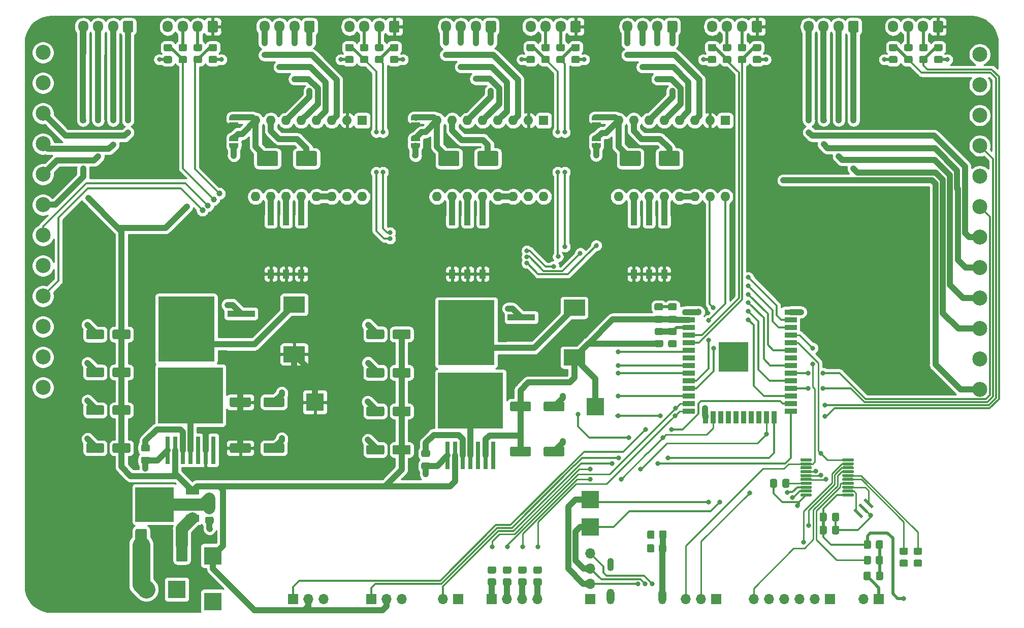
<source format=gbr>
%TF.GenerationSoftware,KiCad,Pcbnew,(5.1.9)-1*%
%TF.CreationDate,2021-08-07T22:14:23+02:00*%
%TF.ProjectId,Arm_Mainboard,41726d5f-4d61-4696-9e62-6f6172642e6b,rev?*%
%TF.SameCoordinates,Original*%
%TF.FileFunction,Copper,L1,Top*%
%TF.FilePolarity,Positive*%
%FSLAX46Y46*%
G04 Gerber Fmt 4.6, Leading zero omitted, Abs format (unit mm)*
G04 Created by KiCad (PCBNEW (5.1.9)-1) date 2021-08-07 22:14:23*
%MOMM*%
%LPD*%
G01*
G04 APERTURE LIST*
%TA.AperFunction,ComponentPad*%
%ADD10O,1.600000X1.600000*%
%TD*%
%TA.AperFunction,ComponentPad*%
%ADD11R,1.600000X1.600000*%
%TD*%
%TA.AperFunction,SMDPad,CuDef*%
%ADD12R,0.450000X0.600000*%
%TD*%
%TA.AperFunction,SMDPad,CuDef*%
%ADD13R,4.600000X1.100000*%
%TD*%
%TA.AperFunction,SMDPad,CuDef*%
%ADD14R,9.400000X10.800000*%
%TD*%
%TA.AperFunction,ComponentPad*%
%ADD15O,1.100000X2.200000*%
%TD*%
%TA.AperFunction,ComponentPad*%
%ADD16O,1.300000X2.600000*%
%TD*%
%TA.AperFunction,ComponentPad*%
%ADD17O,1.700000X1.700000*%
%TD*%
%TA.AperFunction,ComponentPad*%
%ADD18R,1.700000X1.700000*%
%TD*%
%TA.AperFunction,ComponentPad*%
%ADD19R,3.000000X3.000000*%
%TD*%
%TA.AperFunction,ComponentPad*%
%ADD20C,3.000000*%
%TD*%
%TA.AperFunction,SMDPad,CuDef*%
%ADD21C,0.100000*%
%TD*%
%TA.AperFunction,ComponentPad*%
%ADD22O,1.700000X1.950000*%
%TD*%
%TA.AperFunction,ComponentPad*%
%ADD23C,2.500000*%
%TD*%
%TA.AperFunction,SMDPad,CuDef*%
%ADD24R,3.600000X2.700000*%
%TD*%
%TA.AperFunction,SMDPad,CuDef*%
%ADD25R,2.200000X1.200000*%
%TD*%
%TA.AperFunction,SMDPad,CuDef*%
%ADD26R,6.400000X5.800000*%
%TD*%
%TA.AperFunction,SMDPad,CuDef*%
%ADD27R,1.100000X1.500000*%
%TD*%
%TA.AperFunction,SMDPad,CuDef*%
%ADD28R,5.000000X5.000000*%
%TD*%
%TA.AperFunction,SMDPad,CuDef*%
%ADD29R,2.000000X0.900000*%
%TD*%
%TA.AperFunction,SMDPad,CuDef*%
%ADD30R,0.900000X2.000000*%
%TD*%
%TA.AperFunction,SMDPad,CuDef*%
%ADD31R,10.800000X9.400000*%
%TD*%
%TA.AperFunction,SMDPad,CuDef*%
%ADD32R,0.800000X4.600000*%
%TD*%
%TA.AperFunction,ViaPad*%
%ADD33C,0.800000*%
%TD*%
%TA.AperFunction,ViaPad*%
%ADD34C,1.000000*%
%TD*%
%TA.AperFunction,Conductor*%
%ADD35C,1.000000*%
%TD*%
%TA.AperFunction,Conductor*%
%ADD36C,0.500000*%
%TD*%
%TA.AperFunction,Conductor*%
%ADD37C,0.250000*%
%TD*%
%TA.AperFunction,Conductor*%
%ADD38C,0.300000*%
%TD*%
%TA.AperFunction,Conductor*%
%ADD39C,2.000000*%
%TD*%
%TA.AperFunction,Conductor*%
%ADD40C,3.000000*%
%TD*%
%TA.AperFunction,Conductor*%
%ADD41C,0.254000*%
%TD*%
%TA.AperFunction,Conductor*%
%ADD42C,0.100000*%
%TD*%
G04 APERTURE END LIST*
D10*
%TO.P,A3,16*%
%TO.N,/DIR-NEMA11*%
X185443328Y-80720000D03*
%TO.P,A3,8*%
%TO.N,/RoboticArmActuators/V_MOT*%
X167663328Y-68020000D03*
%TO.P,A3,15*%
%TO.N,/STEP-NEMA11*%
X182903328Y-80720000D03*
%TO.P,A3,7*%
%TO.N,GND*%
X170203328Y-68020000D03*
%TO.P,A3,14*%
%TO.N,Net-(A3-Pad13)*%
X180363328Y-80720000D03*
%TO.P,A3,6*%
%TO.N,Net-(A3-Pad6)*%
X172743328Y-68020000D03*
%TO.P,A3,13*%
%TO.N,Net-(A3-Pad13)*%
X177823328Y-80720000D03*
%TO.P,A3,5*%
%TO.N,Net-(A3-Pad5)*%
X175283328Y-68020000D03*
%TO.P,A3,12*%
%TO.N,/RoboticArmActuators/MS3-NEMA11*%
X175283328Y-80720000D03*
%TO.P,A3,4*%
%TO.N,Net-(A3-Pad4)*%
X177823328Y-68020000D03*
%TO.P,A3,11*%
%TO.N,/RoboticArmActuators/MS2-NEMA11*%
X172743328Y-80720000D03*
%TO.P,A3,3*%
%TO.N,Net-(A3-Pad3)*%
X180363328Y-68020000D03*
%TO.P,A3,10*%
%TO.N,/RoboticArmActuators/MS1-NEMA11*%
X170203328Y-80720000D03*
%TO.P,A3,2*%
%TO.N,VDD5*%
X182903328Y-68020000D03*
%TO.P,A3,9*%
%TO.N,Net-(A3-Pad9)*%
X167663328Y-80720000D03*
D11*
%TO.P,A3,1*%
%TO.N,GND*%
X185443328Y-68020000D03*
%TD*%
%TO.P,A1,1*%
%TO.N,GND*%
X124967776Y-68020000D03*
D10*
%TO.P,A1,9*%
%TO.N,Net-(A1-Pad9)*%
X107187776Y-80720000D03*
%TO.P,A1,2*%
%TO.N,VDD5*%
X122427776Y-68020000D03*
%TO.P,A1,10*%
%TO.N,/RoboticArmActuators/MS1-NEMA14_1*%
X109727776Y-80720000D03*
%TO.P,A1,3*%
%TO.N,Net-(A1-Pad3)*%
X119887776Y-68020000D03*
%TO.P,A1,11*%
%TO.N,/RoboticArmActuators/MS2-NEMA14_1*%
X112267776Y-80720000D03*
%TO.P,A1,4*%
%TO.N,Net-(A1-Pad4)*%
X117347776Y-68020000D03*
%TO.P,A1,12*%
%TO.N,/RoboticArmActuators/MS3-NEMA14_1*%
X114807776Y-80720000D03*
%TO.P,A1,5*%
%TO.N,Net-(A1-Pad5)*%
X114807776Y-68020000D03*
%TO.P,A1,13*%
%TO.N,Net-(A1-Pad13)*%
X117347776Y-80720000D03*
%TO.P,A1,6*%
%TO.N,Net-(A1-Pad6)*%
X112267776Y-68020000D03*
%TO.P,A1,14*%
%TO.N,Net-(A1-Pad13)*%
X119887776Y-80720000D03*
%TO.P,A1,7*%
%TO.N,GND*%
X109727776Y-68020000D03*
%TO.P,A1,15*%
%TO.N,/STEP-NEMA14_1*%
X122427776Y-80720000D03*
%TO.P,A1,8*%
%TO.N,/RoboticArmActuators/V_MOT*%
X107187776Y-68020000D03*
%TO.P,A1,16*%
%TO.N,/DIR-NEMA14_1*%
X124967776Y-80720000D03*
%TD*%
%TO.P,A2,16*%
%TO.N,/DIR-NEMA14_2*%
X155205552Y-80720000D03*
%TO.P,A2,8*%
%TO.N,/RoboticArmActuators/V_MOT*%
X137425552Y-68020000D03*
%TO.P,A2,15*%
%TO.N,/STEP-NEMA14_2*%
X152665552Y-80720000D03*
%TO.P,A2,7*%
%TO.N,GND*%
X139965552Y-68020000D03*
%TO.P,A2,14*%
%TO.N,Net-(A2-Pad13)*%
X150125552Y-80720000D03*
%TO.P,A2,6*%
%TO.N,Net-(A2-Pad6)*%
X142505552Y-68020000D03*
%TO.P,A2,13*%
%TO.N,Net-(A2-Pad13)*%
X147585552Y-80720000D03*
%TO.P,A2,5*%
%TO.N,Net-(A2-Pad5)*%
X145045552Y-68020000D03*
%TO.P,A2,12*%
%TO.N,/RoboticArmActuators/MS3-NEMA14_2*%
X145045552Y-80720000D03*
%TO.P,A2,4*%
%TO.N,Net-(A2-Pad4)*%
X147585552Y-68020000D03*
%TO.P,A2,11*%
%TO.N,/RoboticArmActuators/MS2-NEMA14_2*%
X142505552Y-80720000D03*
%TO.P,A2,3*%
%TO.N,Net-(A2-Pad3)*%
X150125552Y-68020000D03*
%TO.P,A2,10*%
%TO.N,/RoboticArmActuators/MS1-NEMA14_2*%
X139965552Y-80720000D03*
%TO.P,A2,2*%
%TO.N,VDD5*%
X152665552Y-68020000D03*
%TO.P,A2,9*%
%TO.N,Net-(A2-Pad9)*%
X137425552Y-80720000D03*
D11*
%TO.P,A2,1*%
%TO.N,GND*%
X155205552Y-68020000D03*
%TD*%
%TO.P,C1,1*%
%TO.N,GND*%
%TA.AperFunction,SMDPad,CuDef*%
G36*
G01*
X177145000Y-105835000D02*
X176195000Y-105835000D01*
G75*
G02*
X175945000Y-105585000I0J250000D01*
G01*
X175945000Y-104910000D01*
G75*
G02*
X176195000Y-104660000I250000J0D01*
G01*
X177145000Y-104660000D01*
G75*
G02*
X177395000Y-104910000I0J-250000D01*
G01*
X177395000Y-105585000D01*
G75*
G02*
X177145000Y-105835000I-250000J0D01*
G01*
G37*
%TD.AperFunction*%
%TO.P,C1,2*%
%TO.N,Net-(C1-Pad2)*%
%TA.AperFunction,SMDPad,CuDef*%
G36*
G01*
X177145000Y-103760000D02*
X176195000Y-103760000D01*
G75*
G02*
X175945000Y-103510000I0J250000D01*
G01*
X175945000Y-102835000D01*
G75*
G02*
X176195000Y-102585000I250000J0D01*
G01*
X177145000Y-102585000D01*
G75*
G02*
X177395000Y-102835000I0J-250000D01*
G01*
X177395000Y-103510000D01*
G75*
G02*
X177145000Y-103760000I-250000J0D01*
G01*
G37*
%TD.AperFunction*%
%TD*%
%TO.P,C2,1*%
%TO.N,VDD33*%
%TA.AperFunction,SMDPad,CuDef*%
G36*
G01*
X174855000Y-101755000D02*
X173905000Y-101755000D01*
G75*
G02*
X173655000Y-101505000I0J250000D01*
G01*
X173655000Y-100830000D01*
G75*
G02*
X173905000Y-100580000I250000J0D01*
G01*
X174855000Y-100580000D01*
G75*
G02*
X175105000Y-100830000I0J-250000D01*
G01*
X175105000Y-101505000D01*
G75*
G02*
X174855000Y-101755000I-250000J0D01*
G01*
G37*
%TD.AperFunction*%
%TO.P,C2,2*%
%TO.N,GND*%
%TA.AperFunction,SMDPad,CuDef*%
G36*
G01*
X174855000Y-99680000D02*
X173905000Y-99680000D01*
G75*
G02*
X173655000Y-99430000I0J250000D01*
G01*
X173655000Y-98755000D01*
G75*
G02*
X173905000Y-98505000I250000J0D01*
G01*
X174855000Y-98505000D01*
G75*
G02*
X175105000Y-98755000I0J-250000D01*
G01*
X175105000Y-99430000D01*
G75*
G02*
X174855000Y-99680000I-250000J0D01*
G01*
G37*
%TD.AperFunction*%
%TD*%
%TO.P,C3,2*%
%TO.N,GND*%
%TA.AperFunction,SMDPad,CuDef*%
G36*
G01*
X177135000Y-99680000D02*
X176185000Y-99680000D01*
G75*
G02*
X175935000Y-99430000I0J250000D01*
G01*
X175935000Y-98755000D01*
G75*
G02*
X176185000Y-98505000I250000J0D01*
G01*
X177135000Y-98505000D01*
G75*
G02*
X177385000Y-98755000I0J-250000D01*
G01*
X177385000Y-99430000D01*
G75*
G02*
X177135000Y-99680000I-250000J0D01*
G01*
G37*
%TD.AperFunction*%
%TO.P,C3,1*%
%TO.N,VDD33*%
%TA.AperFunction,SMDPad,CuDef*%
G36*
G01*
X177135000Y-101755000D02*
X176185000Y-101755000D01*
G75*
G02*
X175935000Y-101505000I0J250000D01*
G01*
X175935000Y-100830000D01*
G75*
G02*
X176185000Y-100580000I250000J0D01*
G01*
X177135000Y-100580000D01*
G75*
G02*
X177385000Y-100830000I0J-250000D01*
G01*
X177385000Y-101505000D01*
G75*
G02*
X177135000Y-101755000I-250000J0D01*
G01*
G37*
%TD.AperFunction*%
%TD*%
%TO.P,C4,2*%
%TO.N,Net-(C4-Pad2)*%
%TA.AperFunction,SMDPad,CuDef*%
G36*
G01*
X210610000Y-144445000D02*
X210610000Y-143495000D01*
G75*
G02*
X210860000Y-143245000I250000J0D01*
G01*
X211535000Y-143245000D01*
G75*
G02*
X211785000Y-143495000I0J-250000D01*
G01*
X211785000Y-144445000D01*
G75*
G02*
X211535000Y-144695000I-250000J0D01*
G01*
X210860000Y-144695000D01*
G75*
G02*
X210610000Y-144445000I0J250000D01*
G01*
G37*
%TD.AperFunction*%
%TO.P,C4,1*%
%TO.N,Net-(C4-Pad1)*%
%TA.AperFunction,SMDPad,CuDef*%
G36*
G01*
X208535000Y-144445000D02*
X208535000Y-143495000D01*
G75*
G02*
X208785000Y-143245000I250000J0D01*
G01*
X209460000Y-143245000D01*
G75*
G02*
X209710000Y-143495000I0J-250000D01*
G01*
X209710000Y-144445000D01*
G75*
G02*
X209460000Y-144695000I-250000J0D01*
G01*
X208785000Y-144695000D01*
G75*
G02*
X208535000Y-144445000I0J250000D01*
G01*
G37*
%TD.AperFunction*%
%TD*%
%TO.P,C5,1*%
%TO.N,GND*%
%TA.AperFunction,SMDPad,CuDef*%
G36*
G01*
X192925000Y-128995000D02*
X192925000Y-128045000D01*
G75*
G02*
X193175000Y-127795000I250000J0D01*
G01*
X193850000Y-127795000D01*
G75*
G02*
X194100000Y-128045000I0J-250000D01*
G01*
X194100000Y-128995000D01*
G75*
G02*
X193850000Y-129245000I-250000J0D01*
G01*
X193175000Y-129245000D01*
G75*
G02*
X192925000Y-128995000I0J250000D01*
G01*
G37*
%TD.AperFunction*%
%TO.P,C5,2*%
%TO.N,Net-(C5-Pad2)*%
%TA.AperFunction,SMDPad,CuDef*%
G36*
G01*
X195000000Y-128995000D02*
X195000000Y-128045000D01*
G75*
G02*
X195250000Y-127795000I250000J0D01*
G01*
X195925000Y-127795000D01*
G75*
G02*
X196175000Y-128045000I0J-250000D01*
G01*
X196175000Y-128995000D01*
G75*
G02*
X195925000Y-129245000I-250000J0D01*
G01*
X195250000Y-129245000D01*
G75*
G02*
X195000000Y-128995000I0J250000D01*
G01*
G37*
%TD.AperFunction*%
%TD*%
%TO.P,C6,2*%
%TO.N,/Interfaces/V_BUS*%
%TA.AperFunction,SMDPad,CuDef*%
G36*
G01*
X202375000Y-135845000D02*
X202375000Y-136795000D01*
G75*
G02*
X202125000Y-137045000I-250000J0D01*
G01*
X201450000Y-137045000D01*
G75*
G02*
X201200000Y-136795000I0J250000D01*
G01*
X201200000Y-135845000D01*
G75*
G02*
X201450000Y-135595000I250000J0D01*
G01*
X202125000Y-135595000D01*
G75*
G02*
X202375000Y-135845000I0J-250000D01*
G01*
G37*
%TD.AperFunction*%
%TO.P,C6,1*%
%TO.N,GND*%
%TA.AperFunction,SMDPad,CuDef*%
G36*
G01*
X204450000Y-135845000D02*
X204450000Y-136795000D01*
G75*
G02*
X204200000Y-137045000I-250000J0D01*
G01*
X203525000Y-137045000D01*
G75*
G02*
X203275000Y-136795000I0J250000D01*
G01*
X203275000Y-135845000D01*
G75*
G02*
X203525000Y-135595000I250000J0D01*
G01*
X204200000Y-135595000D01*
G75*
G02*
X204450000Y-135845000I0J-250000D01*
G01*
G37*
%TD.AperFunction*%
%TD*%
%TO.P,C7,2*%
%TO.N,/Interfaces/V_BUS*%
%TA.AperFunction,SMDPad,CuDef*%
G36*
G01*
X202375000Y-133675000D02*
X202375000Y-134625000D01*
G75*
G02*
X202125000Y-134875000I-250000J0D01*
G01*
X201450000Y-134875000D01*
G75*
G02*
X201200000Y-134625000I0J250000D01*
G01*
X201200000Y-133675000D01*
G75*
G02*
X201450000Y-133425000I250000J0D01*
G01*
X202125000Y-133425000D01*
G75*
G02*
X202375000Y-133675000I0J-250000D01*
G01*
G37*
%TD.AperFunction*%
%TO.P,C7,1*%
%TO.N,GND*%
%TA.AperFunction,SMDPad,CuDef*%
G36*
G01*
X204450000Y-133675000D02*
X204450000Y-134625000D01*
G75*
G02*
X204200000Y-134875000I-250000J0D01*
G01*
X203525000Y-134875000D01*
G75*
G02*
X203275000Y-134625000I0J250000D01*
G01*
X203275000Y-133675000D01*
G75*
G02*
X203525000Y-133425000I250000J0D01*
G01*
X204200000Y-133425000D01*
G75*
G02*
X204450000Y-133675000I0J-250000D01*
G01*
G37*
%TD.AperFunction*%
%TD*%
%TO.P,C8,2*%
%TO.N,GND*%
%TA.AperFunction,SMDPad,CuDef*%
G36*
G01*
X128630000Y-103110000D02*
X128630000Y-104210000D01*
G75*
G02*
X128380000Y-104460000I-250000J0D01*
G01*
X125880000Y-104460000D01*
G75*
G02*
X125630000Y-104210000I0J250000D01*
G01*
X125630000Y-103110000D01*
G75*
G02*
X125880000Y-102860000I250000J0D01*
G01*
X128380000Y-102860000D01*
G75*
G02*
X128630000Y-103110000I0J-250000D01*
G01*
G37*
%TD.AperFunction*%
%TO.P,C8,1*%
%TO.N,+12V*%
%TA.AperFunction,SMDPad,CuDef*%
G36*
G01*
X133030000Y-103110000D02*
X133030000Y-104210000D01*
G75*
G02*
X132780000Y-104460000I-250000J0D01*
G01*
X130280000Y-104460000D01*
G75*
G02*
X130030000Y-104210000I0J250000D01*
G01*
X130030000Y-103110000D01*
G75*
G02*
X130280000Y-102860000I250000J0D01*
G01*
X132780000Y-102860000D01*
G75*
G02*
X133030000Y-103110000I0J-250000D01*
G01*
G37*
%TD.AperFunction*%
%TD*%
%TO.P,C9,1*%
%TO.N,+12V*%
%TA.AperFunction,SMDPad,CuDef*%
G36*
G01*
X86330000Y-122090000D02*
X86330000Y-123190000D01*
G75*
G02*
X86080000Y-123440000I-250000J0D01*
G01*
X83580000Y-123440000D01*
G75*
G02*
X83330000Y-123190000I0J250000D01*
G01*
X83330000Y-122090000D01*
G75*
G02*
X83580000Y-121840000I250000J0D01*
G01*
X86080000Y-121840000D01*
G75*
G02*
X86330000Y-122090000I0J-250000D01*
G01*
G37*
%TD.AperFunction*%
%TO.P,C9,2*%
%TO.N,GND*%
%TA.AperFunction,SMDPad,CuDef*%
G36*
G01*
X81930000Y-122090000D02*
X81930000Y-123190000D01*
G75*
G02*
X81680000Y-123440000I-250000J0D01*
G01*
X79180000Y-123440000D01*
G75*
G02*
X78930000Y-123190000I0J250000D01*
G01*
X78930000Y-122090000D01*
G75*
G02*
X79180000Y-121840000I250000J0D01*
G01*
X81680000Y-121840000D01*
G75*
G02*
X81930000Y-122090000I0J-250000D01*
G01*
G37*
%TD.AperFunction*%
%TD*%
%TO.P,C10,1*%
%TO.N,+12V*%
%TA.AperFunction,SMDPad,CuDef*%
G36*
G01*
X133030000Y-122384999D02*
X133030000Y-123484999D01*
G75*
G02*
X132780000Y-123734999I-250000J0D01*
G01*
X130280000Y-123734999D01*
G75*
G02*
X130030000Y-123484999I0J250000D01*
G01*
X130030000Y-122384999D01*
G75*
G02*
X130280000Y-122134999I250000J0D01*
G01*
X132780000Y-122134999D01*
G75*
G02*
X133030000Y-122384999I0J-250000D01*
G01*
G37*
%TD.AperFunction*%
%TO.P,C10,2*%
%TO.N,GND*%
%TA.AperFunction,SMDPad,CuDef*%
G36*
G01*
X128630000Y-122384999D02*
X128630000Y-123484999D01*
G75*
G02*
X128380000Y-123734999I-250000J0D01*
G01*
X125880000Y-123734999D01*
G75*
G02*
X125630000Y-123484999I0J250000D01*
G01*
X125630000Y-122384999D01*
G75*
G02*
X125880000Y-122134999I250000J0D01*
G01*
X128380000Y-122134999D01*
G75*
G02*
X128630000Y-122384999I0J-250000D01*
G01*
G37*
%TD.AperFunction*%
%TD*%
%TO.P,C11,2*%
%TO.N,GND*%
%TA.AperFunction,SMDPad,CuDef*%
G36*
G01*
X81930000Y-103140000D02*
X81930000Y-104240000D01*
G75*
G02*
X81680000Y-104490000I-250000J0D01*
G01*
X79180000Y-104490000D01*
G75*
G02*
X78930000Y-104240000I0J250000D01*
G01*
X78930000Y-103140000D01*
G75*
G02*
X79180000Y-102890000I250000J0D01*
G01*
X81680000Y-102890000D01*
G75*
G02*
X81930000Y-103140000I0J-250000D01*
G01*
G37*
%TD.AperFunction*%
%TO.P,C11,1*%
%TO.N,+12V*%
%TA.AperFunction,SMDPad,CuDef*%
G36*
G01*
X86330000Y-103140000D02*
X86330000Y-104240000D01*
G75*
G02*
X86080000Y-104490000I-250000J0D01*
G01*
X83580000Y-104490000D01*
G75*
G02*
X83330000Y-104240000I0J250000D01*
G01*
X83330000Y-103140000D01*
G75*
G02*
X83580000Y-102890000I250000J0D01*
G01*
X86080000Y-102890000D01*
G75*
G02*
X86330000Y-103140000I0J-250000D01*
G01*
G37*
%TD.AperFunction*%
%TD*%
%TO.P,C12,2*%
%TO.N,GND*%
%TA.AperFunction,SMDPad,CuDef*%
G36*
G01*
X128630000Y-115959998D02*
X128630000Y-117059998D01*
G75*
G02*
X128380000Y-117309998I-250000J0D01*
G01*
X125880000Y-117309998D01*
G75*
G02*
X125630000Y-117059998I0J250000D01*
G01*
X125630000Y-115959998D01*
G75*
G02*
X125880000Y-115709998I250000J0D01*
G01*
X128380000Y-115709998D01*
G75*
G02*
X128630000Y-115959998I0J-250000D01*
G01*
G37*
%TD.AperFunction*%
%TO.P,C12,1*%
%TO.N,+12V*%
%TA.AperFunction,SMDPad,CuDef*%
G36*
G01*
X133030000Y-115959998D02*
X133030000Y-117059998D01*
G75*
G02*
X132780000Y-117309998I-250000J0D01*
G01*
X130280000Y-117309998D01*
G75*
G02*
X130030000Y-117059998I0J250000D01*
G01*
X130030000Y-115959998D01*
G75*
G02*
X130280000Y-115709998I250000J0D01*
G01*
X132780000Y-115709998D01*
G75*
G02*
X133030000Y-115959998I0J-250000D01*
G01*
G37*
%TD.AperFunction*%
%TD*%
%TO.P,C13,1*%
%TO.N,+12V*%
%TA.AperFunction,SMDPad,CuDef*%
G36*
G01*
X86330000Y-115773332D02*
X86330000Y-116873332D01*
G75*
G02*
X86080000Y-117123332I-250000J0D01*
G01*
X83580000Y-117123332D01*
G75*
G02*
X83330000Y-116873332I0J250000D01*
G01*
X83330000Y-115773332D01*
G75*
G02*
X83580000Y-115523332I250000J0D01*
G01*
X86080000Y-115523332D01*
G75*
G02*
X86330000Y-115773332I0J-250000D01*
G01*
G37*
%TD.AperFunction*%
%TO.P,C13,2*%
%TO.N,GND*%
%TA.AperFunction,SMDPad,CuDef*%
G36*
G01*
X81930000Y-115773332D02*
X81930000Y-116873332D01*
G75*
G02*
X81680000Y-117123332I-250000J0D01*
G01*
X79180000Y-117123332D01*
G75*
G02*
X78930000Y-116873332I0J250000D01*
G01*
X78930000Y-115773332D01*
G75*
G02*
X79180000Y-115523332I250000J0D01*
G01*
X81680000Y-115523332D01*
G75*
G02*
X81930000Y-115773332I0J-250000D01*
G01*
G37*
%TD.AperFunction*%
%TD*%
%TO.P,C14,1*%
%TO.N,+12V*%
%TA.AperFunction,SMDPad,CuDef*%
G36*
G01*
X133030000Y-109534999D02*
X133030000Y-110634999D01*
G75*
G02*
X132780000Y-110884999I-250000J0D01*
G01*
X130280000Y-110884999D01*
G75*
G02*
X130030000Y-110634999I0J250000D01*
G01*
X130030000Y-109534999D01*
G75*
G02*
X130280000Y-109284999I250000J0D01*
G01*
X132780000Y-109284999D01*
G75*
G02*
X133030000Y-109534999I0J-250000D01*
G01*
G37*
%TD.AperFunction*%
%TO.P,C14,2*%
%TO.N,GND*%
%TA.AperFunction,SMDPad,CuDef*%
G36*
G01*
X128630000Y-109534999D02*
X128630000Y-110634999D01*
G75*
G02*
X128380000Y-110884999I-250000J0D01*
G01*
X125880000Y-110884999D01*
G75*
G02*
X125630000Y-110634999I0J250000D01*
G01*
X125630000Y-109534999D01*
G75*
G02*
X125880000Y-109284999I250000J0D01*
G01*
X128380000Y-109284999D01*
G75*
G02*
X128630000Y-109534999I0J-250000D01*
G01*
G37*
%TD.AperFunction*%
%TD*%
%TO.P,C15,2*%
%TO.N,GND*%
%TA.AperFunction,SMDPad,CuDef*%
G36*
G01*
X81930000Y-109456666D02*
X81930000Y-110556666D01*
G75*
G02*
X81680000Y-110806666I-250000J0D01*
G01*
X79180000Y-110806666D01*
G75*
G02*
X78930000Y-110556666I0J250000D01*
G01*
X78930000Y-109456666D01*
G75*
G02*
X79180000Y-109206666I250000J0D01*
G01*
X81680000Y-109206666D01*
G75*
G02*
X81930000Y-109456666I0J-250000D01*
G01*
G37*
%TD.AperFunction*%
%TO.P,C15,1*%
%TO.N,+12V*%
%TA.AperFunction,SMDPad,CuDef*%
G36*
G01*
X86330000Y-109456666D02*
X86330000Y-110556666D01*
G75*
G02*
X86080000Y-110806666I-250000J0D01*
G01*
X83580000Y-110806666D01*
G75*
G02*
X83330000Y-110556666I0J250000D01*
G01*
X83330000Y-109456666D01*
G75*
G02*
X83580000Y-109206666I250000J0D01*
G01*
X86080000Y-109206666D01*
G75*
G02*
X86330000Y-109456666I0J-250000D01*
G01*
G37*
%TD.AperFunction*%
%TD*%
%TO.P,C16,1*%
%TO.N,Net-(C16-Pad1)*%
%TA.AperFunction,SMDPad,CuDef*%
G36*
G01*
X136005000Y-126215000D02*
X135055000Y-126215000D01*
G75*
G02*
X134805000Y-125965000I0J250000D01*
G01*
X134805000Y-125290000D01*
G75*
G02*
X135055000Y-125040000I250000J0D01*
G01*
X136005000Y-125040000D01*
G75*
G02*
X136255000Y-125290000I0J-250000D01*
G01*
X136255000Y-125965000D01*
G75*
G02*
X136005000Y-126215000I-250000J0D01*
G01*
G37*
%TD.AperFunction*%
%TO.P,C16,2*%
%TO.N,Net-(C16-Pad2)*%
%TA.AperFunction,SMDPad,CuDef*%
G36*
G01*
X136005000Y-124140000D02*
X135055000Y-124140000D01*
G75*
G02*
X134805000Y-123890000I0J250000D01*
G01*
X134805000Y-123215000D01*
G75*
G02*
X135055000Y-122965000I250000J0D01*
G01*
X136005000Y-122965000D01*
G75*
G02*
X136255000Y-123215000I0J-250000D01*
G01*
X136255000Y-123890000D01*
G75*
G02*
X136005000Y-124140000I-250000J0D01*
G01*
G37*
%TD.AperFunction*%
%TD*%
%TO.P,C17,1*%
%TO.N,Net-(C17-Pad1)*%
%TA.AperFunction,SMDPad,CuDef*%
G36*
G01*
X89305000Y-125285000D02*
X88355000Y-125285000D01*
G75*
G02*
X88105000Y-125035000I0J250000D01*
G01*
X88105000Y-124360000D01*
G75*
G02*
X88355000Y-124110000I250000J0D01*
G01*
X89305000Y-124110000D01*
G75*
G02*
X89555000Y-124360000I0J-250000D01*
G01*
X89555000Y-125035000D01*
G75*
G02*
X89305000Y-125285000I-250000J0D01*
G01*
G37*
%TD.AperFunction*%
%TO.P,C17,2*%
%TO.N,Net-(C17-Pad2)*%
%TA.AperFunction,SMDPad,CuDef*%
G36*
G01*
X89305000Y-123210000D02*
X88355000Y-123210000D01*
G75*
G02*
X88105000Y-122960000I0J250000D01*
G01*
X88105000Y-122285000D01*
G75*
G02*
X88355000Y-122035000I250000J0D01*
G01*
X89305000Y-122035000D01*
G75*
G02*
X89555000Y-122285000I0J-250000D01*
G01*
X89555000Y-122960000D01*
G75*
G02*
X89305000Y-123210000I-250000J0D01*
G01*
G37*
%TD.AperFunction*%
%TD*%
%TO.P,C18,1*%
%TO.N,VDD33*%
%TA.AperFunction,SMDPad,CuDef*%
G36*
G01*
X149580000Y-123770000D02*
X149580000Y-122670000D01*
G75*
G02*
X149830000Y-122420000I250000J0D01*
G01*
X152830000Y-122420000D01*
G75*
G02*
X153080000Y-122670000I0J-250000D01*
G01*
X153080000Y-123770000D01*
G75*
G02*
X152830000Y-124020000I-250000J0D01*
G01*
X149830000Y-124020000D01*
G75*
G02*
X149580000Y-123770000I0J250000D01*
G01*
G37*
%TD.AperFunction*%
%TO.P,C18,2*%
%TO.N,GND*%
%TA.AperFunction,SMDPad,CuDef*%
G36*
G01*
X155180000Y-123770000D02*
X155180000Y-122670000D01*
G75*
G02*
X155430000Y-122420000I250000J0D01*
G01*
X158430000Y-122420000D01*
G75*
G02*
X158680000Y-122670000I0J-250000D01*
G01*
X158680000Y-123770000D01*
G75*
G02*
X158430000Y-124020000I-250000J0D01*
G01*
X155430000Y-124020000D01*
G75*
G02*
X155180000Y-123770000I0J250000D01*
G01*
G37*
%TD.AperFunction*%
%TD*%
%TO.P,C19,2*%
%TO.N,GND*%
%TA.AperFunction,SMDPad,CuDef*%
G36*
G01*
X108480000Y-115540000D02*
X108480000Y-114440000D01*
G75*
G02*
X108730000Y-114190000I250000J0D01*
G01*
X111730000Y-114190000D01*
G75*
G02*
X111980000Y-114440000I0J-250000D01*
G01*
X111980000Y-115540000D01*
G75*
G02*
X111730000Y-115790000I-250000J0D01*
G01*
X108730000Y-115790000D01*
G75*
G02*
X108480000Y-115540000I0J250000D01*
G01*
G37*
%TD.AperFunction*%
%TO.P,C19,1*%
%TO.N,VDD5*%
%TA.AperFunction,SMDPad,CuDef*%
G36*
G01*
X102880000Y-115540000D02*
X102880000Y-114440000D01*
G75*
G02*
X103130000Y-114190000I250000J0D01*
G01*
X106130000Y-114190000D01*
G75*
G02*
X106380000Y-114440000I0J-250000D01*
G01*
X106380000Y-115540000D01*
G75*
G02*
X106130000Y-115790000I-250000J0D01*
G01*
X103130000Y-115790000D01*
G75*
G02*
X102880000Y-115540000I0J250000D01*
G01*
G37*
%TD.AperFunction*%
%TD*%
%TO.P,C20,2*%
%TO.N,GND*%
%TA.AperFunction,SMDPad,CuDef*%
G36*
G01*
X155180000Y-116250000D02*
X155180000Y-115150000D01*
G75*
G02*
X155430000Y-114900000I250000J0D01*
G01*
X158430000Y-114900000D01*
G75*
G02*
X158680000Y-115150000I0J-250000D01*
G01*
X158680000Y-116250000D01*
G75*
G02*
X158430000Y-116500000I-250000J0D01*
G01*
X155430000Y-116500000D01*
G75*
G02*
X155180000Y-116250000I0J250000D01*
G01*
G37*
%TD.AperFunction*%
%TO.P,C20,1*%
%TO.N,VDD33*%
%TA.AperFunction,SMDPad,CuDef*%
G36*
G01*
X149580000Y-116250000D02*
X149580000Y-115150000D01*
G75*
G02*
X149830000Y-114900000I250000J0D01*
G01*
X152830000Y-114900000D01*
G75*
G02*
X153080000Y-115150000I0J-250000D01*
G01*
X153080000Y-116250000D01*
G75*
G02*
X152830000Y-116500000I-250000J0D01*
G01*
X149830000Y-116500000D01*
G75*
G02*
X149580000Y-116250000I0J250000D01*
G01*
G37*
%TD.AperFunction*%
%TD*%
%TO.P,C21,1*%
%TO.N,VDD5*%
%TA.AperFunction,SMDPad,CuDef*%
G36*
G01*
X102880000Y-123190000D02*
X102880000Y-122090000D01*
G75*
G02*
X103130000Y-121840000I250000J0D01*
G01*
X106130000Y-121840000D01*
G75*
G02*
X106380000Y-122090000I0J-250000D01*
G01*
X106380000Y-123190000D01*
G75*
G02*
X106130000Y-123440000I-250000J0D01*
G01*
X103130000Y-123440000D01*
G75*
G02*
X102880000Y-123190000I0J250000D01*
G01*
G37*
%TD.AperFunction*%
%TO.P,C21,2*%
%TO.N,GND*%
%TA.AperFunction,SMDPad,CuDef*%
G36*
G01*
X108480000Y-123190000D02*
X108480000Y-122090000D01*
G75*
G02*
X108730000Y-121840000I250000J0D01*
G01*
X111730000Y-121840000D01*
G75*
G02*
X111980000Y-122090000I0J-250000D01*
G01*
X111980000Y-123190000D01*
G75*
G02*
X111730000Y-123440000I-250000J0D01*
G01*
X108730000Y-123440000D01*
G75*
G02*
X108480000Y-123190000I0J250000D01*
G01*
G37*
%TD.AperFunction*%
%TD*%
%TO.P,C22,2*%
%TO.N,GND*%
%TA.AperFunction,SMDPad,CuDef*%
G36*
G01*
X113910276Y-75360000D02*
X113910276Y-73360000D01*
G75*
G02*
X114160276Y-73110000I250000J0D01*
G01*
X117160276Y-73110000D01*
G75*
G02*
X117410276Y-73360000I0J-250000D01*
G01*
X117410276Y-75360000D01*
G75*
G02*
X117160276Y-75610000I-250000J0D01*
G01*
X114160276Y-75610000D01*
G75*
G02*
X113910276Y-75360000I0J250000D01*
G01*
G37*
%TD.AperFunction*%
%TO.P,C22,1*%
%TO.N,/RoboticArmActuators/V_MOT*%
%TA.AperFunction,SMDPad,CuDef*%
G36*
G01*
X107410276Y-75360000D02*
X107410276Y-73360000D01*
G75*
G02*
X107660276Y-73110000I250000J0D01*
G01*
X110660276Y-73110000D01*
G75*
G02*
X110910276Y-73360000I0J-250000D01*
G01*
X110910276Y-75360000D01*
G75*
G02*
X110660276Y-75610000I-250000J0D01*
G01*
X107660276Y-75610000D01*
G75*
G02*
X107410276Y-75360000I0J250000D01*
G01*
G37*
%TD.AperFunction*%
%TD*%
%TO.P,C23,1*%
%TO.N,/RoboticArmActuators/V_MOT*%
%TA.AperFunction,SMDPad,CuDef*%
G36*
G01*
X137648052Y-75360000D02*
X137648052Y-73360000D01*
G75*
G02*
X137898052Y-73110000I250000J0D01*
G01*
X140898052Y-73110000D01*
G75*
G02*
X141148052Y-73360000I0J-250000D01*
G01*
X141148052Y-75360000D01*
G75*
G02*
X140898052Y-75610000I-250000J0D01*
G01*
X137898052Y-75610000D01*
G75*
G02*
X137648052Y-75360000I0J250000D01*
G01*
G37*
%TD.AperFunction*%
%TO.P,C23,2*%
%TO.N,GND*%
%TA.AperFunction,SMDPad,CuDef*%
G36*
G01*
X144148052Y-75360000D02*
X144148052Y-73360000D01*
G75*
G02*
X144398052Y-73110000I250000J0D01*
G01*
X147398052Y-73110000D01*
G75*
G02*
X147648052Y-73360000I0J-250000D01*
G01*
X147648052Y-75360000D01*
G75*
G02*
X147398052Y-75610000I-250000J0D01*
G01*
X144398052Y-75610000D01*
G75*
G02*
X144148052Y-75360000I0J250000D01*
G01*
G37*
%TD.AperFunction*%
%TD*%
%TO.P,C24,1*%
%TO.N,/RoboticArmActuators/V_MOT*%
%TA.AperFunction,SMDPad,CuDef*%
G36*
G01*
X167885828Y-75360000D02*
X167885828Y-73360000D01*
G75*
G02*
X168135828Y-73110000I250000J0D01*
G01*
X171135828Y-73110000D01*
G75*
G02*
X171385828Y-73360000I0J-250000D01*
G01*
X171385828Y-75360000D01*
G75*
G02*
X171135828Y-75610000I-250000J0D01*
G01*
X168135828Y-75610000D01*
G75*
G02*
X167885828Y-75360000I0J250000D01*
G01*
G37*
%TD.AperFunction*%
%TO.P,C24,2*%
%TO.N,GND*%
%TA.AperFunction,SMDPad,CuDef*%
G36*
G01*
X174385828Y-75360000D02*
X174385828Y-73360000D01*
G75*
G02*
X174635828Y-73110000I250000J0D01*
G01*
X177635828Y-73110000D01*
G75*
G02*
X177885828Y-73360000I0J-250000D01*
G01*
X177885828Y-75360000D01*
G75*
G02*
X177635828Y-75610000I-250000J0D01*
G01*
X174635828Y-75610000D01*
G75*
G02*
X174385828Y-75360000I0J250000D01*
G01*
G37*
%TD.AperFunction*%
%TD*%
D12*
%TO.P,D3,1*%
%TO.N,+12V*%
X99480000Y-129000000D03*
%TO.P,D3,2*%
%TO.N,Net-(D3-Pad2)*%
X99480000Y-131100000D03*
%TD*%
D13*
%TO.P,D4,1*%
%TO.N,Net-(C16-Pad1)*%
X151465000Y-105930000D03*
%TO.P,D4,2*%
%TO.N,GND*%
X151465000Y-100850000D03*
D14*
%TO.P,D4,1*%
%TO.N,Net-(C16-Pad1)*%
X142315000Y-103390000D03*
%TD*%
%TO.P,D5,1*%
%TO.N,Net-(C17-Pad1)*%
X95615000Y-102760000D03*
D13*
%TO.P,D5,2*%
%TO.N,GND*%
X104765000Y-100220000D03*
%TO.P,D5,1*%
%TO.N,Net-(C17-Pad1)*%
X104765000Y-105300000D03*
%TD*%
%TO.P,F1,1*%
%TO.N,/RoboticArmPower/V_IN*%
%TA.AperFunction,SMDPad,CuDef*%
G36*
G01*
X87140000Y-141325001D02*
X87140000Y-136374999D01*
G75*
G02*
X87389999Y-136125000I249999J0D01*
G01*
X88815001Y-136125000D01*
G75*
G02*
X89065000Y-136374999I0J-249999D01*
G01*
X89065000Y-141325001D01*
G75*
G02*
X88815001Y-141575000I-249999J0D01*
G01*
X87389999Y-141575000D01*
G75*
G02*
X87140000Y-141325001I0J249999D01*
G01*
G37*
%TD.AperFunction*%
%TO.P,F1,2*%
%TO.N,Net-(F1-Pad2)*%
%TA.AperFunction,SMDPad,CuDef*%
G36*
G01*
X93915000Y-141325001D02*
X93915000Y-136374999D01*
G75*
G02*
X94164999Y-136125000I249999J0D01*
G01*
X95590001Y-136125000D01*
G75*
G02*
X95840000Y-136374999I0J-249999D01*
G01*
X95840000Y-141325001D01*
G75*
G02*
X95590001Y-141575000I-249999J0D01*
G01*
X94164999Y-141575000D01*
G75*
G02*
X93915000Y-141325001I0J249999D01*
G01*
G37*
%TD.AperFunction*%
%TD*%
D15*
%TO.P,USB ,S1*%
%TO.N,GND*%
X174946672Y-142040000D03*
%TO.P,USB ,S2*%
X166306672Y-142040000D03*
D16*
%TO.P,USB ,S3*%
X174946672Y-147400000D03*
%TO.P,USB ,S4*%
X166306672Y-147400000D03*
%TD*%
D17*
%TO.P,RST,2*%
%TO.N,GND*%
X208540000Y-147795000D03*
D18*
%TO.P,RST,1*%
%TO.N,Net-(C4-Pad1)*%
X211080000Y-147795000D03*
%TD*%
%TO.P,J7,1*%
%TO.N,GND*%
X140970000Y-147800000D03*
D17*
%TO.P,J7,2*%
%TO.N,/BOOT*%
X138430000Y-147800000D03*
%TD*%
D19*
%TO.P,J8,1*%
%TO.N,GND*%
X94030000Y-146210000D03*
D20*
%TO.P,J8,2*%
%TO.N,/RoboticArmPower/V_IN*%
X88950000Y-146210000D03*
%TD*%
D17*
%TO.P,J9,3*%
%TO.N,GND*%
X131510000Y-147800000D03*
%TO.P,J9,2*%
%TO.N,+12V*%
X128970000Y-147800000D03*
D18*
%TO.P,J9,1*%
%TO.N,/FAN1*%
X126430000Y-147800000D03*
%TD*%
%TO.P,J10,1*%
%TO.N,/FAN2*%
X113440000Y-147800000D03*
D17*
%TO.P,J10,2*%
%TO.N,+12V*%
X115980000Y-147800000D03*
%TO.P,J10,3*%
%TO.N,GND*%
X118520000Y-147800000D03*
%TD*%
%TA.AperFunction,SMDPad,CuDef*%
D21*
%TO.P,12V,2*%
%TO.N,/RoboticArmActuators/V_MOT*%
G36*
X102790602Y-70960000D02*
G01*
X102790602Y-70935466D01*
X102795412Y-70886635D01*
X102804984Y-70838510D01*
X102819228Y-70791555D01*
X102838005Y-70746222D01*
X102861136Y-70702949D01*
X102888396Y-70662150D01*
X102919524Y-70624221D01*
X102954221Y-70589524D01*
X102992150Y-70558396D01*
X103032949Y-70531136D01*
X103076222Y-70508005D01*
X103121555Y-70489228D01*
X103168510Y-70474984D01*
X103216635Y-70465412D01*
X103265466Y-70460602D01*
X103290000Y-70460602D01*
X103290000Y-70460000D01*
X103790000Y-70460000D01*
X103790000Y-70460602D01*
X103814534Y-70460602D01*
X103863365Y-70465412D01*
X103911490Y-70474984D01*
X103958445Y-70489228D01*
X104003778Y-70508005D01*
X104047051Y-70531136D01*
X104087850Y-70558396D01*
X104125779Y-70589524D01*
X104160476Y-70624221D01*
X104191604Y-70662150D01*
X104218864Y-70702949D01*
X104241995Y-70746222D01*
X104260772Y-70791555D01*
X104275016Y-70838510D01*
X104284588Y-70886635D01*
X104289398Y-70935466D01*
X104289398Y-70960000D01*
X104290000Y-70960000D01*
X104290000Y-71460000D01*
X102790000Y-71460000D01*
X102790000Y-70960000D01*
X102790602Y-70960000D01*
G37*
%TD.AperFunction*%
%TA.AperFunction,SMDPad,CuDef*%
%TO.P,12V,1*%
%TO.N,+12V*%
G36*
X104290000Y-71760000D02*
G01*
X104290000Y-72260000D01*
X104289398Y-72260000D01*
X104289398Y-72284534D01*
X104284588Y-72333365D01*
X104275016Y-72381490D01*
X104260772Y-72428445D01*
X104241995Y-72473778D01*
X104218864Y-72517051D01*
X104191604Y-72557850D01*
X104160476Y-72595779D01*
X104125779Y-72630476D01*
X104087850Y-72661604D01*
X104047051Y-72688864D01*
X104003778Y-72711995D01*
X103958445Y-72730772D01*
X103911490Y-72745016D01*
X103863365Y-72754588D01*
X103814534Y-72759398D01*
X103790000Y-72759398D01*
X103790000Y-72760000D01*
X103290000Y-72760000D01*
X103290000Y-72759398D01*
X103265466Y-72759398D01*
X103216635Y-72754588D01*
X103168510Y-72745016D01*
X103121555Y-72730772D01*
X103076222Y-72711995D01*
X103032949Y-72688864D01*
X102992150Y-72661604D01*
X102954221Y-72630476D01*
X102919524Y-72595779D01*
X102888396Y-72557850D01*
X102861136Y-72517051D01*
X102838005Y-72473778D01*
X102819228Y-72428445D01*
X102804984Y-72381490D01*
X102795412Y-72333365D01*
X102790602Y-72284534D01*
X102790602Y-72260000D01*
X102790000Y-72260000D01*
X102790000Y-71760000D01*
X104290000Y-71760000D01*
G37*
%TD.AperFunction*%
%TD*%
%TA.AperFunction,SMDPad,CuDef*%
%TO.P,5V,2*%
%TO.N,/RoboticArmActuators/V_MOT*%
G36*
X102790602Y-67490000D02*
G01*
X102790602Y-67465466D01*
X102795412Y-67416635D01*
X102804984Y-67368510D01*
X102819228Y-67321555D01*
X102838005Y-67276222D01*
X102861136Y-67232949D01*
X102888396Y-67192150D01*
X102919524Y-67154221D01*
X102954221Y-67119524D01*
X102992150Y-67088396D01*
X103032949Y-67061136D01*
X103076222Y-67038005D01*
X103121555Y-67019228D01*
X103168510Y-67004984D01*
X103216635Y-66995412D01*
X103265466Y-66990602D01*
X103290000Y-66990602D01*
X103290000Y-66990000D01*
X103790000Y-66990000D01*
X103790000Y-66990602D01*
X103814534Y-66990602D01*
X103863365Y-66995412D01*
X103911490Y-67004984D01*
X103958445Y-67019228D01*
X104003778Y-67038005D01*
X104047051Y-67061136D01*
X104087850Y-67088396D01*
X104125779Y-67119524D01*
X104160476Y-67154221D01*
X104191604Y-67192150D01*
X104218864Y-67232949D01*
X104241995Y-67276222D01*
X104260772Y-67321555D01*
X104275016Y-67368510D01*
X104284588Y-67416635D01*
X104289398Y-67465466D01*
X104289398Y-67490000D01*
X104290000Y-67490000D01*
X104290000Y-67990000D01*
X102790000Y-67990000D01*
X102790000Y-67490000D01*
X102790602Y-67490000D01*
G37*
%TD.AperFunction*%
%TA.AperFunction,SMDPad,CuDef*%
%TO.P,5V,1*%
%TO.N,VDD5*%
G36*
X104290000Y-68290000D02*
G01*
X104290000Y-68790000D01*
X104289398Y-68790000D01*
X104289398Y-68814534D01*
X104284588Y-68863365D01*
X104275016Y-68911490D01*
X104260772Y-68958445D01*
X104241995Y-69003778D01*
X104218864Y-69047051D01*
X104191604Y-69087850D01*
X104160476Y-69125779D01*
X104125779Y-69160476D01*
X104087850Y-69191604D01*
X104047051Y-69218864D01*
X104003778Y-69241995D01*
X103958445Y-69260772D01*
X103911490Y-69275016D01*
X103863365Y-69284588D01*
X103814534Y-69289398D01*
X103790000Y-69289398D01*
X103790000Y-69290000D01*
X103290000Y-69290000D01*
X103290000Y-69289398D01*
X103265466Y-69289398D01*
X103216635Y-69284588D01*
X103168510Y-69275016D01*
X103121555Y-69260772D01*
X103076222Y-69241995D01*
X103032949Y-69218864D01*
X102992150Y-69191604D01*
X102954221Y-69160476D01*
X102919524Y-69125779D01*
X102888396Y-69087850D01*
X102861136Y-69047051D01*
X102838005Y-69003778D01*
X102819228Y-68958445D01*
X102804984Y-68911490D01*
X102795412Y-68863365D01*
X102790602Y-68814534D01*
X102790602Y-68790000D01*
X102790000Y-68790000D01*
X102790000Y-68290000D01*
X104290000Y-68290000D01*
G37*
%TD.AperFunction*%
%TD*%
%TO.P,J14,1*%
%TO.N,Net-(A1-Pad6)*%
%TA.AperFunction,ComponentPad*%
G36*
G01*
X117017776Y-51635000D02*
X117017776Y-53085000D01*
G75*
G02*
X116767776Y-53335000I-250000J0D01*
G01*
X115567776Y-53335000D01*
G75*
G02*
X115317776Y-53085000I0J250000D01*
G01*
X115317776Y-51635000D01*
G75*
G02*
X115567776Y-51385000I250000J0D01*
G01*
X116767776Y-51385000D01*
G75*
G02*
X117017776Y-51635000I0J-250000D01*
G01*
G37*
%TD.AperFunction*%
D22*
%TO.P,J14,2*%
%TO.N,Net-(A1-Pad5)*%
X113667776Y-52360000D03*
%TO.P,J14,3*%
%TO.N,Net-(A1-Pad4)*%
X111167776Y-52360000D03*
%TO.P,J14,4*%
%TO.N,Net-(A1-Pad3)*%
X108667776Y-52360000D03*
%TD*%
%TA.AperFunction,SMDPad,CuDef*%
D21*
%TO.P,12V,1*%
%TO.N,+12V*%
G36*
X134560000Y-71760000D02*
G01*
X134560000Y-72260000D01*
X134559398Y-72260000D01*
X134559398Y-72284534D01*
X134554588Y-72333365D01*
X134545016Y-72381490D01*
X134530772Y-72428445D01*
X134511995Y-72473778D01*
X134488864Y-72517051D01*
X134461604Y-72557850D01*
X134430476Y-72595779D01*
X134395779Y-72630476D01*
X134357850Y-72661604D01*
X134317051Y-72688864D01*
X134273778Y-72711995D01*
X134228445Y-72730772D01*
X134181490Y-72745016D01*
X134133365Y-72754588D01*
X134084534Y-72759398D01*
X134060000Y-72759398D01*
X134060000Y-72760000D01*
X133560000Y-72760000D01*
X133560000Y-72759398D01*
X133535466Y-72759398D01*
X133486635Y-72754588D01*
X133438510Y-72745016D01*
X133391555Y-72730772D01*
X133346222Y-72711995D01*
X133302949Y-72688864D01*
X133262150Y-72661604D01*
X133224221Y-72630476D01*
X133189524Y-72595779D01*
X133158396Y-72557850D01*
X133131136Y-72517051D01*
X133108005Y-72473778D01*
X133089228Y-72428445D01*
X133074984Y-72381490D01*
X133065412Y-72333365D01*
X133060602Y-72284534D01*
X133060602Y-72260000D01*
X133060000Y-72260000D01*
X133060000Y-71760000D01*
X134560000Y-71760000D01*
G37*
%TD.AperFunction*%
%TA.AperFunction,SMDPad,CuDef*%
%TO.P,12V,2*%
%TO.N,/RoboticArmActuators/V_MOT*%
G36*
X133060602Y-70960000D02*
G01*
X133060602Y-70935466D01*
X133065412Y-70886635D01*
X133074984Y-70838510D01*
X133089228Y-70791555D01*
X133108005Y-70746222D01*
X133131136Y-70702949D01*
X133158396Y-70662150D01*
X133189524Y-70624221D01*
X133224221Y-70589524D01*
X133262150Y-70558396D01*
X133302949Y-70531136D01*
X133346222Y-70508005D01*
X133391555Y-70489228D01*
X133438510Y-70474984D01*
X133486635Y-70465412D01*
X133535466Y-70460602D01*
X133560000Y-70460602D01*
X133560000Y-70460000D01*
X134060000Y-70460000D01*
X134060000Y-70460602D01*
X134084534Y-70460602D01*
X134133365Y-70465412D01*
X134181490Y-70474984D01*
X134228445Y-70489228D01*
X134273778Y-70508005D01*
X134317051Y-70531136D01*
X134357850Y-70558396D01*
X134395779Y-70589524D01*
X134430476Y-70624221D01*
X134461604Y-70662150D01*
X134488864Y-70702949D01*
X134511995Y-70746222D01*
X134530772Y-70791555D01*
X134545016Y-70838510D01*
X134554588Y-70886635D01*
X134559398Y-70935466D01*
X134559398Y-70960000D01*
X134560000Y-70960000D01*
X134560000Y-71460000D01*
X133060000Y-71460000D01*
X133060000Y-70960000D01*
X133060602Y-70960000D01*
G37*
%TD.AperFunction*%
%TD*%
D22*
%TO.P,J16,4*%
%TO.N,Net-(J16-Pad4)*%
X199350000Y-52360000D03*
%TO.P,J16,3*%
%TO.N,Net-(J16-Pad3)*%
X201850000Y-52360000D03*
%TO.P,J16,2*%
%TO.N,Net-(J16-Pad2)*%
X204350000Y-52360000D03*
%TO.P,J16,1*%
%TO.N,Net-(J16-Pad1)*%
%TA.AperFunction,ComponentPad*%
G36*
G01*
X207700000Y-51635000D02*
X207700000Y-53085000D01*
G75*
G02*
X207450000Y-53335000I-250000J0D01*
G01*
X206250000Y-53335000D01*
G75*
G02*
X206000000Y-53085000I0J250000D01*
G01*
X206000000Y-51635000D01*
G75*
G02*
X206250000Y-51385000I250000J0D01*
G01*
X207450000Y-51385000D01*
G75*
G02*
X207700000Y-51635000I0J-250000D01*
G01*
G37*
%TD.AperFunction*%
%TD*%
%TO.P,AXIS1,1*%
%TO.N,Net-(J18-Pad1)*%
%TA.AperFunction,ComponentPad*%
G36*
G01*
X86780000Y-51635000D02*
X86780000Y-53085000D01*
G75*
G02*
X86530000Y-53335000I-250000J0D01*
G01*
X85330000Y-53335000D01*
G75*
G02*
X85080000Y-53085000I0J250000D01*
G01*
X85080000Y-51635000D01*
G75*
G02*
X85330000Y-51385000I250000J0D01*
G01*
X86530000Y-51385000D01*
G75*
G02*
X86780000Y-51635000I0J-250000D01*
G01*
G37*
%TD.AperFunction*%
%TO.P,AXIS1,2*%
%TO.N,Net-(J18-Pad2)*%
X83430000Y-52360000D03*
%TO.P,AXIS1,3*%
%TO.N,Net-(J18-Pad3)*%
X80930000Y-52360000D03*
%TO.P,AXIS1,4*%
%TO.N,Net-(J18-Pad4)*%
X78430000Y-52360000D03*
%TD*%
D23*
%TO.P,J19,12*%
%TO.N,+12V*%
X227890000Y-112869999D03*
%TO.P,J19,11*%
%TO.N,GND*%
X227890000Y-107789999D03*
%TO.P,J19,10*%
%TO.N,Net-(J16-Pad1)*%
X227890000Y-102709999D03*
%TO.P,J19,9*%
%TO.N,Net-(J16-Pad2)*%
X227890000Y-97629999D03*
%TO.P,J19,8*%
%TO.N,Net-(J16-Pad3)*%
X227890000Y-92549999D03*
%TO.P,J19,7*%
%TO.N,Net-(J16-Pad4)*%
X227890000Y-87469999D03*
%TO.P,J19,6*%
%TO.N,/STEP-NEMA23_2*%
X227890000Y-82389999D03*
%TO.P,J19,5*%
%TO.N,GND*%
X227890000Y-77309999D03*
%TO.P,J19,4*%
%TO.N,/DIR-NEMA23_2*%
X227890000Y-72229999D03*
%TO.P,J19,3*%
%TO.N,GND*%
X227890000Y-67149999D03*
%TO.P,J19,2*%
%TO.N,Net-(J19-Pad2)*%
X227890000Y-62069999D03*
%TO.P,J19,1*%
%TO.N,Net-(J19-Pad1)*%
X227890000Y-56989999D03*
%TD*%
%TO.P,J20,1*%
%TO.N,Net-(J20-Pad1)*%
X71750000Y-112550000D03*
%TO.P,J20,2*%
%TO.N,Net-(J20-Pad2)*%
X71750000Y-107470000D03*
%TO.P,J20,3*%
%TO.N,GND*%
X71750000Y-102390000D03*
%TO.P,J20,4*%
%TO.N,/DIR-NEMA23_1*%
X71750000Y-97310000D03*
%TO.P,J20,5*%
%TO.N,GND*%
X71750000Y-92230000D03*
%TO.P,J20,6*%
%TO.N,/STEP-NEMA23_1*%
X71750000Y-87150000D03*
%TO.P,J20,7*%
%TO.N,Net-(J18-Pad4)*%
X71750000Y-82070000D03*
%TO.P,J20,8*%
%TO.N,Net-(J18-Pad3)*%
X71750000Y-76990000D03*
%TO.P,J20,9*%
%TO.N,Net-(J18-Pad2)*%
X71750000Y-71910000D03*
%TO.P,J20,10*%
%TO.N,Net-(J18-Pad1)*%
X71750000Y-66830000D03*
%TO.P,J20,11*%
%TO.N,GND*%
X71750000Y-61750000D03*
%TO.P,J20,12*%
%TO.N,+12V*%
X71750000Y-56670000D03*
%TD*%
%TA.AperFunction,SMDPad,CuDef*%
D21*
%TO.P,5V,1*%
%TO.N,VDD5*%
G36*
X134560000Y-68290000D02*
G01*
X134560000Y-68790000D01*
X134559398Y-68790000D01*
X134559398Y-68814534D01*
X134554588Y-68863365D01*
X134545016Y-68911490D01*
X134530772Y-68958445D01*
X134511995Y-69003778D01*
X134488864Y-69047051D01*
X134461604Y-69087850D01*
X134430476Y-69125779D01*
X134395779Y-69160476D01*
X134357850Y-69191604D01*
X134317051Y-69218864D01*
X134273778Y-69241995D01*
X134228445Y-69260772D01*
X134181490Y-69275016D01*
X134133365Y-69284588D01*
X134084534Y-69289398D01*
X134060000Y-69289398D01*
X134060000Y-69290000D01*
X133560000Y-69290000D01*
X133560000Y-69289398D01*
X133535466Y-69289398D01*
X133486635Y-69284588D01*
X133438510Y-69275016D01*
X133391555Y-69260772D01*
X133346222Y-69241995D01*
X133302949Y-69218864D01*
X133262150Y-69191604D01*
X133224221Y-69160476D01*
X133189524Y-69125779D01*
X133158396Y-69087850D01*
X133131136Y-69047051D01*
X133108005Y-69003778D01*
X133089228Y-68958445D01*
X133074984Y-68911490D01*
X133065412Y-68863365D01*
X133060602Y-68814534D01*
X133060602Y-68790000D01*
X133060000Y-68790000D01*
X133060000Y-68290000D01*
X134560000Y-68290000D01*
G37*
%TD.AperFunction*%
%TA.AperFunction,SMDPad,CuDef*%
%TO.P,5V,2*%
%TO.N,/RoboticArmActuators/V_MOT*%
G36*
X133060602Y-67490000D02*
G01*
X133060602Y-67465466D01*
X133065412Y-67416635D01*
X133074984Y-67368510D01*
X133089228Y-67321555D01*
X133108005Y-67276222D01*
X133131136Y-67232949D01*
X133158396Y-67192150D01*
X133189524Y-67154221D01*
X133224221Y-67119524D01*
X133262150Y-67088396D01*
X133302949Y-67061136D01*
X133346222Y-67038005D01*
X133391555Y-67019228D01*
X133438510Y-67004984D01*
X133486635Y-66995412D01*
X133535466Y-66990602D01*
X133560000Y-66990602D01*
X133560000Y-66990000D01*
X134060000Y-66990000D01*
X134060000Y-66990602D01*
X134084534Y-66990602D01*
X134133365Y-66995412D01*
X134181490Y-67004984D01*
X134228445Y-67019228D01*
X134273778Y-67038005D01*
X134317051Y-67061136D01*
X134357850Y-67088396D01*
X134395779Y-67119524D01*
X134430476Y-67154221D01*
X134461604Y-67192150D01*
X134488864Y-67232949D01*
X134511995Y-67276222D01*
X134530772Y-67321555D01*
X134545016Y-67368510D01*
X134554588Y-67416635D01*
X134559398Y-67465466D01*
X134559398Y-67490000D01*
X134560000Y-67490000D01*
X134560000Y-67990000D01*
X133060000Y-67990000D01*
X133060000Y-67490000D01*
X133060602Y-67490000D01*
G37*
%TD.AperFunction*%
%TD*%
%TO.P,J22,1*%
%TO.N,Net-(A2-Pad6)*%
%TA.AperFunction,ComponentPad*%
G36*
G01*
X147255552Y-51635000D02*
X147255552Y-53085000D01*
G75*
G02*
X147005552Y-53335000I-250000J0D01*
G01*
X145805552Y-53335000D01*
G75*
G02*
X145555552Y-53085000I0J250000D01*
G01*
X145555552Y-51635000D01*
G75*
G02*
X145805552Y-51385000I250000J0D01*
G01*
X147005552Y-51385000D01*
G75*
G02*
X147255552Y-51635000I0J-250000D01*
G01*
G37*
%TD.AperFunction*%
D22*
%TO.P,J22,2*%
%TO.N,Net-(A2-Pad5)*%
X143905552Y-52360000D03*
%TO.P,J22,3*%
%TO.N,Net-(A2-Pad4)*%
X141405552Y-52360000D03*
%TO.P,J22,4*%
%TO.N,Net-(A2-Pad3)*%
X138905552Y-52360000D03*
%TD*%
%TA.AperFunction,SMDPad,CuDef*%
D21*
%TO.P,12V,1*%
%TO.N,+12V*%
G36*
X164730000Y-71760000D02*
G01*
X164730000Y-72260000D01*
X164729398Y-72260000D01*
X164729398Y-72284534D01*
X164724588Y-72333365D01*
X164715016Y-72381490D01*
X164700772Y-72428445D01*
X164681995Y-72473778D01*
X164658864Y-72517051D01*
X164631604Y-72557850D01*
X164600476Y-72595779D01*
X164565779Y-72630476D01*
X164527850Y-72661604D01*
X164487051Y-72688864D01*
X164443778Y-72711995D01*
X164398445Y-72730772D01*
X164351490Y-72745016D01*
X164303365Y-72754588D01*
X164254534Y-72759398D01*
X164230000Y-72759398D01*
X164230000Y-72760000D01*
X163730000Y-72760000D01*
X163730000Y-72759398D01*
X163705466Y-72759398D01*
X163656635Y-72754588D01*
X163608510Y-72745016D01*
X163561555Y-72730772D01*
X163516222Y-72711995D01*
X163472949Y-72688864D01*
X163432150Y-72661604D01*
X163394221Y-72630476D01*
X163359524Y-72595779D01*
X163328396Y-72557850D01*
X163301136Y-72517051D01*
X163278005Y-72473778D01*
X163259228Y-72428445D01*
X163244984Y-72381490D01*
X163235412Y-72333365D01*
X163230602Y-72284534D01*
X163230602Y-72260000D01*
X163230000Y-72260000D01*
X163230000Y-71760000D01*
X164730000Y-71760000D01*
G37*
%TD.AperFunction*%
%TA.AperFunction,SMDPad,CuDef*%
%TO.P,12V,2*%
%TO.N,/RoboticArmActuators/V_MOT*%
G36*
X163230602Y-70960000D02*
G01*
X163230602Y-70935466D01*
X163235412Y-70886635D01*
X163244984Y-70838510D01*
X163259228Y-70791555D01*
X163278005Y-70746222D01*
X163301136Y-70702949D01*
X163328396Y-70662150D01*
X163359524Y-70624221D01*
X163394221Y-70589524D01*
X163432150Y-70558396D01*
X163472949Y-70531136D01*
X163516222Y-70508005D01*
X163561555Y-70489228D01*
X163608510Y-70474984D01*
X163656635Y-70465412D01*
X163705466Y-70460602D01*
X163730000Y-70460602D01*
X163730000Y-70460000D01*
X164230000Y-70460000D01*
X164230000Y-70460602D01*
X164254534Y-70460602D01*
X164303365Y-70465412D01*
X164351490Y-70474984D01*
X164398445Y-70489228D01*
X164443778Y-70508005D01*
X164487051Y-70531136D01*
X164527850Y-70558396D01*
X164565779Y-70589524D01*
X164600476Y-70624221D01*
X164631604Y-70662150D01*
X164658864Y-70702949D01*
X164681995Y-70746222D01*
X164700772Y-70791555D01*
X164715016Y-70838510D01*
X164724588Y-70886635D01*
X164729398Y-70935466D01*
X164729398Y-70960000D01*
X164730000Y-70960000D01*
X164730000Y-71460000D01*
X163230000Y-71460000D01*
X163230000Y-70960000D01*
X163230602Y-70960000D01*
G37*
%TD.AperFunction*%
%TD*%
%TA.AperFunction,SMDPad,CuDef*%
%TO.P,5V,2*%
%TO.N,/RoboticArmActuators/V_MOT*%
G36*
X163230602Y-67490000D02*
G01*
X163230602Y-67465466D01*
X163235412Y-67416635D01*
X163244984Y-67368510D01*
X163259228Y-67321555D01*
X163278005Y-67276222D01*
X163301136Y-67232949D01*
X163328396Y-67192150D01*
X163359524Y-67154221D01*
X163394221Y-67119524D01*
X163432150Y-67088396D01*
X163472949Y-67061136D01*
X163516222Y-67038005D01*
X163561555Y-67019228D01*
X163608510Y-67004984D01*
X163656635Y-66995412D01*
X163705466Y-66990602D01*
X163730000Y-66990602D01*
X163730000Y-66990000D01*
X164230000Y-66990000D01*
X164230000Y-66990602D01*
X164254534Y-66990602D01*
X164303365Y-66995412D01*
X164351490Y-67004984D01*
X164398445Y-67019228D01*
X164443778Y-67038005D01*
X164487051Y-67061136D01*
X164527850Y-67088396D01*
X164565779Y-67119524D01*
X164600476Y-67154221D01*
X164631604Y-67192150D01*
X164658864Y-67232949D01*
X164681995Y-67276222D01*
X164700772Y-67321555D01*
X164715016Y-67368510D01*
X164724588Y-67416635D01*
X164729398Y-67465466D01*
X164729398Y-67490000D01*
X164730000Y-67490000D01*
X164730000Y-67990000D01*
X163230000Y-67990000D01*
X163230000Y-67490000D01*
X163230602Y-67490000D01*
G37*
%TD.AperFunction*%
%TA.AperFunction,SMDPad,CuDef*%
%TO.P,5V,1*%
%TO.N,VDD5*%
G36*
X164730000Y-68290000D02*
G01*
X164730000Y-68790000D01*
X164729398Y-68790000D01*
X164729398Y-68814534D01*
X164724588Y-68863365D01*
X164715016Y-68911490D01*
X164700772Y-68958445D01*
X164681995Y-69003778D01*
X164658864Y-69047051D01*
X164631604Y-69087850D01*
X164600476Y-69125779D01*
X164565779Y-69160476D01*
X164527850Y-69191604D01*
X164487051Y-69218864D01*
X164443778Y-69241995D01*
X164398445Y-69260772D01*
X164351490Y-69275016D01*
X164303365Y-69284588D01*
X164254534Y-69289398D01*
X164230000Y-69289398D01*
X164230000Y-69290000D01*
X163730000Y-69290000D01*
X163730000Y-69289398D01*
X163705466Y-69289398D01*
X163656635Y-69284588D01*
X163608510Y-69275016D01*
X163561555Y-69260772D01*
X163516222Y-69241995D01*
X163472949Y-69218864D01*
X163432150Y-69191604D01*
X163394221Y-69160476D01*
X163359524Y-69125779D01*
X163328396Y-69087850D01*
X163301136Y-69047051D01*
X163278005Y-69003778D01*
X163259228Y-68958445D01*
X163244984Y-68911490D01*
X163235412Y-68863365D01*
X163230602Y-68814534D01*
X163230602Y-68790000D01*
X163230000Y-68790000D01*
X163230000Y-68290000D01*
X164730000Y-68290000D01*
G37*
%TD.AperFunction*%
%TD*%
%TO.P,J26,1*%
%TO.N,Net-(A3-Pad6)*%
%TA.AperFunction,ComponentPad*%
G36*
G01*
X177493328Y-51635000D02*
X177493328Y-53085000D01*
G75*
G02*
X177243328Y-53335000I-250000J0D01*
G01*
X176043328Y-53335000D01*
G75*
G02*
X175793328Y-53085000I0J250000D01*
G01*
X175793328Y-51635000D01*
G75*
G02*
X176043328Y-51385000I250000J0D01*
G01*
X177243328Y-51385000D01*
G75*
G02*
X177493328Y-51635000I0J-250000D01*
G01*
G37*
%TD.AperFunction*%
D22*
%TO.P,J26,2*%
%TO.N,Net-(A3-Pad5)*%
X174143328Y-52360000D03*
%TO.P,J26,3*%
%TO.N,Net-(A3-Pad4)*%
X171643328Y-52360000D03*
%TO.P,J26,4*%
%TO.N,Net-(A3-Pad3)*%
X169143328Y-52360000D03*
%TD*%
%TO.P,J27,4*%
%TO.N,GND*%
X92548888Y-52360000D03*
%TO.P,J27,3*%
%TO.N,Net-(J27-Pad3)*%
X95048888Y-52360000D03*
%TO.P,J27,2*%
%TO.N,Net-(J27-Pad2)*%
X97548888Y-52360000D03*
%TO.P,J27,1*%
%TO.N,VDD5*%
%TA.AperFunction,ComponentPad*%
G36*
G01*
X100898888Y-51635000D02*
X100898888Y-53085000D01*
G75*
G02*
X100648888Y-53335000I-250000J0D01*
G01*
X99448888Y-53335000D01*
G75*
G02*
X99198888Y-53085000I0J250000D01*
G01*
X99198888Y-51635000D01*
G75*
G02*
X99448888Y-51385000I250000J0D01*
G01*
X100648888Y-51385000D01*
G75*
G02*
X100898888Y-51635000I0J-250000D01*
G01*
G37*
%TD.AperFunction*%
%TD*%
%TO.P,J28,1*%
%TO.N,VDD5*%
%TA.AperFunction,ComponentPad*%
G36*
G01*
X221800000Y-51635000D02*
X221800000Y-53085000D01*
G75*
G02*
X221550000Y-53335000I-250000J0D01*
G01*
X220350000Y-53335000D01*
G75*
G02*
X220100000Y-53085000I0J250000D01*
G01*
X220100000Y-51635000D01*
G75*
G02*
X220350000Y-51385000I250000J0D01*
G01*
X221550000Y-51385000D01*
G75*
G02*
X221800000Y-51635000I0J-250000D01*
G01*
G37*
%TD.AperFunction*%
%TO.P,J28,2*%
%TO.N,Net-(J28-Pad2)*%
X218450000Y-52360000D03*
%TO.P,J28,3*%
%TO.N,Net-(J28-Pad3)*%
X215950000Y-52360000D03*
%TO.P,J28,4*%
%TO.N,GND*%
X213450000Y-52360000D03*
%TD*%
%TO.P,J29,4*%
%TO.N,GND*%
X122810000Y-52360000D03*
%TO.P,J29,3*%
%TO.N,Net-(J29-Pad3)*%
X125310000Y-52360000D03*
%TO.P,J29,2*%
%TO.N,Net-(J29-Pad2)*%
X127810000Y-52360000D03*
%TO.P,J29,1*%
%TO.N,VDD5*%
%TA.AperFunction,ComponentPad*%
G36*
G01*
X131160000Y-51635000D02*
X131160000Y-53085000D01*
G75*
G02*
X130910000Y-53335000I-250000J0D01*
G01*
X129710000Y-53335000D01*
G75*
G02*
X129460000Y-53085000I0J250000D01*
G01*
X129460000Y-51635000D01*
G75*
G02*
X129710000Y-51385000I250000J0D01*
G01*
X130910000Y-51385000D01*
G75*
G02*
X131160000Y-51635000I0J-250000D01*
G01*
G37*
%TD.AperFunction*%
%TD*%
%TO.P,J30,4*%
%TO.N,GND*%
X153024440Y-52360000D03*
%TO.P,J30,3*%
%TO.N,Net-(J30-Pad3)*%
X155524440Y-52360000D03*
%TO.P,J30,2*%
%TO.N,Net-(J30-Pad2)*%
X158024440Y-52360000D03*
%TO.P,J30,1*%
%TO.N,VDD5*%
%TA.AperFunction,ComponentPad*%
G36*
G01*
X161374440Y-51635000D02*
X161374440Y-53085000D01*
G75*
G02*
X161124440Y-53335000I-250000J0D01*
G01*
X159924440Y-53335000D01*
G75*
G02*
X159674440Y-53085000I0J250000D01*
G01*
X159674440Y-51635000D01*
G75*
G02*
X159924440Y-51385000I250000J0D01*
G01*
X161124440Y-51385000D01*
G75*
G02*
X161374440Y-51635000I0J-250000D01*
G01*
G37*
%TD.AperFunction*%
%TD*%
%TO.P,J31,4*%
%TO.N,GND*%
X183262216Y-52360000D03*
%TO.P,J31,3*%
%TO.N,Net-(J31-Pad3)*%
X185762216Y-52360000D03*
%TO.P,J31,2*%
%TO.N,Net-(J31-Pad2)*%
X188262216Y-52360000D03*
%TO.P,J31,1*%
%TO.N,VDD5*%
%TA.AperFunction,ComponentPad*%
G36*
G01*
X191612216Y-51635000D02*
X191612216Y-53085000D01*
G75*
G02*
X191362216Y-53335000I-250000J0D01*
G01*
X190162216Y-53335000D01*
G75*
G02*
X189912216Y-53085000I0J250000D01*
G01*
X189912216Y-51635000D01*
G75*
G02*
X190162216Y-51385000I250000J0D01*
G01*
X191362216Y-51385000D01*
G75*
G02*
X191612216Y-51635000I0J-250000D01*
G01*
G37*
%TD.AperFunction*%
%TD*%
D24*
%TO.P,L1,1*%
%TO.N,VDD33*%
X160310000Y-107540000D03*
%TO.P,L1,2*%
%TO.N,Net-(C16-Pad1)*%
X160310000Y-99240000D03*
%TD*%
%TO.P,L2,2*%
%TO.N,Net-(C17-Pad1)*%
X113610000Y-98710000D03*
%TO.P,L2,1*%
%TO.N,VDD5*%
X113610000Y-107010000D03*
%TD*%
D25*
%TO.P,Q1,1*%
%TO.N,Net-(F1-Pad2)*%
X96640000Y-134330000D03*
%TO.P,Q1,2*%
%TO.N,Net-(D3-Pad2)*%
X96640000Y-132050000D03*
%TO.P,Q1,3*%
%TO.N,+12V*%
X96640000Y-129770000D03*
D26*
%TO.P,Q1,2*%
%TO.N,Net-(D3-Pad2)*%
X90340000Y-132050000D03*
%TD*%
%TO.P,R1,2*%
%TO.N,VDD33*%
%TA.AperFunction,SMDPad,CuDef*%
G36*
G01*
X173969999Y-104610000D02*
X174870001Y-104610000D01*
G75*
G02*
X175120000Y-104859999I0J-249999D01*
G01*
X175120000Y-105560001D01*
G75*
G02*
X174870001Y-105810000I-249999J0D01*
G01*
X173969999Y-105810000D01*
G75*
G02*
X173720000Y-105560001I0J249999D01*
G01*
X173720000Y-104859999D01*
G75*
G02*
X173969999Y-104610000I249999J0D01*
G01*
G37*
%TD.AperFunction*%
%TO.P,R1,1*%
%TO.N,Net-(C1-Pad2)*%
%TA.AperFunction,SMDPad,CuDef*%
G36*
G01*
X173969999Y-102610000D02*
X174870001Y-102610000D01*
G75*
G02*
X175120000Y-102859999I0J-249999D01*
G01*
X175120000Y-103560001D01*
G75*
G02*
X174870001Y-103810000I-249999J0D01*
G01*
X173969999Y-103810000D01*
G75*
G02*
X173720000Y-103560001I0J249999D01*
G01*
X173720000Y-102859999D01*
G75*
G02*
X173969999Y-102610000I249999J0D01*
G01*
G37*
%TD.AperFunction*%
%TD*%
%TO.P,R2,1*%
%TO.N,GND*%
%TA.AperFunction,SMDPad,CuDef*%
G36*
G01*
X175670000Y-136629999D02*
X175670000Y-137530001D01*
G75*
G02*
X175420001Y-137780000I-249999J0D01*
G01*
X174719999Y-137780000D01*
G75*
G02*
X174470000Y-137530001I0J249999D01*
G01*
X174470000Y-136629999D01*
G75*
G02*
X174719999Y-136380000I249999J0D01*
G01*
X175420001Y-136380000D01*
G75*
G02*
X175670000Y-136629999I0J-249999D01*
G01*
G37*
%TD.AperFunction*%
%TO.P,R2,2*%
%TO.N,Net-(J1-PadA5)*%
%TA.AperFunction,SMDPad,CuDef*%
G36*
G01*
X173670000Y-136629999D02*
X173670000Y-137530001D01*
G75*
G02*
X173420001Y-137780000I-249999J0D01*
G01*
X172719999Y-137780000D01*
G75*
G02*
X172470000Y-137530001I0J249999D01*
G01*
X172470000Y-136629999D01*
G75*
G02*
X172719999Y-136380000I249999J0D01*
G01*
X173420001Y-136380000D01*
G75*
G02*
X173670000Y-136629999I0J-249999D01*
G01*
G37*
%TD.AperFunction*%
%TD*%
%TO.P,R3,2*%
%TO.N,Net-(J1-PadB5)*%
%TA.AperFunction,SMDPad,CuDef*%
G36*
G01*
X173630000Y-138929999D02*
X173630000Y-139830001D01*
G75*
G02*
X173380001Y-140080000I-249999J0D01*
G01*
X172679999Y-140080000D01*
G75*
G02*
X172430000Y-139830001I0J249999D01*
G01*
X172430000Y-138929999D01*
G75*
G02*
X172679999Y-138680000I249999J0D01*
G01*
X173380001Y-138680000D01*
G75*
G02*
X173630000Y-138929999I0J-249999D01*
G01*
G37*
%TD.AperFunction*%
%TO.P,R3,1*%
%TO.N,GND*%
%TA.AperFunction,SMDPad,CuDef*%
G36*
G01*
X175630000Y-138929999D02*
X175630000Y-139830001D01*
G75*
G02*
X175380001Y-140080000I-249999J0D01*
G01*
X174679999Y-140080000D01*
G75*
G02*
X174430000Y-139830001I0J249999D01*
G01*
X174430000Y-138929999D01*
G75*
G02*
X174679999Y-138680000I249999J0D01*
G01*
X175380001Y-138680000D01*
G75*
G02*
X175630000Y-138929999I0J-249999D01*
G01*
G37*
%TD.AperFunction*%
%TD*%
%TO.P,R4,1*%
%TO.N,Net-(J2-Pad4)*%
%TA.AperFunction,SMDPad,CuDef*%
G36*
G01*
X154640001Y-145577500D02*
X153739999Y-145577500D01*
G75*
G02*
X153490000Y-145327501I0J249999D01*
G01*
X153490000Y-144627499D01*
G75*
G02*
X153739999Y-144377500I249999J0D01*
G01*
X154640001Y-144377500D01*
G75*
G02*
X154890000Y-144627499I0J-249999D01*
G01*
X154890000Y-145327501D01*
G75*
G02*
X154640001Y-145577500I-249999J0D01*
G01*
G37*
%TD.AperFunction*%
%TO.P,R4,2*%
%TO.N,/MTDI*%
%TA.AperFunction,SMDPad,CuDef*%
G36*
G01*
X154640001Y-143577500D02*
X153739999Y-143577500D01*
G75*
G02*
X153490000Y-143327501I0J249999D01*
G01*
X153490000Y-142627499D01*
G75*
G02*
X153739999Y-142377500I249999J0D01*
G01*
X154640001Y-142377500D01*
G75*
G02*
X154890000Y-142627499I0J-249999D01*
G01*
X154890000Y-143327501D01*
G75*
G02*
X154640001Y-143577500I-249999J0D01*
G01*
G37*
%TD.AperFunction*%
%TD*%
%TO.P,R5,2*%
%TO.N,/MTCK*%
%TA.AperFunction,SMDPad,CuDef*%
G36*
G01*
X152100001Y-143577500D02*
X151199999Y-143577500D01*
G75*
G02*
X150950000Y-143327501I0J249999D01*
G01*
X150950000Y-142627499D01*
G75*
G02*
X151199999Y-142377500I249999J0D01*
G01*
X152100001Y-142377500D01*
G75*
G02*
X152350000Y-142627499I0J-249999D01*
G01*
X152350000Y-143327501D01*
G75*
G02*
X152100001Y-143577500I-249999J0D01*
G01*
G37*
%TD.AperFunction*%
%TO.P,R5,1*%
%TO.N,Net-(J2-Pad3)*%
%TA.AperFunction,SMDPad,CuDef*%
G36*
G01*
X152100001Y-145577500D02*
X151199999Y-145577500D01*
G75*
G02*
X150950000Y-145327501I0J249999D01*
G01*
X150950000Y-144627499D01*
G75*
G02*
X151199999Y-144377500I249999J0D01*
G01*
X152100001Y-144377500D01*
G75*
G02*
X152350000Y-144627499I0J-249999D01*
G01*
X152350000Y-145327501D01*
G75*
G02*
X152100001Y-145577500I-249999J0D01*
G01*
G37*
%TD.AperFunction*%
%TD*%
%TO.P,R6,1*%
%TO.N,Net-(J2-Pad2)*%
%TA.AperFunction,SMDPad,CuDef*%
G36*
G01*
X149560001Y-145577500D02*
X148659999Y-145577500D01*
G75*
G02*
X148410000Y-145327501I0J249999D01*
G01*
X148410000Y-144627499D01*
G75*
G02*
X148659999Y-144377500I249999J0D01*
G01*
X149560001Y-144377500D01*
G75*
G02*
X149810000Y-144627499I0J-249999D01*
G01*
X149810000Y-145327501D01*
G75*
G02*
X149560001Y-145577500I-249999J0D01*
G01*
G37*
%TD.AperFunction*%
%TO.P,R6,2*%
%TO.N,/MTMS*%
%TA.AperFunction,SMDPad,CuDef*%
G36*
G01*
X149560001Y-143577500D02*
X148659999Y-143577500D01*
G75*
G02*
X148410000Y-143327501I0J249999D01*
G01*
X148410000Y-142627499D01*
G75*
G02*
X148659999Y-142377500I249999J0D01*
G01*
X149560001Y-142377500D01*
G75*
G02*
X149810000Y-142627499I0J-249999D01*
G01*
X149810000Y-143327501D01*
G75*
G02*
X149560001Y-143577500I-249999J0D01*
G01*
G37*
%TD.AperFunction*%
%TD*%
%TO.P,R7,1*%
%TO.N,Net-(J2-Pad1)*%
%TA.AperFunction,SMDPad,CuDef*%
G36*
G01*
X147020001Y-145577500D02*
X146119999Y-145577500D01*
G75*
G02*
X145870000Y-145327501I0J249999D01*
G01*
X145870000Y-144627499D01*
G75*
G02*
X146119999Y-144377500I249999J0D01*
G01*
X147020001Y-144377500D01*
G75*
G02*
X147270000Y-144627499I0J-249999D01*
G01*
X147270000Y-145327501D01*
G75*
G02*
X147020001Y-145577500I-249999J0D01*
G01*
G37*
%TD.AperFunction*%
%TO.P,R7,2*%
%TO.N,/MTDO*%
%TA.AperFunction,SMDPad,CuDef*%
G36*
G01*
X147020001Y-143577500D02*
X146119999Y-143577500D01*
G75*
G02*
X145870000Y-143327501I0J249999D01*
G01*
X145870000Y-142627499D01*
G75*
G02*
X146119999Y-142377500I249999J0D01*
G01*
X147020001Y-142377500D01*
G75*
G02*
X147270000Y-142627499I0J-249999D01*
G01*
X147270000Y-143327501D01*
G75*
G02*
X147020001Y-143577500I-249999J0D01*
G01*
G37*
%TD.AperFunction*%
%TD*%
%TO.P,R8,1*%
%TO.N,/Interfaces/V_BUS*%
%TA.AperFunction,SMDPad,CuDef*%
G36*
G01*
X208560000Y-139190001D02*
X208560000Y-138289999D01*
G75*
G02*
X208809999Y-138040000I249999J0D01*
G01*
X209510001Y-138040000D01*
G75*
G02*
X209760000Y-138289999I0J-249999D01*
G01*
X209760000Y-139190001D01*
G75*
G02*
X209510001Y-139440000I-249999J0D01*
G01*
X208809999Y-139440000D01*
G75*
G02*
X208560000Y-139190001I0J249999D01*
G01*
G37*
%TD.AperFunction*%
%TO.P,R8,2*%
%TO.N,Net-(C4-Pad2)*%
%TA.AperFunction,SMDPad,CuDef*%
G36*
G01*
X210560000Y-139190001D02*
X210560000Y-138289999D01*
G75*
G02*
X210809999Y-138040000I249999J0D01*
G01*
X211510001Y-138040000D01*
G75*
G02*
X211760000Y-138289999I0J-249999D01*
G01*
X211760000Y-139190001D01*
G75*
G02*
X211510001Y-139440000I-249999J0D01*
G01*
X210809999Y-139440000D01*
G75*
G02*
X210560000Y-139190001I0J249999D01*
G01*
G37*
%TD.AperFunction*%
%TD*%
%TO.P,R9,2*%
%TO.N,Net-(R9-Pad2)*%
%TA.AperFunction,SMDPad,CuDef*%
G36*
G01*
X218020001Y-140440000D02*
X217119999Y-140440000D01*
G75*
G02*
X216870000Y-140190001I0J249999D01*
G01*
X216870000Y-139489999D01*
G75*
G02*
X217119999Y-139240000I249999J0D01*
G01*
X218020001Y-139240000D01*
G75*
G02*
X218270000Y-139489999I0J-249999D01*
G01*
X218270000Y-140190001D01*
G75*
G02*
X218020001Y-140440000I-249999J0D01*
G01*
G37*
%TD.AperFunction*%
%TO.P,R9,1*%
%TO.N,Net-(D1-Pad1)*%
%TA.AperFunction,SMDPad,CuDef*%
G36*
G01*
X218020001Y-142440000D02*
X217119999Y-142440000D01*
G75*
G02*
X216870000Y-142190001I0J249999D01*
G01*
X216870000Y-141489999D01*
G75*
G02*
X217119999Y-141240000I249999J0D01*
G01*
X218020001Y-141240000D01*
G75*
G02*
X218270000Y-141489999I0J-249999D01*
G01*
X218270000Y-142190001D01*
G75*
G02*
X218020001Y-142440000I-249999J0D01*
G01*
G37*
%TD.AperFunction*%
%TD*%
%TO.P,R10,2*%
%TO.N,Net-(R10-Pad2)*%
%TA.AperFunction,SMDPad,CuDef*%
G36*
G01*
X215660001Y-140440000D02*
X214759999Y-140440000D01*
G75*
G02*
X214510000Y-140190001I0J249999D01*
G01*
X214510000Y-139489999D01*
G75*
G02*
X214759999Y-139240000I249999J0D01*
G01*
X215660001Y-139240000D01*
G75*
G02*
X215910000Y-139489999I0J-249999D01*
G01*
X215910000Y-140190001D01*
G75*
G02*
X215660001Y-140440000I-249999J0D01*
G01*
G37*
%TD.AperFunction*%
%TO.P,R10,1*%
%TO.N,Net-(D2-Pad1)*%
%TA.AperFunction,SMDPad,CuDef*%
G36*
G01*
X215660001Y-142440000D02*
X214759999Y-142440000D01*
G75*
G02*
X214510000Y-142190001I0J249999D01*
G01*
X214510000Y-141489999D01*
G75*
G02*
X214759999Y-141240000I249999J0D01*
G01*
X215660001Y-141240000D01*
G75*
G02*
X215910000Y-141489999I0J-249999D01*
G01*
X215910000Y-142190001D01*
G75*
G02*
X215660001Y-142440000I-249999J0D01*
G01*
G37*
%TD.AperFunction*%
%TD*%
%TO.P,R11,2*%
%TO.N,Net-(C4-Pad2)*%
%TA.AperFunction,SMDPad,CuDef*%
G36*
G01*
X210560000Y-141790001D02*
X210560000Y-140889999D01*
G75*
G02*
X210809999Y-140640000I249999J0D01*
G01*
X211510001Y-140640000D01*
G75*
G02*
X211760000Y-140889999I0J-249999D01*
G01*
X211760000Y-141790001D01*
G75*
G02*
X211510001Y-142040000I-249999J0D01*
G01*
X210809999Y-142040000D01*
G75*
G02*
X210560000Y-141790001I0J249999D01*
G01*
G37*
%TD.AperFunction*%
%TO.P,R11,1*%
%TO.N,Net-(R11-Pad1)*%
%TA.AperFunction,SMDPad,CuDef*%
G36*
G01*
X208560000Y-141790001D02*
X208560000Y-140889999D01*
G75*
G02*
X208809999Y-140640000I249999J0D01*
G01*
X209510001Y-140640000D01*
G75*
G02*
X209760000Y-140889999I0J-249999D01*
G01*
X209760000Y-141790001D01*
G75*
G02*
X209510001Y-142040000I-249999J0D01*
G01*
X208809999Y-142040000D01*
G75*
G02*
X208560000Y-141790001I0J249999D01*
G01*
G37*
%TD.AperFunction*%
%TD*%
%TO.P,R12,1*%
%TO.N,GND*%
%TA.AperFunction,SMDPad,CuDef*%
G36*
G01*
X99930001Y-135300000D02*
X99029999Y-135300000D01*
G75*
G02*
X98780000Y-135050001I0J249999D01*
G01*
X98780000Y-134349999D01*
G75*
G02*
X99029999Y-134100000I249999J0D01*
G01*
X99930001Y-134100000D01*
G75*
G02*
X100180000Y-134349999I0J-249999D01*
G01*
X100180000Y-135050001D01*
G75*
G02*
X99930001Y-135300000I-249999J0D01*
G01*
G37*
%TD.AperFunction*%
%TO.P,R12,2*%
%TO.N,Net-(D3-Pad2)*%
%TA.AperFunction,SMDPad,CuDef*%
G36*
G01*
X99930001Y-133300000D02*
X99029999Y-133300000D01*
G75*
G02*
X98780000Y-133050001I0J249999D01*
G01*
X98780000Y-132349999D01*
G75*
G02*
X99029999Y-132100000I249999J0D01*
G01*
X99930001Y-132100000D01*
G75*
G02*
X100180000Y-132349999I0J-249999D01*
G01*
X100180000Y-133050001D01*
G75*
G02*
X99930001Y-133300000I-249999J0D01*
G01*
G37*
%TD.AperFunction*%
%TD*%
%TO.P,R13,1*%
%TO.N,Net-(J27-Pad3)*%
%TA.AperFunction,SMDPad,CuDef*%
G36*
G01*
X94598887Y-55260000D02*
X95498889Y-55260000D01*
G75*
G02*
X95748888Y-55509999I0J-249999D01*
G01*
X95748888Y-56210001D01*
G75*
G02*
X95498889Y-56460000I-249999J0D01*
G01*
X94598887Y-56460000D01*
G75*
G02*
X94348888Y-56210001I0J249999D01*
G01*
X94348888Y-55509999D01*
G75*
G02*
X94598887Y-55260000I249999J0D01*
G01*
G37*
%TD.AperFunction*%
%TO.P,R13,2*%
%TO.N,/E1A*%
%TA.AperFunction,SMDPad,CuDef*%
G36*
G01*
X94598887Y-57260000D02*
X95498889Y-57260000D01*
G75*
G02*
X95748888Y-57509999I0J-249999D01*
G01*
X95748888Y-58210001D01*
G75*
G02*
X95498889Y-58460000I-249999J0D01*
G01*
X94598887Y-58460000D01*
G75*
G02*
X94348888Y-58210001I0J249999D01*
G01*
X94348888Y-57509999D01*
G75*
G02*
X94598887Y-57260000I249999J0D01*
G01*
G37*
%TD.AperFunction*%
%TD*%
%TO.P,R14,2*%
%TO.N,GND*%
%TA.AperFunction,SMDPad,CuDef*%
G36*
G01*
X92098887Y-57270000D02*
X92998889Y-57270000D01*
G75*
G02*
X93248888Y-57519999I0J-249999D01*
G01*
X93248888Y-58220001D01*
G75*
G02*
X92998889Y-58470000I-249999J0D01*
G01*
X92098887Y-58470000D01*
G75*
G02*
X91848888Y-58220001I0J249999D01*
G01*
X91848888Y-57519999D01*
G75*
G02*
X92098887Y-57270000I249999J0D01*
G01*
G37*
%TD.AperFunction*%
%TO.P,R14,1*%
%TO.N,/E1A*%
%TA.AperFunction,SMDPad,CuDef*%
G36*
G01*
X92098887Y-55270000D02*
X92998889Y-55270000D01*
G75*
G02*
X93248888Y-55519999I0J-249999D01*
G01*
X93248888Y-56220001D01*
G75*
G02*
X92998889Y-56470000I-249999J0D01*
G01*
X92098887Y-56470000D01*
G75*
G02*
X91848888Y-56220001I0J249999D01*
G01*
X91848888Y-55519999D01*
G75*
G02*
X92098887Y-55270000I249999J0D01*
G01*
G37*
%TD.AperFunction*%
%TD*%
%TO.P,R15,1*%
%TO.N,Net-(J27-Pad2)*%
%TA.AperFunction,SMDPad,CuDef*%
G36*
G01*
X97098887Y-55250000D02*
X97998889Y-55250000D01*
G75*
G02*
X98248888Y-55499999I0J-249999D01*
G01*
X98248888Y-56200001D01*
G75*
G02*
X97998889Y-56450000I-249999J0D01*
G01*
X97098887Y-56450000D01*
G75*
G02*
X96848888Y-56200001I0J249999D01*
G01*
X96848888Y-55499999D01*
G75*
G02*
X97098887Y-55250000I249999J0D01*
G01*
G37*
%TD.AperFunction*%
%TO.P,R15,2*%
%TO.N,/E1B*%
%TA.AperFunction,SMDPad,CuDef*%
G36*
G01*
X97098887Y-57250000D02*
X97998889Y-57250000D01*
G75*
G02*
X98248888Y-57499999I0J-249999D01*
G01*
X98248888Y-58200001D01*
G75*
G02*
X97998889Y-58450000I-249999J0D01*
G01*
X97098887Y-58450000D01*
G75*
G02*
X96848888Y-58200001I0J249999D01*
G01*
X96848888Y-57499999D01*
G75*
G02*
X97098887Y-57250000I249999J0D01*
G01*
G37*
%TD.AperFunction*%
%TD*%
%TO.P,R16,2*%
%TO.N,GND*%
%TA.AperFunction,SMDPad,CuDef*%
G36*
G01*
X99598887Y-57250000D02*
X100498889Y-57250000D01*
G75*
G02*
X100748888Y-57499999I0J-249999D01*
G01*
X100748888Y-58200001D01*
G75*
G02*
X100498889Y-58450000I-249999J0D01*
G01*
X99598887Y-58450000D01*
G75*
G02*
X99348888Y-58200001I0J249999D01*
G01*
X99348888Y-57499999D01*
G75*
G02*
X99598887Y-57250000I249999J0D01*
G01*
G37*
%TD.AperFunction*%
%TO.P,R16,1*%
%TO.N,/E1B*%
%TA.AperFunction,SMDPad,CuDef*%
G36*
G01*
X99598887Y-55250000D02*
X100498889Y-55250000D01*
G75*
G02*
X100748888Y-55499999I0J-249999D01*
G01*
X100748888Y-56200001D01*
G75*
G02*
X100498889Y-56450000I-249999J0D01*
G01*
X99598887Y-56450000D01*
G75*
G02*
X99348888Y-56200001I0J249999D01*
G01*
X99348888Y-55499999D01*
G75*
G02*
X99598887Y-55250000I249999J0D01*
G01*
G37*
%TD.AperFunction*%
%TD*%
%TO.P,R17,1*%
%TO.N,Net-(J28-Pad3)*%
%TA.AperFunction,SMDPad,CuDef*%
G36*
G01*
X215549999Y-55250000D02*
X216450001Y-55250000D01*
G75*
G02*
X216700000Y-55499999I0J-249999D01*
G01*
X216700000Y-56200001D01*
G75*
G02*
X216450001Y-56450000I-249999J0D01*
G01*
X215549999Y-56450000D01*
G75*
G02*
X215300000Y-56200001I0J249999D01*
G01*
X215300000Y-55499999D01*
G75*
G02*
X215549999Y-55250000I249999J0D01*
G01*
G37*
%TD.AperFunction*%
%TO.P,R17,2*%
%TO.N,/E2A*%
%TA.AperFunction,SMDPad,CuDef*%
G36*
G01*
X215549999Y-57250000D02*
X216450001Y-57250000D01*
G75*
G02*
X216700000Y-57499999I0J-249999D01*
G01*
X216700000Y-58200001D01*
G75*
G02*
X216450001Y-58450000I-249999J0D01*
G01*
X215549999Y-58450000D01*
G75*
G02*
X215300000Y-58200001I0J249999D01*
G01*
X215300000Y-57499999D01*
G75*
G02*
X215549999Y-57250000I249999J0D01*
G01*
G37*
%TD.AperFunction*%
%TD*%
%TO.P,R18,2*%
%TO.N,GND*%
%TA.AperFunction,SMDPad,CuDef*%
G36*
G01*
X212999999Y-57250000D02*
X213900001Y-57250000D01*
G75*
G02*
X214150000Y-57499999I0J-249999D01*
G01*
X214150000Y-58200001D01*
G75*
G02*
X213900001Y-58450000I-249999J0D01*
G01*
X212999999Y-58450000D01*
G75*
G02*
X212750000Y-58200001I0J249999D01*
G01*
X212750000Y-57499999D01*
G75*
G02*
X212999999Y-57250000I249999J0D01*
G01*
G37*
%TD.AperFunction*%
%TO.P,R18,1*%
%TO.N,/E2A*%
%TA.AperFunction,SMDPad,CuDef*%
G36*
G01*
X212999999Y-55250000D02*
X213900001Y-55250000D01*
G75*
G02*
X214150000Y-55499999I0J-249999D01*
G01*
X214150000Y-56200001D01*
G75*
G02*
X213900001Y-56450000I-249999J0D01*
G01*
X212999999Y-56450000D01*
G75*
G02*
X212750000Y-56200001I0J249999D01*
G01*
X212750000Y-55499999D01*
G75*
G02*
X212999999Y-55250000I249999J0D01*
G01*
G37*
%TD.AperFunction*%
%TD*%
%TO.P,R19,1*%
%TO.N,Net-(J28-Pad2)*%
%TA.AperFunction,SMDPad,CuDef*%
G36*
G01*
X218049999Y-55250000D02*
X218950001Y-55250000D01*
G75*
G02*
X219200000Y-55499999I0J-249999D01*
G01*
X219200000Y-56200001D01*
G75*
G02*
X218950001Y-56450000I-249999J0D01*
G01*
X218049999Y-56450000D01*
G75*
G02*
X217800000Y-56200001I0J249999D01*
G01*
X217800000Y-55499999D01*
G75*
G02*
X218049999Y-55250000I249999J0D01*
G01*
G37*
%TD.AperFunction*%
%TO.P,R19,2*%
%TO.N,/E2B*%
%TA.AperFunction,SMDPad,CuDef*%
G36*
G01*
X218049999Y-57250000D02*
X218950001Y-57250000D01*
G75*
G02*
X219200000Y-57499999I0J-249999D01*
G01*
X219200000Y-58200001D01*
G75*
G02*
X218950001Y-58450000I-249999J0D01*
G01*
X218049999Y-58450000D01*
G75*
G02*
X217800000Y-58200001I0J249999D01*
G01*
X217800000Y-57499999D01*
G75*
G02*
X218049999Y-57250000I249999J0D01*
G01*
G37*
%TD.AperFunction*%
%TD*%
%TO.P,R20,1*%
%TO.N,/E2B*%
%TA.AperFunction,SMDPad,CuDef*%
G36*
G01*
X220549999Y-55250000D02*
X221450001Y-55250000D01*
G75*
G02*
X221700000Y-55499999I0J-249999D01*
G01*
X221700000Y-56200001D01*
G75*
G02*
X221450001Y-56450000I-249999J0D01*
G01*
X220549999Y-56450000D01*
G75*
G02*
X220300000Y-56200001I0J249999D01*
G01*
X220300000Y-55499999D01*
G75*
G02*
X220549999Y-55250000I249999J0D01*
G01*
G37*
%TD.AperFunction*%
%TO.P,R20,2*%
%TO.N,GND*%
%TA.AperFunction,SMDPad,CuDef*%
G36*
G01*
X220549999Y-57250000D02*
X221450001Y-57250000D01*
G75*
G02*
X221700000Y-57499999I0J-249999D01*
G01*
X221700000Y-58200001D01*
G75*
G02*
X221450001Y-58450000I-249999J0D01*
G01*
X220549999Y-58450000D01*
G75*
G02*
X220300000Y-58200001I0J249999D01*
G01*
X220300000Y-57499999D01*
G75*
G02*
X220549999Y-57250000I249999J0D01*
G01*
G37*
%TD.AperFunction*%
%TD*%
%TO.P,R21,1*%
%TO.N,Net-(J29-Pad3)*%
%TA.AperFunction,SMDPad,CuDef*%
G36*
G01*
X124836663Y-55250000D02*
X125736665Y-55250000D01*
G75*
G02*
X125986664Y-55499999I0J-249999D01*
G01*
X125986664Y-56200001D01*
G75*
G02*
X125736665Y-56450000I-249999J0D01*
G01*
X124836663Y-56450000D01*
G75*
G02*
X124586664Y-56200001I0J249999D01*
G01*
X124586664Y-55499999D01*
G75*
G02*
X124836663Y-55250000I249999J0D01*
G01*
G37*
%TD.AperFunction*%
%TO.P,R21,2*%
%TO.N,/E3A*%
%TA.AperFunction,SMDPad,CuDef*%
G36*
G01*
X124836663Y-57250000D02*
X125736665Y-57250000D01*
G75*
G02*
X125986664Y-57499999I0J-249999D01*
G01*
X125986664Y-58200001D01*
G75*
G02*
X125736665Y-58450000I-249999J0D01*
G01*
X124836663Y-58450000D01*
G75*
G02*
X124586664Y-58200001I0J249999D01*
G01*
X124586664Y-57499999D01*
G75*
G02*
X124836663Y-57250000I249999J0D01*
G01*
G37*
%TD.AperFunction*%
%TD*%
%TO.P,R22,2*%
%TO.N,GND*%
%TA.AperFunction,SMDPad,CuDef*%
G36*
G01*
X122359999Y-57250000D02*
X123260001Y-57250000D01*
G75*
G02*
X123510000Y-57499999I0J-249999D01*
G01*
X123510000Y-58200001D01*
G75*
G02*
X123260001Y-58450000I-249999J0D01*
G01*
X122359999Y-58450000D01*
G75*
G02*
X122110000Y-58200001I0J249999D01*
G01*
X122110000Y-57499999D01*
G75*
G02*
X122359999Y-57250000I249999J0D01*
G01*
G37*
%TD.AperFunction*%
%TO.P,R22,1*%
%TO.N,/E3A*%
%TA.AperFunction,SMDPad,CuDef*%
G36*
G01*
X122359999Y-55250000D02*
X123260001Y-55250000D01*
G75*
G02*
X123510000Y-55499999I0J-249999D01*
G01*
X123510000Y-56200001D01*
G75*
G02*
X123260001Y-56450000I-249999J0D01*
G01*
X122359999Y-56450000D01*
G75*
G02*
X122110000Y-56200001I0J249999D01*
G01*
X122110000Y-55499999D01*
G75*
G02*
X122359999Y-55250000I249999J0D01*
G01*
G37*
%TD.AperFunction*%
%TD*%
%TO.P,R23,1*%
%TO.N,Net-(J29-Pad2)*%
%TA.AperFunction,SMDPad,CuDef*%
G36*
G01*
X127336663Y-55250000D02*
X128236665Y-55250000D01*
G75*
G02*
X128486664Y-55499999I0J-249999D01*
G01*
X128486664Y-56200001D01*
G75*
G02*
X128236665Y-56450000I-249999J0D01*
G01*
X127336663Y-56450000D01*
G75*
G02*
X127086664Y-56200001I0J249999D01*
G01*
X127086664Y-55499999D01*
G75*
G02*
X127336663Y-55250000I249999J0D01*
G01*
G37*
%TD.AperFunction*%
%TO.P,R23,2*%
%TO.N,/E3B*%
%TA.AperFunction,SMDPad,CuDef*%
G36*
G01*
X127336663Y-57250000D02*
X128236665Y-57250000D01*
G75*
G02*
X128486664Y-57499999I0J-249999D01*
G01*
X128486664Y-58200001D01*
G75*
G02*
X128236665Y-58450000I-249999J0D01*
G01*
X127336663Y-58450000D01*
G75*
G02*
X127086664Y-58200001I0J249999D01*
G01*
X127086664Y-57499999D01*
G75*
G02*
X127336663Y-57250000I249999J0D01*
G01*
G37*
%TD.AperFunction*%
%TD*%
%TO.P,R24,2*%
%TO.N,GND*%
%TA.AperFunction,SMDPad,CuDef*%
G36*
G01*
X129836663Y-57250000D02*
X130736665Y-57250000D01*
G75*
G02*
X130986664Y-57499999I0J-249999D01*
G01*
X130986664Y-58200001D01*
G75*
G02*
X130736665Y-58450000I-249999J0D01*
G01*
X129836663Y-58450000D01*
G75*
G02*
X129586664Y-58200001I0J249999D01*
G01*
X129586664Y-57499999D01*
G75*
G02*
X129836663Y-57250000I249999J0D01*
G01*
G37*
%TD.AperFunction*%
%TO.P,R24,1*%
%TO.N,/E3B*%
%TA.AperFunction,SMDPad,CuDef*%
G36*
G01*
X129836663Y-55250000D02*
X130736665Y-55250000D01*
G75*
G02*
X130986664Y-55499999I0J-249999D01*
G01*
X130986664Y-56200001D01*
G75*
G02*
X130736665Y-56450000I-249999J0D01*
G01*
X129836663Y-56450000D01*
G75*
G02*
X129586664Y-56200001I0J249999D01*
G01*
X129586664Y-55499999D01*
G75*
G02*
X129836663Y-55250000I249999J0D01*
G01*
G37*
%TD.AperFunction*%
%TD*%
%TO.P,R25,2*%
%TO.N,/E4A*%
%TA.AperFunction,SMDPad,CuDef*%
G36*
G01*
X155074439Y-57250000D02*
X155974441Y-57250000D01*
G75*
G02*
X156224440Y-57499999I0J-249999D01*
G01*
X156224440Y-58200001D01*
G75*
G02*
X155974441Y-58450000I-249999J0D01*
G01*
X155074439Y-58450000D01*
G75*
G02*
X154824440Y-58200001I0J249999D01*
G01*
X154824440Y-57499999D01*
G75*
G02*
X155074439Y-57250000I249999J0D01*
G01*
G37*
%TD.AperFunction*%
%TO.P,R25,1*%
%TO.N,Net-(J30-Pad3)*%
%TA.AperFunction,SMDPad,CuDef*%
G36*
G01*
X155074439Y-55250000D02*
X155974441Y-55250000D01*
G75*
G02*
X156224440Y-55499999I0J-249999D01*
G01*
X156224440Y-56200001D01*
G75*
G02*
X155974441Y-56450000I-249999J0D01*
G01*
X155074439Y-56450000D01*
G75*
G02*
X154824440Y-56200001I0J249999D01*
G01*
X154824440Y-55499999D01*
G75*
G02*
X155074439Y-55250000I249999J0D01*
G01*
G37*
%TD.AperFunction*%
%TD*%
%TO.P,R26,2*%
%TO.N,GND*%
%TA.AperFunction,SMDPad,CuDef*%
G36*
G01*
X152574439Y-57250000D02*
X153474441Y-57250000D01*
G75*
G02*
X153724440Y-57499999I0J-249999D01*
G01*
X153724440Y-58200001D01*
G75*
G02*
X153474441Y-58450000I-249999J0D01*
G01*
X152574439Y-58450000D01*
G75*
G02*
X152324440Y-58200001I0J249999D01*
G01*
X152324440Y-57499999D01*
G75*
G02*
X152574439Y-57250000I249999J0D01*
G01*
G37*
%TD.AperFunction*%
%TO.P,R26,1*%
%TO.N,/E4A*%
%TA.AperFunction,SMDPad,CuDef*%
G36*
G01*
X152574439Y-55250000D02*
X153474441Y-55250000D01*
G75*
G02*
X153724440Y-55499999I0J-249999D01*
G01*
X153724440Y-56200001D01*
G75*
G02*
X153474441Y-56450000I-249999J0D01*
G01*
X152574439Y-56450000D01*
G75*
G02*
X152324440Y-56200001I0J249999D01*
G01*
X152324440Y-55499999D01*
G75*
G02*
X152574439Y-55250000I249999J0D01*
G01*
G37*
%TD.AperFunction*%
%TD*%
%TO.P,R27,2*%
%TO.N,/E4B*%
%TA.AperFunction,SMDPad,CuDef*%
G36*
G01*
X157574439Y-57250000D02*
X158474441Y-57250000D01*
G75*
G02*
X158724440Y-57499999I0J-249999D01*
G01*
X158724440Y-58200001D01*
G75*
G02*
X158474441Y-58450000I-249999J0D01*
G01*
X157574439Y-58450000D01*
G75*
G02*
X157324440Y-58200001I0J249999D01*
G01*
X157324440Y-57499999D01*
G75*
G02*
X157574439Y-57250000I249999J0D01*
G01*
G37*
%TD.AperFunction*%
%TO.P,R27,1*%
%TO.N,Net-(J30-Pad2)*%
%TA.AperFunction,SMDPad,CuDef*%
G36*
G01*
X157574439Y-55250000D02*
X158474441Y-55250000D01*
G75*
G02*
X158724440Y-55499999I0J-249999D01*
G01*
X158724440Y-56200001D01*
G75*
G02*
X158474441Y-56450000I-249999J0D01*
G01*
X157574439Y-56450000D01*
G75*
G02*
X157324440Y-56200001I0J249999D01*
G01*
X157324440Y-55499999D01*
G75*
G02*
X157574439Y-55250000I249999J0D01*
G01*
G37*
%TD.AperFunction*%
%TD*%
%TO.P,R28,1*%
%TO.N,/E4B*%
%TA.AperFunction,SMDPad,CuDef*%
G36*
G01*
X160074439Y-55250000D02*
X160974441Y-55250000D01*
G75*
G02*
X161224440Y-55499999I0J-249999D01*
G01*
X161224440Y-56200001D01*
G75*
G02*
X160974441Y-56450000I-249999J0D01*
G01*
X160074439Y-56450000D01*
G75*
G02*
X159824440Y-56200001I0J249999D01*
G01*
X159824440Y-55499999D01*
G75*
G02*
X160074439Y-55250000I249999J0D01*
G01*
G37*
%TD.AperFunction*%
%TO.P,R28,2*%
%TO.N,GND*%
%TA.AperFunction,SMDPad,CuDef*%
G36*
G01*
X160074439Y-57250000D02*
X160974441Y-57250000D01*
G75*
G02*
X161224440Y-57499999I0J-249999D01*
G01*
X161224440Y-58200001D01*
G75*
G02*
X160974441Y-58450000I-249999J0D01*
G01*
X160074439Y-58450000D01*
G75*
G02*
X159824440Y-58200001I0J249999D01*
G01*
X159824440Y-57499999D01*
G75*
G02*
X160074439Y-57250000I249999J0D01*
G01*
G37*
%TD.AperFunction*%
%TD*%
%TO.P,R29,1*%
%TO.N,Net-(J31-Pad3)*%
%TA.AperFunction,SMDPad,CuDef*%
G36*
G01*
X185312215Y-55250000D02*
X186212217Y-55250000D01*
G75*
G02*
X186462216Y-55499999I0J-249999D01*
G01*
X186462216Y-56200001D01*
G75*
G02*
X186212217Y-56450000I-249999J0D01*
G01*
X185312215Y-56450000D01*
G75*
G02*
X185062216Y-56200001I0J249999D01*
G01*
X185062216Y-55499999D01*
G75*
G02*
X185312215Y-55250000I249999J0D01*
G01*
G37*
%TD.AperFunction*%
%TO.P,R29,2*%
%TO.N,/E5A*%
%TA.AperFunction,SMDPad,CuDef*%
G36*
G01*
X185312215Y-57250000D02*
X186212217Y-57250000D01*
G75*
G02*
X186462216Y-57499999I0J-249999D01*
G01*
X186462216Y-58200001D01*
G75*
G02*
X186212217Y-58450000I-249999J0D01*
G01*
X185312215Y-58450000D01*
G75*
G02*
X185062216Y-58200001I0J249999D01*
G01*
X185062216Y-57499999D01*
G75*
G02*
X185312215Y-57250000I249999J0D01*
G01*
G37*
%TD.AperFunction*%
%TD*%
%TO.P,R30,2*%
%TO.N,GND*%
%TA.AperFunction,SMDPad,CuDef*%
G36*
G01*
X182812215Y-57250000D02*
X183712217Y-57250000D01*
G75*
G02*
X183962216Y-57499999I0J-249999D01*
G01*
X183962216Y-58200001D01*
G75*
G02*
X183712217Y-58450000I-249999J0D01*
G01*
X182812215Y-58450000D01*
G75*
G02*
X182562216Y-58200001I0J249999D01*
G01*
X182562216Y-57499999D01*
G75*
G02*
X182812215Y-57250000I249999J0D01*
G01*
G37*
%TD.AperFunction*%
%TO.P,R30,1*%
%TO.N,/E5A*%
%TA.AperFunction,SMDPad,CuDef*%
G36*
G01*
X182812215Y-55250000D02*
X183712217Y-55250000D01*
G75*
G02*
X183962216Y-55499999I0J-249999D01*
G01*
X183962216Y-56200001D01*
G75*
G02*
X183712217Y-56450000I-249999J0D01*
G01*
X182812215Y-56450000D01*
G75*
G02*
X182562216Y-56200001I0J249999D01*
G01*
X182562216Y-55499999D01*
G75*
G02*
X182812215Y-55250000I249999J0D01*
G01*
G37*
%TD.AperFunction*%
%TD*%
%TO.P,R31,1*%
%TO.N,Net-(J31-Pad2)*%
%TA.AperFunction,SMDPad,CuDef*%
G36*
G01*
X187812215Y-55250000D02*
X188712217Y-55250000D01*
G75*
G02*
X188962216Y-55499999I0J-249999D01*
G01*
X188962216Y-56200001D01*
G75*
G02*
X188712217Y-56450000I-249999J0D01*
G01*
X187812215Y-56450000D01*
G75*
G02*
X187562216Y-56200001I0J249999D01*
G01*
X187562216Y-55499999D01*
G75*
G02*
X187812215Y-55250000I249999J0D01*
G01*
G37*
%TD.AperFunction*%
%TO.P,R31,2*%
%TO.N,/E5B*%
%TA.AperFunction,SMDPad,CuDef*%
G36*
G01*
X187812215Y-57250000D02*
X188712217Y-57250000D01*
G75*
G02*
X188962216Y-57499999I0J-249999D01*
G01*
X188962216Y-58200001D01*
G75*
G02*
X188712217Y-58450000I-249999J0D01*
G01*
X187812215Y-58450000D01*
G75*
G02*
X187562216Y-58200001I0J249999D01*
G01*
X187562216Y-57499999D01*
G75*
G02*
X187812215Y-57250000I249999J0D01*
G01*
G37*
%TD.AperFunction*%
%TD*%
%TO.P,R32,2*%
%TO.N,GND*%
%TA.AperFunction,SMDPad,CuDef*%
G36*
G01*
X190312215Y-57250000D02*
X191212217Y-57250000D01*
G75*
G02*
X191462216Y-57499999I0J-249999D01*
G01*
X191462216Y-58200001D01*
G75*
G02*
X191212217Y-58450000I-249999J0D01*
G01*
X190312215Y-58450000D01*
G75*
G02*
X190062216Y-58200001I0J249999D01*
G01*
X190062216Y-57499999D01*
G75*
G02*
X190312215Y-57250000I249999J0D01*
G01*
G37*
%TD.AperFunction*%
%TO.P,R32,1*%
%TO.N,/E5B*%
%TA.AperFunction,SMDPad,CuDef*%
G36*
G01*
X190312215Y-55250000D02*
X191212217Y-55250000D01*
G75*
G02*
X191462216Y-55499999I0J-249999D01*
G01*
X191462216Y-56200001D01*
G75*
G02*
X191212217Y-56450000I-249999J0D01*
G01*
X190312215Y-56450000D01*
G75*
G02*
X190062216Y-56200001I0J249999D01*
G01*
X190062216Y-55499999D01*
G75*
G02*
X190312215Y-55250000I249999J0D01*
G01*
G37*
%TD.AperFunction*%
%TD*%
D27*
%TO.P,S1,1A*%
%TO.N,VDD5*%
X109727776Y-93610000D03*
%TO.P,S1,1B*%
%TO.N,/RoboticArmActuators/MS1-NEMA14_1*%
X109727776Y-84710000D03*
%TO.P,S1,2A*%
%TO.N,VDD5*%
X112267776Y-93610000D03*
%TO.P,S1,2B*%
%TO.N,/RoboticArmActuators/MS2-NEMA14_1*%
X112267776Y-84710000D03*
%TO.P,S1,3A*%
%TO.N,VDD5*%
X114807776Y-93610000D03*
%TO.P,S1,3B*%
%TO.N,/RoboticArmActuators/MS3-NEMA14_1*%
X114807776Y-84710000D03*
%TD*%
%TO.P,S2,3B*%
%TO.N,/RoboticArmActuators/MS3-NEMA14_2*%
X145045552Y-84710000D03*
%TO.P,S2,3A*%
%TO.N,VDD5*%
X145045552Y-93610000D03*
%TO.P,S2,2B*%
%TO.N,/RoboticArmActuators/MS2-NEMA14_2*%
X142505552Y-84710000D03*
%TO.P,S2,2A*%
%TO.N,VDD5*%
X142505552Y-93610000D03*
%TO.P,S2,1B*%
%TO.N,/RoboticArmActuators/MS1-NEMA14_2*%
X139965552Y-84710000D03*
%TO.P,S2,1A*%
%TO.N,VDD5*%
X139965552Y-93610000D03*
%TD*%
%TO.P,S3,1A*%
%TO.N,VDD5*%
X170203328Y-93610000D03*
%TO.P,S3,1B*%
%TO.N,/RoboticArmActuators/MS1-NEMA11*%
X170203328Y-84710000D03*
%TO.P,S3,2A*%
%TO.N,VDD5*%
X172743328Y-93610000D03*
%TO.P,S3,2B*%
%TO.N,/RoboticArmActuators/MS2-NEMA11*%
X172743328Y-84710000D03*
%TO.P,S3,3A*%
%TO.N,VDD5*%
X175283328Y-93610000D03*
%TO.P,S3,3B*%
%TO.N,/RoboticArmActuators/MS3-NEMA11*%
X175283328Y-84710000D03*
%TD*%
D19*
%TO.P,D-,1*%
%TO.N,/Interfaces/D-*%
X162970000Y-135790000D03*
%TD*%
%TO.P,D+,1*%
%TO.N,/Interfaces/D+*%
X162970000Y-131210000D03*
%TD*%
%TO.P,GND,1*%
%TO.N,GND*%
X100080000Y-148215001D03*
%TD*%
%TO.P,12V,1*%
%TO.N,+12V*%
X100080000Y-140590000D03*
%TD*%
%TO.P,3.3V,1*%
%TO.N,VDD33*%
X163780000Y-115700000D03*
%TD*%
%TO.P,5V,1*%
%TO.N,VDD5*%
X117080000Y-114990000D03*
%TD*%
D28*
%TO.P,U1,39*%
%TO.N,GND*%
X186870000Y-107477500D03*
D29*
%TO.P,U1,1*%
X179370000Y-99977500D03*
%TO.P,U1,2*%
%TO.N,VDD33*%
X179370000Y-101247500D03*
%TO.P,U1,3*%
%TO.N,Net-(C1-Pad2)*%
X179370000Y-102517500D03*
%TO.P,U1,4*%
%TO.N,/E5A*%
X179370000Y-103787500D03*
%TO.P,U1,5*%
%TO.N,/E5B*%
X179370000Y-105057500D03*
%TO.P,U1,6*%
%TO.N,/E4B*%
X179370000Y-106327500D03*
%TO.P,U1,7*%
%TO.N,Net-(U1-Pad7)*%
X179370000Y-107597500D03*
%TO.P,U1,8*%
%TO.N,/E3B*%
X179370000Y-108867500D03*
%TO.P,U1,9*%
%TO.N,/E4A*%
X179370000Y-110137500D03*
%TO.P,U1,10*%
%TO.N,/DIR-NEMA11*%
X179370000Y-111407500D03*
%TO.P,U1,11*%
%TO.N,/STEP-NEMA11*%
X179370000Y-112677500D03*
%TO.P,U1,12*%
%TO.N,/E3A*%
X179370000Y-113947500D03*
%TO.P,U1,13*%
%TO.N,/E2A*%
X179370000Y-115217500D03*
%TO.P,U1,14*%
%TO.N,/E1A*%
X179370000Y-116487500D03*
D30*
%TO.P,U1,15*%
%TO.N,GND*%
X182155000Y-117487500D03*
%TO.P,U1,16*%
%TO.N,/E1B*%
X183425000Y-117487500D03*
%TO.P,U1,17*%
%TO.N,Net-(U1-Pad17)*%
X184695000Y-117487500D03*
%TO.P,U1,18*%
%TO.N,Net-(U1-Pad18)*%
X185965000Y-117487500D03*
%TO.P,U1,19*%
%TO.N,Net-(U1-Pad19)*%
X187235000Y-117487500D03*
%TO.P,U1,20*%
%TO.N,Net-(U1-Pad20)*%
X188505000Y-117487500D03*
%TO.P,U1,21*%
%TO.N,Net-(U1-Pad21)*%
X189775000Y-117487500D03*
%TO.P,U1,22*%
%TO.N,Net-(U1-Pad22)*%
X191045000Y-117487500D03*
%TO.P,U1,23*%
%TO.N,/E2B*%
X192315000Y-117487500D03*
%TO.P,U1,24*%
%TO.N,/FAN1*%
X193585000Y-117487500D03*
D29*
%TO.P,U1,25*%
%TO.N,/BOOT*%
X196370000Y-116487500D03*
%TO.P,U1,26*%
%TO.N,/FAN2*%
X196370000Y-115217500D03*
%TO.P,U1,27*%
%TO.N,/STEP-NEMA23_1*%
X196370000Y-113947500D03*
%TO.P,U1,28*%
%TO.N,/DIR-NEMA23_2*%
X196370000Y-112677500D03*
%TO.P,U1,29*%
%TO.N,/DIR-NEMA23_1*%
X196370000Y-111407500D03*
%TO.P,U1,30*%
%TO.N,/STEP-NEMA23_2*%
X196370000Y-110137500D03*
%TO.P,U1,31*%
%TO.N,/DIR-NEMA14_1*%
X196370000Y-108867500D03*
%TO.P,U1,32*%
%TO.N,Net-(U1-Pad32)*%
X196370000Y-107597500D03*
%TO.P,U1,33*%
%TO.N,/STEP-NEMA14_1*%
X196370000Y-106327500D03*
%TO.P,U1,34*%
%TO.N,/U_TX*%
X196370000Y-105057500D03*
%TO.P,U1,35*%
%TO.N,/U_RX*%
X196370000Y-103787500D03*
%TO.P,U1,36*%
%TO.N,/DIR-NEMA14_2*%
X196370000Y-102517500D03*
%TO.P,U1,37*%
%TO.N,/STEP-NEMA14_2*%
X196370000Y-101247500D03*
%TO.P,U1,38*%
%TO.N,GND*%
X196370000Y-99977500D03*
%TD*%
%TO.P,U2,1*%
%TO.N,/Interfaces/V_BUS*%
%TA.AperFunction,SMDPad,CuDef*%
G36*
G01*
X206875000Y-130345000D02*
X206875000Y-130595000D01*
G75*
G02*
X206750000Y-130720000I-125000J0D01*
G01*
X205100000Y-130720000D01*
G75*
G02*
X204975000Y-130595000I0J125000D01*
G01*
X204975000Y-130345000D01*
G75*
G02*
X205100000Y-130220000I125000J0D01*
G01*
X206750000Y-130220000D01*
G75*
G02*
X206875000Y-130345000I0J-125000D01*
G01*
G37*
%TD.AperFunction*%
%TO.P,U2,2*%
%TO.N,Net-(U2-Pad2)*%
%TA.AperFunction,SMDPad,CuDef*%
G36*
G01*
X206875000Y-129695000D02*
X206875000Y-129945000D01*
G75*
G02*
X206750000Y-130070000I-125000J0D01*
G01*
X205100000Y-130070000D01*
G75*
G02*
X204975000Y-129945000I0J125000D01*
G01*
X204975000Y-129695000D01*
G75*
G02*
X205100000Y-129570000I125000J0D01*
G01*
X206750000Y-129570000D01*
G75*
G02*
X206875000Y-129695000I0J-125000D01*
G01*
G37*
%TD.AperFunction*%
%TO.P,U2,3*%
%TO.N,Net-(U2-Pad3)*%
%TA.AperFunction,SMDPad,CuDef*%
G36*
G01*
X206875000Y-129045000D02*
X206875000Y-129295000D01*
G75*
G02*
X206750000Y-129420000I-125000J0D01*
G01*
X205100000Y-129420000D01*
G75*
G02*
X204975000Y-129295000I0J125000D01*
G01*
X204975000Y-129045000D01*
G75*
G02*
X205100000Y-128920000I125000J0D01*
G01*
X206750000Y-128920000D01*
G75*
G02*
X206875000Y-129045000I0J-125000D01*
G01*
G37*
%TD.AperFunction*%
%TO.P,U2,4*%
%TO.N,Net-(R11-Pad1)*%
%TA.AperFunction,SMDPad,CuDef*%
G36*
G01*
X206875000Y-128395000D02*
X206875000Y-128645000D01*
G75*
G02*
X206750000Y-128770000I-125000J0D01*
G01*
X205100000Y-128770000D01*
G75*
G02*
X204975000Y-128645000I0J125000D01*
G01*
X204975000Y-128395000D01*
G75*
G02*
X205100000Y-128270000I125000J0D01*
G01*
X206750000Y-128270000D01*
G75*
G02*
X206875000Y-128395000I0J-125000D01*
G01*
G37*
%TD.AperFunction*%
%TO.P,U2,5*%
%TO.N,Net-(R10-Pad2)*%
%TA.AperFunction,SMDPad,CuDef*%
G36*
G01*
X206875000Y-127745000D02*
X206875000Y-127995000D01*
G75*
G02*
X206750000Y-128120000I-125000J0D01*
G01*
X205100000Y-128120000D01*
G75*
G02*
X204975000Y-127995000I0J125000D01*
G01*
X204975000Y-127745000D01*
G75*
G02*
X205100000Y-127620000I125000J0D01*
G01*
X206750000Y-127620000D01*
G75*
G02*
X206875000Y-127745000I0J-125000D01*
G01*
G37*
%TD.AperFunction*%
%TO.P,U2,6*%
%TO.N,Net-(R9-Pad2)*%
%TA.AperFunction,SMDPad,CuDef*%
G36*
G01*
X206875000Y-127095000D02*
X206875000Y-127345000D01*
G75*
G02*
X206750000Y-127470000I-125000J0D01*
G01*
X205100000Y-127470000D01*
G75*
G02*
X204975000Y-127345000I0J125000D01*
G01*
X204975000Y-127095000D01*
G75*
G02*
X205100000Y-126970000I125000J0D01*
G01*
X206750000Y-126970000D01*
G75*
G02*
X206875000Y-127095000I0J-125000D01*
G01*
G37*
%TD.AperFunction*%
%TO.P,U2,7*%
%TO.N,Net-(J5-Pad6)*%
%TA.AperFunction,SMDPad,CuDef*%
G36*
G01*
X206875000Y-126445000D02*
X206875000Y-126695000D01*
G75*
G02*
X206750000Y-126820000I-125000J0D01*
G01*
X205100000Y-126820000D01*
G75*
G02*
X204975000Y-126695000I0J125000D01*
G01*
X204975000Y-126445000D01*
G75*
G02*
X205100000Y-126320000I125000J0D01*
G01*
X206750000Y-126320000D01*
G75*
G02*
X206875000Y-126445000I0J-125000D01*
G01*
G37*
%TD.AperFunction*%
%TO.P,U2,8*%
%TO.N,Net-(J5-Pad5)*%
%TA.AperFunction,SMDPad,CuDef*%
G36*
G01*
X206875000Y-125795000D02*
X206875000Y-126045000D01*
G75*
G02*
X206750000Y-126170000I-125000J0D01*
G01*
X205100000Y-126170000D01*
G75*
G02*
X204975000Y-126045000I0J125000D01*
G01*
X204975000Y-125795000D01*
G75*
G02*
X205100000Y-125670000I125000J0D01*
G01*
X206750000Y-125670000D01*
G75*
G02*
X206875000Y-125795000I0J-125000D01*
G01*
G37*
%TD.AperFunction*%
%TO.P,U2,9*%
%TO.N,Net-(J5-Pad4)*%
%TA.AperFunction,SMDPad,CuDef*%
G36*
G01*
X206875000Y-125145000D02*
X206875000Y-125395000D01*
G75*
G02*
X206750000Y-125520000I-125000J0D01*
G01*
X205100000Y-125520000D01*
G75*
G02*
X204975000Y-125395000I0J125000D01*
G01*
X204975000Y-125145000D01*
G75*
G02*
X205100000Y-125020000I125000J0D01*
G01*
X206750000Y-125020000D01*
G75*
G02*
X206875000Y-125145000I0J-125000D01*
G01*
G37*
%TD.AperFunction*%
%TO.P,U2,10*%
%TO.N,/U_TX*%
%TA.AperFunction,SMDPad,CuDef*%
G36*
G01*
X206875000Y-124495000D02*
X206875000Y-124745000D01*
G75*
G02*
X206750000Y-124870000I-125000J0D01*
G01*
X205100000Y-124870000D01*
G75*
G02*
X204975000Y-124745000I0J125000D01*
G01*
X204975000Y-124495000D01*
G75*
G02*
X205100000Y-124370000I125000J0D01*
G01*
X206750000Y-124370000D01*
G75*
G02*
X206875000Y-124495000I0J-125000D01*
G01*
G37*
%TD.AperFunction*%
%TO.P,U2,11*%
%TO.N,Net-(U2-Pad11)*%
%TA.AperFunction,SMDPad,CuDef*%
G36*
G01*
X199875000Y-124495000D02*
X199875000Y-124745000D01*
G75*
G02*
X199750000Y-124870000I-125000J0D01*
G01*
X198100000Y-124870000D01*
G75*
G02*
X197975000Y-124745000I0J125000D01*
G01*
X197975000Y-124495000D01*
G75*
G02*
X198100000Y-124370000I125000J0D01*
G01*
X199750000Y-124370000D01*
G75*
G02*
X199875000Y-124495000I0J-125000D01*
G01*
G37*
%TD.AperFunction*%
%TO.P,U2,12*%
%TO.N,/U_RX*%
%TA.AperFunction,SMDPad,CuDef*%
G36*
G01*
X199875000Y-125145000D02*
X199875000Y-125395000D01*
G75*
G02*
X199750000Y-125520000I-125000J0D01*
G01*
X198100000Y-125520000D01*
G75*
G02*
X197975000Y-125395000I0J125000D01*
G01*
X197975000Y-125145000D01*
G75*
G02*
X198100000Y-125020000I125000J0D01*
G01*
X199750000Y-125020000D01*
G75*
G02*
X199875000Y-125145000I0J-125000D01*
G01*
G37*
%TD.AperFunction*%
%TO.P,U2,13*%
%TO.N,Net-(U2-Pad13)*%
%TA.AperFunction,SMDPad,CuDef*%
G36*
G01*
X199875000Y-125795000D02*
X199875000Y-126045000D01*
G75*
G02*
X199750000Y-126170000I-125000J0D01*
G01*
X198100000Y-126170000D01*
G75*
G02*
X197975000Y-126045000I0J125000D01*
G01*
X197975000Y-125795000D01*
G75*
G02*
X198100000Y-125670000I125000J0D01*
G01*
X199750000Y-125670000D01*
G75*
G02*
X199875000Y-125795000I0J-125000D01*
G01*
G37*
%TD.AperFunction*%
%TO.P,U2,14*%
%TO.N,Net-(J5-Pad3)*%
%TA.AperFunction,SMDPad,CuDef*%
G36*
G01*
X199875000Y-126445000D02*
X199875000Y-126695000D01*
G75*
G02*
X199750000Y-126820000I-125000J0D01*
G01*
X198100000Y-126820000D01*
G75*
G02*
X197975000Y-126695000I0J125000D01*
G01*
X197975000Y-126445000D01*
G75*
G02*
X198100000Y-126320000I125000J0D01*
G01*
X199750000Y-126320000D01*
G75*
G02*
X199875000Y-126445000I0J-125000D01*
G01*
G37*
%TD.AperFunction*%
%TO.P,U2,15*%
%TO.N,Net-(J5-Pad2)*%
%TA.AperFunction,SMDPad,CuDef*%
G36*
G01*
X199875000Y-127095000D02*
X199875000Y-127345000D01*
G75*
G02*
X199750000Y-127470000I-125000J0D01*
G01*
X198100000Y-127470000D01*
G75*
G02*
X197975000Y-127345000I0J125000D01*
G01*
X197975000Y-127095000D01*
G75*
G02*
X198100000Y-126970000I125000J0D01*
G01*
X199750000Y-126970000D01*
G75*
G02*
X199875000Y-127095000I0J-125000D01*
G01*
G37*
%TD.AperFunction*%
%TO.P,U2,16*%
%TO.N,Net-(J5-Pad1)*%
%TA.AperFunction,SMDPad,CuDef*%
G36*
G01*
X199875000Y-127745000D02*
X199875000Y-127995000D01*
G75*
G02*
X199750000Y-128120000I-125000J0D01*
G01*
X198100000Y-128120000D01*
G75*
G02*
X197975000Y-127995000I0J125000D01*
G01*
X197975000Y-127745000D01*
G75*
G02*
X198100000Y-127620000I125000J0D01*
G01*
X199750000Y-127620000D01*
G75*
G02*
X199875000Y-127745000I0J-125000D01*
G01*
G37*
%TD.AperFunction*%
%TO.P,U2,17*%
%TO.N,Net-(C5-Pad2)*%
%TA.AperFunction,SMDPad,CuDef*%
G36*
G01*
X199875000Y-128395000D02*
X199875000Y-128645000D01*
G75*
G02*
X199750000Y-128770000I-125000J0D01*
G01*
X198100000Y-128770000D01*
G75*
G02*
X197975000Y-128645000I0J125000D01*
G01*
X197975000Y-128395000D01*
G75*
G02*
X198100000Y-128270000I125000J0D01*
G01*
X199750000Y-128270000D01*
G75*
G02*
X199875000Y-128395000I0J-125000D01*
G01*
G37*
%TD.AperFunction*%
%TO.P,U2,18*%
%TO.N,/Interfaces/D-*%
%TA.AperFunction,SMDPad,CuDef*%
G36*
G01*
X199875000Y-129045000D02*
X199875000Y-129295000D01*
G75*
G02*
X199750000Y-129420000I-125000J0D01*
G01*
X198100000Y-129420000D01*
G75*
G02*
X197975000Y-129295000I0J125000D01*
G01*
X197975000Y-129045000D01*
G75*
G02*
X198100000Y-128920000I125000J0D01*
G01*
X199750000Y-128920000D01*
G75*
G02*
X199875000Y-129045000I0J-125000D01*
G01*
G37*
%TD.AperFunction*%
%TO.P,U2,19*%
%TO.N,/Interfaces/D+*%
%TA.AperFunction,SMDPad,CuDef*%
G36*
G01*
X199875000Y-129695000D02*
X199875000Y-129945000D01*
G75*
G02*
X199750000Y-130070000I-125000J0D01*
G01*
X198100000Y-130070000D01*
G75*
G02*
X197975000Y-129945000I0J125000D01*
G01*
X197975000Y-129695000D01*
G75*
G02*
X198100000Y-129570000I125000J0D01*
G01*
X199750000Y-129570000D01*
G75*
G02*
X199875000Y-129695000I0J-125000D01*
G01*
G37*
%TD.AperFunction*%
%TO.P,U2,20*%
%TO.N,GND*%
%TA.AperFunction,SMDPad,CuDef*%
G36*
G01*
X199875000Y-130345000D02*
X199875000Y-130595000D01*
G75*
G02*
X199750000Y-130720000I-125000J0D01*
G01*
X198100000Y-130720000D01*
G75*
G02*
X197975000Y-130595000I0J125000D01*
G01*
X197975000Y-130345000D01*
G75*
G02*
X198100000Y-130220000I125000J0D01*
G01*
X199750000Y-130220000D01*
G75*
G02*
X199875000Y-130345000I0J-125000D01*
G01*
G37*
%TD.AperFunction*%
%TD*%
D31*
%TO.P,U3,4*%
%TO.N,GND*%
X143020000Y-114725000D03*
D32*
%TO.P,U3,7*%
%TO.N,Net-(U3-Pad7)*%
X146830000Y-123875000D03*
%TO.P,U3,6*%
%TO.N,VDD33*%
X145560000Y-123875000D03*
%TO.P,U3,5*%
%TO.N,N/C*%
X144290000Y-123875000D03*
%TO.P,U3,4*%
%TO.N,GND*%
X143020000Y-123875000D03*
%TO.P,U3,3*%
%TO.N,Net-(C16-Pad2)*%
X141750000Y-123875000D03*
%TO.P,U3,2*%
%TO.N,+12V*%
X140480000Y-123875000D03*
%TO.P,U3,1*%
%TO.N,Net-(C16-Pad1)*%
X139210000Y-123875000D03*
%TD*%
%TO.P,U4,1*%
%TO.N,Net-(C17-Pad1)*%
X92510000Y-122995000D03*
%TO.P,U4,2*%
%TO.N,+12V*%
X93780000Y-122995000D03*
%TO.P,U4,3*%
%TO.N,Net-(C17-Pad2)*%
X95050000Y-122995000D03*
%TO.P,U4,4*%
%TO.N,GND*%
X96320000Y-122995000D03*
%TO.P,U4,5*%
%TO.N,N/C*%
X97590000Y-122995000D03*
%TO.P,U4,6*%
%TO.N,VDD5*%
X98860000Y-122995000D03*
%TO.P,U4,7*%
%TO.N,Net-(U4-Pad7)*%
X100130000Y-122995000D03*
D31*
%TO.P,U4,4*%
%TO.N,GND*%
X96320000Y-113845000D03*
%TD*%
%TA.AperFunction,SMDPad,CuDef*%
D21*
%TO.P,Y1,1*%
%TO.N,Net-(U2-Pad3)*%
G36*
X208819670Y-131006827D02*
G01*
X210163173Y-132350330D01*
X209880330Y-132633173D01*
X208536827Y-131289670D01*
X208819670Y-131006827D01*
G37*
%TD.AperFunction*%
%TA.AperFunction,SMDPad,CuDef*%
%TO.P,Y1,2*%
%TO.N,GND*%
G36*
X207971142Y-131855355D02*
G01*
X209314645Y-133198858D01*
X209031802Y-133481701D01*
X207688299Y-132138198D01*
X207971142Y-131855355D01*
G37*
%TD.AperFunction*%
%TA.AperFunction,SMDPad,CuDef*%
%TO.P,Y1,3*%
%TO.N,Net-(U2-Pad2)*%
G36*
X207122614Y-132703883D02*
G01*
X208466117Y-134047386D01*
X208183274Y-134330229D01*
X206839771Y-132986726D01*
X207122614Y-132703883D01*
G37*
%TD.AperFunction*%
%TD*%
D18*
%TO.P,J2,1*%
%TO.N,Net-(J2-Pad1)*%
X146570000Y-147800000D03*
D17*
%TO.P,J2,2*%
%TO.N,Net-(J2-Pad2)*%
X149110000Y-147800000D03*
%TO.P,J2,3*%
%TO.N,Net-(J2-Pad3)*%
X151650000Y-147800000D03*
%TO.P,J2,4*%
%TO.N,Net-(J2-Pad4)*%
X154190000Y-147800000D03*
%TD*%
%TO.P,J4,4*%
%TO.N,/Interfaces/V_BUS*%
X162970000Y-140180000D03*
%TO.P,J4,3*%
%TO.N,/Interfaces/D-*%
X162970000Y-142720000D03*
%TO.P,J4,2*%
%TO.N,/Interfaces/D+*%
X162970000Y-145260000D03*
D18*
%TO.P,J4,1*%
%TO.N,GND*%
X162970000Y-147800000D03*
%TD*%
%TO.P,MCP2200_GPIO,1*%
%TO.N,Net-(J5-Pad1)*%
X202890000Y-147795000D03*
D17*
%TO.P,MCP2200_GPIO,2*%
%TO.N,Net-(J5-Pad2)*%
X200350000Y-147795000D03*
%TO.P,MCP2200_GPIO,3*%
%TO.N,Net-(J5-Pad3)*%
X197810000Y-147795000D03*
%TO.P,MCP2200_GPIO,4*%
%TO.N,Net-(J5-Pad4)*%
X195270000Y-147795000D03*
%TO.P,MCP2200_GPIO,5*%
%TO.N,Net-(J5-Pad5)*%
X192730000Y-147795000D03*
%TO.P,MCP2200_GPIO,6*%
%TO.N,Net-(J5-Pad6)*%
X190190000Y-147795000D03*
%TD*%
D18*
%TO.P,J6,1*%
%TO.N,GND*%
X183980000Y-147795000D03*
D17*
%TO.P,J6,2*%
%TO.N,/U_TX*%
X181440000Y-147795000D03*
%TO.P,J6,3*%
%TO.N,/U_RX*%
X178900000Y-147795000D03*
%TD*%
D33*
%TO.N,GND*%
X176670000Y-105250000D03*
X186810000Y-107540000D03*
X188310000Y-109040000D03*
X188310000Y-107540000D03*
X185310000Y-106040000D03*
X186810000Y-109040000D03*
X188310000Y-106040000D03*
X185310000Y-109040000D03*
X185310000Y-107540000D03*
X186810000Y-106040000D03*
X147500000Y-118580000D03*
X140000000Y-114080000D03*
X138500000Y-112580000D03*
X141500000Y-118580000D03*
X146000000Y-111080000D03*
X138500000Y-115580000D03*
X147500000Y-112580000D03*
X140000000Y-115580000D03*
X146000000Y-115580000D03*
X141500000Y-114080000D03*
X141500000Y-117080000D03*
X138500000Y-114080000D03*
X143000000Y-117080000D03*
X147500000Y-117080000D03*
X140000000Y-118580000D03*
X146000000Y-114080000D03*
X140000000Y-117080000D03*
X147500000Y-111080000D03*
X141500000Y-112580000D03*
X141500000Y-111080000D03*
X144500000Y-115580000D03*
X144500000Y-112580000D03*
X140000000Y-112580000D03*
X147500000Y-115580000D03*
X138500000Y-117080000D03*
X146000000Y-117080000D03*
X147500000Y-114080000D03*
X144500000Y-111080000D03*
X138500000Y-118580000D03*
X143000000Y-118580000D03*
X144500000Y-118580000D03*
X146000000Y-112580000D03*
X140000000Y-111080000D03*
X146000000Y-118580000D03*
X144500000Y-114080000D03*
X141500000Y-115580000D03*
X143000000Y-115580000D03*
X144500000Y-117080000D03*
X143000000Y-111080000D03*
X143000000Y-114080000D03*
X143000000Y-112580000D03*
X138500000Y-111080000D03*
X125920000Y-102080000D03*
X125920000Y-108430000D03*
X125890000Y-121260000D03*
X125860000Y-114920000D03*
X79180000Y-102100000D03*
X79180000Y-108450000D03*
X79180000Y-114720000D03*
X79180000Y-121080000D03*
X91790000Y-110180000D03*
X93290000Y-110180000D03*
X94790000Y-110180000D03*
X96290000Y-110180000D03*
X97790000Y-110180000D03*
X99290000Y-110180000D03*
X100790000Y-110180000D03*
X91790000Y-111680000D03*
X93290000Y-111680000D03*
X94790000Y-111680000D03*
X96290000Y-111680000D03*
X97790000Y-111680000D03*
X99290000Y-111680000D03*
X100790000Y-111680000D03*
X91790000Y-113180000D03*
X93290000Y-113180000D03*
X94790000Y-113180000D03*
X96290000Y-113180000D03*
X97790000Y-113180000D03*
X99290000Y-113180000D03*
X100790000Y-113180000D03*
X91790000Y-114680000D03*
X93290000Y-114680000D03*
X94790000Y-114680000D03*
X96290000Y-114680000D03*
X97790000Y-114680000D03*
X99290000Y-114680000D03*
X100790000Y-114680000D03*
X91790000Y-116180000D03*
X93290000Y-116180000D03*
X94790000Y-116180000D03*
X96290000Y-116180000D03*
X97790000Y-116180000D03*
X99290000Y-116180000D03*
X100790000Y-116180000D03*
X91790000Y-117680000D03*
X93290000Y-117680000D03*
X94790000Y-117680000D03*
X96290000Y-117680000D03*
X97790000Y-117680000D03*
X99290000Y-117680000D03*
X100790000Y-117680000D03*
X102500000Y-98780000D03*
X149250000Y-99380000D03*
X181020000Y-99940000D03*
X182130000Y-115880000D03*
X111550000Y-113380000D03*
X111560000Y-121030000D03*
X99530000Y-136120000D03*
X158370000Y-113980000D03*
X158380000Y-121500000D03*
X101480000Y-57850000D03*
X91130000Y-57850000D03*
X121400000Y-57850000D03*
X131740000Y-57850000D03*
X151560000Y-57850000D03*
X161960000Y-57850000D03*
X181830000Y-57850000D03*
X192230000Y-57850000D03*
X212000000Y-57850000D03*
X222470000Y-57850000D03*
X174380000Y-99092500D03*
X209710000Y-133850000D03*
X197480000Y-132270000D03*
X198070000Y-99980000D03*
D34*
%TO.N,Net-(A1-Pad3)*%
X108663328Y-57100000D03*
X108660000Y-55100000D03*
%TO.N,Net-(A1-Pad4)*%
X111170000Y-55100000D03*
X111163328Y-59100000D03*
%TO.N,Net-(A1-Pad5)*%
X113663328Y-61100000D03*
X113660000Y-55110000D03*
%TO.N,Net-(A1-Pad6)*%
X116163328Y-63100000D03*
X116170000Y-55080000D03*
D33*
%TO.N,/STEP-NEMA14_1*%
X189330000Y-97000000D03*
%TO.N,/DIR-NEMA14_1*%
X189330000Y-98400000D03*
D34*
%TO.N,Net-(A2-Pad3)*%
X138893328Y-57070000D03*
X138890000Y-55070000D03*
%TO.N,Net-(A2-Pad4)*%
X141400000Y-55070000D03*
X141393328Y-59070000D03*
%TO.N,Net-(A2-Pad5)*%
X143893328Y-61070000D03*
X143890000Y-55080000D03*
%TO.N,Net-(A2-Pad6)*%
X146393328Y-63070000D03*
X146400000Y-55050000D03*
D33*
%TO.N,/STEP-NEMA14_2*%
X189330000Y-94180000D03*
%TO.N,/DIR-NEMA14_2*%
X189330000Y-95590000D03*
%TO.N,/DIR-NEMA11*%
X182690000Y-101330000D03*
X182690000Y-104630000D03*
%TO.N,/STEP-NEMA11*%
X183430000Y-99230000D03*
X183500000Y-106000000D03*
D34*
%TO.N,Net-(A3-Pad6)*%
X176650000Y-55080000D03*
X176643328Y-63100000D03*
%TO.N,Net-(A3-Pad5)*%
X174140000Y-55110000D03*
X174143328Y-61100000D03*
%TO.N,Net-(A3-Pad4)*%
X171650000Y-55100000D03*
X171643328Y-59100000D03*
%TO.N,Net-(A3-Pad3)*%
X169140000Y-55100000D03*
X169143328Y-57100000D03*
D33*
%TO.N,/Interfaces/V_BUS*%
X215190000Y-147720000D03*
X173290000Y-145260000D03*
D34*
%TO.N,+12V*%
X103530000Y-73860000D03*
X133810000Y-73840000D03*
X163940000Y-73840000D03*
X195160000Y-77980000D03*
X79270000Y-80940000D03*
X95720000Y-82350000D03*
D33*
%TO.N,Net-(C16-Pad1)*%
X135530000Y-127020000D03*
X142000000Y-103270000D03*
%TO.N,Net-(C17-Pad1)*%
X88830000Y-126110000D03*
X95650000Y-102750000D03*
%TO.N,Net-(D1-Pad1)*%
X217570000Y-141870000D03*
%TO.N,Net-(D2-Pad1)*%
X215210000Y-141870000D03*
%TO.N,Net-(J1-PadA5)*%
X173070000Y-137080000D03*
%TO.N,/Interfaces/D+*%
X196680000Y-130910000D03*
X182720000Y-131670002D03*
X170920000Y-145300000D03*
%TO.N,/Interfaces/D-*%
X195830000Y-130080000D03*
X184580000Y-131630000D03*
X172110000Y-145300000D03*
%TO.N,Net-(J1-PadB5)*%
X173030000Y-139380000D03*
%TO.N,Net-(J5-Pad1)*%
X202280000Y-127870000D03*
%TO.N,Net-(J5-Pad2)*%
X201410000Y-127210000D03*
%TO.N,Net-(J5-Pad3)*%
X200510000Y-126494990D03*
%TO.N,Net-(J5-Pad4)*%
X198520000Y-138369998D03*
%TO.N,Net-(J5-Pad5)*%
X199390000Y-135510000D03*
%TO.N,/U_TX*%
X189520000Y-130130000D03*
X201400000Y-123550000D03*
%TO.N,/U_RX*%
X200040000Y-108670000D03*
X200050000Y-105970000D03*
%TO.N,/BOOT*%
X174210000Y-125200000D03*
X166600000Y-125200000D03*
%TO.N,/FAN1*%
X175910000Y-124270000D03*
X167740000Y-124270000D03*
%TO.N,/FAN2*%
X176480000Y-119540000D03*
X172180000Y-119540000D03*
D34*
%TO.N,Net-(J16-Pad1)*%
X206850000Y-68000000D03*
X206850000Y-76000000D03*
%TO.N,Net-(J16-Pad2)*%
X204381104Y-68000000D03*
X204381104Y-74000000D03*
%TO.N,Net-(J16-Pad3)*%
X201881104Y-68000000D03*
X201881104Y-72000000D03*
%TO.N,Net-(J16-Pad4)*%
X199381104Y-68000000D03*
X199381104Y-70000000D03*
%TO.N,Net-(J18-Pad4)*%
X78441104Y-68020000D03*
X78441104Y-76030000D03*
%TO.N,Net-(J18-Pad3)*%
X80940000Y-68020000D03*
X80940000Y-74020000D03*
%TO.N,Net-(J18-Pad2)*%
X83441104Y-68020000D03*
X83441104Y-72020000D03*
%TO.N,Net-(J18-Pad1)*%
X85910000Y-68020000D03*
X85910000Y-70020000D03*
D33*
%TO.N,/STEP-NEMA23_2*%
X201720000Y-110130000D03*
X199260000Y-110130000D03*
%TO.N,/DIR-NEMA23_2*%
X201720000Y-112660000D03*
X199300000Y-112660000D03*
%TO.N,/DIR-NEMA23_1*%
X152400000Y-91780000D03*
X189330000Y-99810000D03*
X163970000Y-88860000D03*
D34*
X98325000Y-82975000D03*
D33*
%TO.N,/STEP-NEMA23_1*%
X152400000Y-90768000D03*
X189330000Y-101220000D03*
X161300000Y-90130000D03*
D34*
X99240000Y-82180000D03*
D33*
%TO.N,/E1B*%
X151690000Y-139130000D03*
X162990000Y-127860000D03*
X168100000Y-127860000D03*
X175095000Y-120875000D03*
X160940000Y-117020000D03*
X169420000Y-120870000D03*
D34*
X101123952Y-80206048D03*
D33*
%TO.N,/E2A*%
X149150000Y-139130000D03*
X202040000Y-115480000D03*
X177220000Y-115960000D03*
%TO.N,/E2B*%
X146610000Y-139130000D03*
X162990000Y-126170000D03*
X171370000Y-126170000D03*
X202040000Y-117370000D03*
X192310000Y-120330000D03*
%TO.N,/E1A*%
X152400000Y-89756000D03*
X154230000Y-139130000D03*
X177070000Y-117240000D03*
X174660000Y-117240000D03*
X167620000Y-117240000D03*
X156860338Y-92369662D03*
D34*
X100205000Y-81165000D03*
D33*
%TO.N,/MTDO*%
X146570000Y-142950000D03*
%TO.N,/MTCK*%
X151650000Y-142950000D03*
%TO.N,/MTDI*%
X154190000Y-142950000D03*
%TO.N,/MTMS*%
X149110000Y-142950000D03*
%TO.N,/E3A*%
X167620000Y-113940000D03*
X127286653Y-76640000D03*
X127286653Y-69973347D03*
X129580000Y-87732000D03*
%TO.N,/E3B*%
X167620000Y-108870000D03*
X128420000Y-76640000D03*
X128420000Y-69973347D03*
X129580000Y-86720000D03*
%TO.N,/E4A*%
X167620000Y-110120000D03*
X157590000Y-90720000D03*
X157524430Y-69973347D03*
X157524430Y-76640000D03*
%TO.N,/E4B*%
X167620000Y-106610000D03*
X158750000Y-89050000D03*
X158750000Y-69973347D03*
X158750000Y-76640000D03*
%TD*%
D35*
%TO.N,GND*%
X114110000Y-71100000D02*
X111080000Y-71100000D01*
X109733328Y-69753328D02*
X109733328Y-68010000D01*
X111080000Y-71100000D02*
X109733328Y-69753328D01*
X115665828Y-72655828D02*
X114110000Y-71100000D01*
X115665828Y-74350000D02*
X115665828Y-72655828D01*
X80430000Y-109700000D02*
X79180000Y-108450000D01*
X80430000Y-110006666D02*
X80430000Y-109700000D01*
X80430000Y-103350000D02*
X79180000Y-102100000D01*
X80430000Y-103690000D02*
X80430000Y-103350000D01*
X80430000Y-115970000D02*
X79180000Y-114720000D01*
X80430000Y-116323332D02*
X80430000Y-115970000D01*
X80430000Y-122330000D02*
X79180000Y-121080000D01*
X80430000Y-122640000D02*
X80430000Y-122330000D01*
X127130000Y-103290000D02*
X125920000Y-102080000D01*
X127130000Y-103660000D02*
X127130000Y-103290000D01*
X127130000Y-109640000D02*
X125920000Y-108430000D01*
X127130000Y-110084999D02*
X127130000Y-109640000D01*
X127130000Y-116190000D02*
X125860000Y-114920000D01*
X127130000Y-116509998D02*
X127130000Y-116190000D01*
X127130000Y-122500000D02*
X125890000Y-121260000D01*
X127130000Y-122934999D02*
X127130000Y-122500000D01*
X96320000Y-113845000D02*
X96320000Y-122995000D01*
X103325000Y-98780000D02*
X104765000Y-100220000D01*
X102500000Y-98780000D02*
X103325000Y-98780000D01*
X149995000Y-99380000D02*
X151465000Y-100850000D01*
X149250000Y-99380000D02*
X149995000Y-99380000D01*
X180982500Y-99977500D02*
X181020000Y-99940000D01*
X179370000Y-99977500D02*
X180982500Y-99977500D01*
X179370000Y-99977500D02*
X178827500Y-99977500D01*
X111560000Y-121310000D02*
X110230000Y-122640000D01*
X111560000Y-121030000D02*
X111560000Y-121310000D01*
X111550000Y-113670000D02*
X110230000Y-114990000D01*
X111550000Y-113380000D02*
X111550000Y-113670000D01*
X99480000Y-136070000D02*
X99530000Y-136120000D01*
X99480000Y-134700000D02*
X99480000Y-136070000D01*
X143000000Y-123855000D02*
X143020000Y-123875000D01*
X143000000Y-118580000D02*
X143000000Y-123855000D01*
X158370000Y-114260000D02*
X156930000Y-115700000D01*
X158370000Y-113980000D02*
X158370000Y-114260000D01*
X158380000Y-121770000D02*
X156930000Y-123220000D01*
X158380000Y-121500000D02*
X158380000Y-121770000D01*
D36*
X92528888Y-57850000D02*
X92548888Y-57870000D01*
X91130000Y-57850000D02*
X92528888Y-57850000D01*
X101480000Y-57850000D02*
X100048888Y-57850000D01*
X121400000Y-57850000D02*
X122810000Y-57850000D01*
X131740000Y-57850000D02*
X130286664Y-57850000D01*
X151560000Y-57850000D02*
X153024440Y-57850000D01*
X161960000Y-57850000D02*
X160524440Y-57850000D01*
X181830000Y-57850000D02*
X183262216Y-57850000D01*
X192230000Y-57850000D02*
X190762216Y-57850000D01*
X212000000Y-57850000D02*
X213450000Y-57850000D01*
X221000000Y-57850000D02*
X222470000Y-57850000D01*
D35*
X175030000Y-137120000D02*
X175070000Y-137080000D01*
X175030000Y-139380000D02*
X175030000Y-137120000D01*
X174946672Y-139463328D02*
X175030000Y-139380000D01*
X174946672Y-142040000D02*
X174946672Y-139463328D01*
D36*
X176660000Y-99092500D02*
X174380000Y-99092500D01*
X174380000Y-99092500D02*
X174380000Y-99092500D01*
D37*
X209682944Y-133850000D02*
X208501472Y-132668528D01*
X209710000Y-133850000D02*
X209682944Y-133850000D01*
D38*
X203862500Y-134150000D02*
X203862500Y-136320000D01*
X203862500Y-136320000D02*
X207610000Y-136320000D01*
X209710000Y-134220000D02*
X209710000Y-133850000D01*
X207610000Y-136320000D02*
X209710000Y-134220000D01*
X194980000Y-131660000D02*
X197735000Y-131660000D01*
X193512500Y-130192500D02*
X194980000Y-131660000D01*
X193512500Y-128520000D02*
X193512500Y-130192500D01*
X197735000Y-131660000D02*
X198925000Y-130470000D01*
X197735000Y-132015000D02*
X197480000Y-132270000D01*
X197735000Y-131660000D02*
X197735000Y-132015000D01*
X182155000Y-115905000D02*
X182130000Y-115880000D01*
D35*
X182130000Y-117200000D02*
X182130000Y-115980009D01*
X182155000Y-117225000D02*
X182130000Y-117200000D01*
X182155000Y-117487500D02*
X182155000Y-117225000D01*
X198067500Y-99977500D02*
X198070000Y-99980000D01*
X196370000Y-99977500D02*
X198067500Y-99977500D01*
X174946672Y-147400000D02*
X174946672Y-142040000D01*
X145898052Y-72058052D02*
X145898052Y-74360000D01*
X139965552Y-68020000D02*
X139965552Y-69675552D01*
X139965552Y-69675552D02*
X141550000Y-71260000D01*
X145100000Y-71260000D02*
X145898052Y-72058052D01*
X141550000Y-71260000D02*
X145100000Y-71260000D01*
X176135828Y-74360000D02*
X176135828Y-72665828D01*
X176135828Y-72665828D02*
X174580000Y-71110000D01*
X174580000Y-71110000D02*
X171550000Y-71110000D01*
X170203328Y-69763328D02*
X170203328Y-68020000D01*
X171550000Y-71110000D02*
X170203328Y-69763328D01*
%TO.N,VDD5*%
X104630000Y-114990000D02*
X104630000Y-112020000D01*
X104630000Y-112020000D02*
X106280000Y-110370000D01*
X106280000Y-110370000D02*
X112850000Y-110370000D01*
X113610000Y-109610000D02*
X113610000Y-107010000D01*
X112850000Y-110370000D02*
X113610000Y-109610000D01*
X117080000Y-110480000D02*
X113610000Y-107010000D01*
X117080000Y-114990000D02*
X117080000Y-110480000D01*
X98860000Y-122995000D02*
X98860000Y-119940000D01*
X98860000Y-119940000D02*
X99150000Y-119650000D01*
X104060000Y-119650000D02*
X104630000Y-120220000D01*
X104630000Y-120220000D02*
X104630000Y-114990000D01*
X99150000Y-119650000D02*
X104060000Y-119650000D01*
X104630000Y-122640000D02*
X104630000Y-120220000D01*
%TO.N,/RoboticArmActuators/MS1-NEMA14_1*%
X109727776Y-84710000D02*
X109727776Y-80720000D01*
%TO.N,Net-(A1-Pad3)*%
X119883328Y-68020000D02*
X120683327Y-67220001D01*
X120683327Y-61253327D02*
X116530000Y-57100000D01*
X116530000Y-57100000D02*
X108663328Y-57100000D01*
X120683327Y-67220001D02*
X120683327Y-61253327D01*
X108660000Y-55100000D02*
X108660000Y-53740000D01*
X108660000Y-53740000D02*
X108660000Y-52386672D01*
X119887776Y-68015552D02*
X120683327Y-67220001D01*
X119887776Y-68020000D02*
X119887776Y-68015552D01*
X108667776Y-55092224D02*
X108660000Y-55100000D01*
X108667776Y-52360000D02*
X108667776Y-55092224D01*
%TO.N,/RoboticArmActuators/MS2-NEMA14_1*%
X112267776Y-84710000D02*
X112267776Y-80720000D01*
%TO.N,Net-(A1-Pad4)*%
X111163328Y-59100000D02*
X116330000Y-59100000D01*
X118860000Y-61630000D02*
X118860000Y-66503328D01*
X116330000Y-59100000D02*
X118860000Y-61630000D01*
X111170000Y-55100000D02*
X111170000Y-53880000D01*
X111170000Y-53880000D02*
X111170000Y-52386672D01*
X118281664Y-67086112D02*
X118281664Y-67081664D01*
X117347776Y-68020000D02*
X118281664Y-67086112D01*
X118281664Y-67081664D02*
X117343328Y-68020000D01*
X118860000Y-66503328D02*
X118281664Y-67081664D01*
X111167776Y-55097776D02*
X111170000Y-55100000D01*
X111167776Y-52360000D02*
X111167776Y-55097776D01*
%TO.N,/RoboticArmActuators/MS3-NEMA14_1*%
X114807776Y-84710000D02*
X114807776Y-80720000D01*
%TO.N,Net-(A1-Pad5)*%
X113660000Y-53750000D02*
X113660000Y-52406672D01*
X113660000Y-55120000D02*
X113660000Y-53750000D01*
X117570000Y-62680000D02*
X117570000Y-65253328D01*
X113663328Y-61100000D02*
X115990000Y-61100000D01*
X115990000Y-61100000D02*
X117570000Y-62680000D01*
X116231664Y-66596112D02*
X116231664Y-66591664D01*
X114807776Y-68020000D02*
X116231664Y-66596112D01*
X116231664Y-66591664D02*
X114803328Y-68020000D01*
X117570000Y-65253328D02*
X116231664Y-66591664D01*
X113667776Y-55102224D02*
X113660000Y-55110000D01*
X113667776Y-52360000D02*
X113667776Y-55102224D01*
%TO.N,Net-(A1-Pad13)*%
X117347776Y-80720000D02*
X119887776Y-80720000D01*
%TO.N,Net-(A1-Pad6)*%
X116163328Y-63100000D02*
X116163328Y-64120000D01*
X116163328Y-64120000D02*
X112263328Y-68020000D01*
X116163328Y-64124448D02*
X116163328Y-64120000D01*
X112267776Y-68020000D02*
X116163328Y-64124448D01*
X116167776Y-52360000D02*
X116167776Y-54257776D01*
X116170000Y-54260000D02*
X116170000Y-52366672D01*
X116167776Y-54257776D02*
X116170000Y-54260000D01*
X116170000Y-55080000D02*
X116170000Y-54260000D01*
D38*
%TO.N,/STEP-NEMA14_1*%
X193457500Y-106327500D02*
X196370000Y-106327500D01*
X192580000Y-105450000D02*
X193457500Y-106327500D01*
X192580000Y-100250000D02*
X192580000Y-105450000D01*
X189330000Y-97000000D02*
X192580000Y-100250000D01*
D35*
%TO.N,/RoboticArmActuators/V_MOT*%
X133810000Y-67500000D02*
X133899990Y-67589990D01*
X133810000Y-67490000D02*
X133810000Y-67500000D01*
X136895552Y-67490000D02*
X137425552Y-68020000D01*
X133810000Y-67490000D02*
X136895552Y-67490000D01*
X167133328Y-67490000D02*
X167663328Y-68020000D01*
X163980000Y-67490000D02*
X167133328Y-67490000D01*
X106657776Y-67490000D02*
X107187776Y-68020000D01*
X103540000Y-67490000D02*
X106657776Y-67490000D01*
X137425552Y-72387500D02*
X139398052Y-74360000D01*
X137425552Y-68020000D02*
X137425552Y-72387500D01*
X107187776Y-72387500D02*
X109160276Y-74360000D01*
X107187776Y-68020000D02*
X107187776Y-72387500D01*
X167663328Y-72387500D02*
X169635828Y-74360000D01*
X167663328Y-68020000D02*
X167663328Y-72387500D01*
X134822224Y-69947776D02*
X133810000Y-70960000D01*
X135497776Y-69947776D02*
X134822224Y-69947776D01*
X135497776Y-69947776D02*
X137425552Y-68020000D01*
X104963888Y-70243888D02*
X104256112Y-70243888D01*
X104256112Y-70243888D02*
X103540000Y-70960000D01*
X104963888Y-70243888D02*
X107187776Y-68020000D01*
X164868336Y-70071664D02*
X163980000Y-70960000D01*
X165611664Y-70071664D02*
X164868336Y-70071664D01*
X165611664Y-70071664D02*
X167663328Y-68020000D01*
D38*
%TO.N,/DIR-NEMA14_1*%
X195070000Y-108867500D02*
X196370000Y-108867500D01*
X192927500Y-108867500D02*
X196370000Y-108867500D01*
X191880000Y-107820000D02*
X192927500Y-108867500D01*
X191880000Y-100960000D02*
X191880000Y-107820000D01*
X189330000Y-98410000D02*
X191880000Y-100960000D01*
D35*
%TO.N,/RoboticArmActuators/MS1-NEMA14_2*%
X139965552Y-84710000D02*
X139965552Y-80720000D01*
%TO.N,Net-(A2-Pad3)*%
X150113328Y-67990000D02*
X150913327Y-67190001D01*
X150913327Y-61223327D02*
X146760000Y-57070000D01*
X146760000Y-57070000D02*
X138893328Y-57070000D01*
X150913327Y-67190001D02*
X150913327Y-61223327D01*
X138890000Y-55070000D02*
X138890000Y-53710000D01*
X138890000Y-53710000D02*
X138890000Y-52356672D01*
X150125552Y-67977776D02*
X150913327Y-67190001D01*
X150125552Y-68020000D02*
X150125552Y-67977776D01*
X138905552Y-55054448D02*
X138890000Y-55070000D01*
X138905552Y-52360000D02*
X138905552Y-55054448D01*
%TO.N,/RoboticArmActuators/MS2-NEMA14_2*%
X142505552Y-84710000D02*
X142505552Y-80720000D01*
%TO.N,Net-(A2-Pad4)*%
X149090000Y-66473328D02*
X147573328Y-67990000D01*
X141393328Y-59070000D02*
X146560000Y-59070000D01*
X149090000Y-61600000D02*
X149090000Y-66473328D01*
X146560000Y-59070000D02*
X149090000Y-61600000D01*
X141400000Y-55070000D02*
X141400000Y-53850000D01*
X141400000Y-53850000D02*
X141400000Y-52356672D01*
X149090000Y-66515552D02*
X149090000Y-66473328D01*
X147585552Y-68020000D02*
X149090000Y-66515552D01*
X141405552Y-55064448D02*
X141400000Y-55070000D01*
X141405552Y-52360000D02*
X141405552Y-55064448D01*
%TO.N,/RoboticArmActuators/MS3-NEMA14_2*%
X145045552Y-80720000D02*
X145045552Y-84710000D01*
%TO.N,Net-(A2-Pad5)*%
X143890000Y-53720000D02*
X143890000Y-52376672D01*
X143890000Y-55090000D02*
X143890000Y-53720000D01*
X147800000Y-62650000D02*
X147800000Y-65223328D01*
X143893328Y-61070000D02*
X146220000Y-61070000D01*
X146220000Y-61070000D02*
X147800000Y-62650000D01*
X146716664Y-66348888D02*
X146716664Y-66306664D01*
X145045552Y-68020000D02*
X146716664Y-66348888D01*
X146716664Y-66306664D02*
X145033328Y-67990000D01*
X147800000Y-65223328D02*
X146716664Y-66306664D01*
X147800000Y-65265552D02*
X147800000Y-65223328D01*
X145045552Y-68020000D02*
X147800000Y-65265552D01*
X143905552Y-55064448D02*
X143890000Y-55080000D01*
X143905552Y-52360000D02*
X143905552Y-55064448D01*
%TO.N,Net-(A2-Pad13)*%
X147585552Y-80720000D02*
X150125552Y-80720000D01*
%TO.N,Net-(A2-Pad6)*%
X146400000Y-55050000D02*
X146400000Y-52336672D01*
X146393328Y-63070000D02*
X146393328Y-64090000D01*
X146393328Y-64090000D02*
X142493328Y-67990000D01*
X146393328Y-64132224D02*
X146393328Y-64090000D01*
X142505552Y-68020000D02*
X146393328Y-64132224D01*
X146393328Y-63070000D02*
X146393328Y-64132224D01*
X146405552Y-55044448D02*
X146400000Y-55050000D01*
X146405552Y-52360000D02*
X146405552Y-55044448D01*
D38*
%TO.N,/STEP-NEMA14_2*%
X189330000Y-94180000D02*
X194050000Y-98900000D01*
X194050000Y-98900000D02*
X194050000Y-100520000D01*
X194777500Y-101247500D02*
X196370000Y-101247500D01*
X194050000Y-100520000D02*
X194777500Y-101247500D01*
%TO.N,/DIR-NEMA14_2*%
X190080001Y-96340001D02*
X190080001Y-96350001D01*
X189330000Y-95590000D02*
X190080001Y-96340001D01*
X190080001Y-96350001D02*
X193370000Y-99640000D01*
X193370000Y-99640000D02*
X193370000Y-101510000D01*
X194377500Y-102517500D02*
X196370000Y-102517500D01*
X193370000Y-101510000D02*
X194377500Y-102517500D01*
%TO.N,/DIR-NEMA11*%
X185443328Y-80720000D02*
X185443328Y-98576672D01*
X185443328Y-98576672D02*
X182690000Y-101330000D01*
X182690000Y-101330000D02*
X182620000Y-101400000D01*
X180670000Y-111407500D02*
X179370000Y-111407500D01*
X182690000Y-109387500D02*
X180670000Y-111407500D01*
X182690000Y-104630000D02*
X182690000Y-109387500D01*
%TO.N,/STEP-NEMA11*%
X183430000Y-99230000D02*
X183450000Y-99280000D01*
X183500000Y-109847500D02*
X180670000Y-112677500D01*
X180670000Y-112677500D02*
X179370000Y-112677500D01*
X183500000Y-106000000D02*
X183500000Y-109847500D01*
X182870000Y-98670000D02*
X183430000Y-99230000D01*
X182870000Y-80753328D02*
X182870000Y-98670000D01*
X182903328Y-80720000D02*
X182870000Y-80753328D01*
D35*
%TO.N,Net-(A3-Pad13)*%
X177823328Y-80720000D02*
X180363328Y-80720000D01*
%TO.N,Net-(A3-Pad6)*%
X176650000Y-52366672D02*
X176643328Y-52360000D01*
X176650000Y-55080000D02*
X176650000Y-52366672D01*
X176643328Y-64120000D02*
X172743328Y-68020000D01*
X176643328Y-63100000D02*
X176643328Y-64120000D01*
%TO.N,Net-(A3-Pad5)*%
X174140000Y-55120000D02*
X174140000Y-53750000D01*
X174140000Y-53750000D02*
X174140000Y-52406672D01*
X176470000Y-61100000D02*
X178050000Y-62680000D01*
X174143328Y-61100000D02*
X176470000Y-61100000D01*
X178050000Y-65253328D02*
X175283328Y-68020000D01*
X178050000Y-62680000D02*
X178050000Y-65253328D01*
%TO.N,/RoboticArmActuators/MS3-NEMA11*%
X175283328Y-84710000D02*
X175283328Y-80720000D01*
%TO.N,Net-(A3-Pad4)*%
X171650000Y-55100000D02*
X171650000Y-53880000D01*
X171650000Y-53880000D02*
X171650000Y-52386672D01*
X179340000Y-66503328D02*
X177823328Y-68020000D01*
X179340000Y-61630000D02*
X179340000Y-66503328D01*
X176810000Y-59100000D02*
X179340000Y-61630000D01*
X171643328Y-59100000D02*
X176810000Y-59100000D01*
%TO.N,/RoboticArmActuators/MS2-NEMA11*%
X172743328Y-80720000D02*
X172743328Y-84710000D01*
%TO.N,Net-(A3-Pad3)*%
X169140000Y-55100000D02*
X169140000Y-53740000D01*
X169140000Y-53740000D02*
X169140000Y-52386672D01*
X181163327Y-61253327D02*
X177010000Y-57100000D01*
X180363328Y-68020000D02*
X181163327Y-67220001D01*
X181163327Y-67220001D02*
X181163327Y-61253327D01*
X177010000Y-57100000D02*
X169143328Y-57100000D01*
%TO.N,/RoboticArmActuators/MS1-NEMA11*%
X170203328Y-84710000D02*
X170203328Y-80720000D01*
D36*
%TO.N,Net-(C1-Pad2)*%
X177325000Y-102517500D02*
X176670000Y-103172500D01*
X179370000Y-102517500D02*
X177325000Y-102517500D01*
D35*
X174457500Y-103172500D02*
X174420000Y-103210000D01*
X176670000Y-103172500D02*
X174457500Y-103172500D01*
%TO.N,VDD33*%
X151330000Y-123220000D02*
X151330000Y-123240000D01*
X151330000Y-115700000D02*
X151330000Y-113010000D01*
X151330000Y-113010000D02*
X152630000Y-111710000D01*
X152630000Y-111710000D02*
X159540000Y-111710000D01*
X160310000Y-110940000D02*
X160310000Y-107540000D01*
X159540000Y-111710000D02*
X160310000Y-110940000D01*
X160310000Y-107540000D02*
X160310000Y-107620000D01*
X163780000Y-111090000D02*
X163780000Y-115700000D01*
X160310000Y-107620000D02*
X163780000Y-111090000D01*
D36*
X174460000Y-101247500D02*
X174380000Y-101167500D01*
X179370000Y-101247500D02*
X174460000Y-101247500D01*
D35*
X160310000Y-107540000D02*
X160310000Y-107500000D01*
X162600000Y-105210000D02*
X174420000Y-105210000D01*
X160310000Y-107500000D02*
X162600000Y-105210000D01*
X176660000Y-101167500D02*
X174380000Y-101167500D01*
X176740000Y-101247500D02*
X176660000Y-101167500D01*
X179370000Y-101247500D02*
X176740000Y-101247500D01*
X174380000Y-101167500D02*
X166720504Y-101167500D01*
X166720504Y-101167500D02*
X162678004Y-105210000D01*
X162678004Y-105210000D02*
X162600000Y-105210000D01*
X145560000Y-121184998D02*
X146164998Y-120580000D01*
X145560000Y-123875000D02*
X145560000Y-121184998D01*
X151130000Y-120580000D02*
X151330000Y-120380000D01*
X146164998Y-120580000D02*
X151130000Y-120580000D01*
X151330000Y-120380000D02*
X151330000Y-115700000D01*
X151330000Y-123240000D02*
X151330000Y-120380000D01*
D36*
%TO.N,Net-(C4-Pad2)*%
X211197500Y-138777500D02*
X211160000Y-138740000D01*
X211197500Y-143970000D02*
X211197500Y-138777500D01*
%TO.N,Net-(C4-Pad1)*%
X211080000Y-145927500D02*
X209122500Y-143970000D01*
X211080000Y-147795000D02*
X211080000Y-145927500D01*
D37*
%TO.N,Net-(C5-Pad2)*%
X198925000Y-128520000D02*
X195587500Y-128520000D01*
D36*
%TO.N,/Interfaces/V_BUS*%
X201787500Y-136320000D02*
X201787500Y-134150000D01*
D38*
X203060000Y-138740000D02*
X201787500Y-137467500D01*
X209160000Y-138740000D02*
X203060000Y-138740000D01*
X204090000Y-130470000D02*
X205925000Y-130470000D01*
X201787500Y-132772500D02*
X204090000Y-130470000D01*
X201787500Y-134150000D02*
X201787500Y-132772500D01*
D36*
X215190000Y-147720000D02*
X215200000Y-147720000D01*
X214210000Y-147720000D02*
X215190000Y-147720000D01*
X213390000Y-146900000D02*
X214210000Y-147720000D01*
X213390000Y-137710000D02*
X213390000Y-146900000D01*
X212530000Y-136850000D02*
X213390000Y-137710000D01*
X209600000Y-136850000D02*
X212530000Y-136850000D01*
X209160000Y-137290000D02*
X209600000Y-136850000D01*
X209160000Y-138740000D02*
X209160000Y-137290000D01*
D38*
X201787500Y-137467500D02*
X201787500Y-136320000D01*
X171960000Y-143930000D02*
X165680000Y-143930000D01*
X165680000Y-143930000D02*
X165170000Y-143420000D01*
X165170000Y-142380000D02*
X162970000Y-140180000D01*
X165170000Y-143420000D02*
X165170000Y-142380000D01*
X173290000Y-145260000D02*
X171960000Y-143930000D01*
D35*
%TO.N,+12V*%
X103500000Y-73830000D02*
X103560000Y-73890000D01*
X103540000Y-72280000D02*
X103540000Y-73780000D01*
X93780000Y-122995000D02*
X93780000Y-126910000D01*
X84830000Y-122640000D02*
X84830000Y-103690000D01*
X131530000Y-122934999D02*
X131530000Y-103660000D01*
X84830000Y-122640000D02*
X84830000Y-125770000D01*
X93379990Y-127310010D02*
X93780000Y-126910000D01*
X86370010Y-127310010D02*
X93379990Y-127310010D01*
X84830000Y-125770000D02*
X86370010Y-127310010D01*
X99480000Y-129000000D02*
X101180000Y-129000000D01*
X101180000Y-129000000D02*
X101770000Y-129590000D01*
X101770000Y-138900000D02*
X100080000Y-140590000D01*
X101770000Y-129590000D02*
X101770000Y-138900000D01*
X99480000Y-129000000D02*
X128760000Y-129000000D01*
X131530000Y-126230000D02*
X131530000Y-122934999D01*
X128760000Y-129000000D02*
X131530000Y-126230000D01*
X128760000Y-129000000D02*
X139630000Y-129000000D01*
X140480000Y-128150000D02*
X140480000Y-123875000D01*
X139630000Y-129000000D02*
X140480000Y-128150000D01*
X97410000Y-129000000D02*
X96640000Y-129770000D01*
X99480000Y-129000000D02*
X97410000Y-129000000D01*
X96640000Y-129770000D02*
X95625000Y-128755000D01*
X93379990Y-127310010D02*
X94180010Y-127310010D01*
X94180010Y-127310010D02*
X94230000Y-127360000D01*
X94230000Y-127360000D02*
X95625000Y-128755000D01*
X93780000Y-126910000D02*
X94230000Y-127360000D01*
X100080000Y-140590000D02*
X100080000Y-142760000D01*
X100080000Y-142760000D02*
X106980000Y-149660000D01*
X115322081Y-149660000D02*
X115980000Y-149002081D01*
X115980000Y-149002081D02*
X115980000Y-147800000D01*
X106980000Y-149660000D02*
X115322081Y-149660000D01*
X128312081Y-149660000D02*
X115322081Y-149660000D01*
X128970000Y-149002081D02*
X128312081Y-149660000D01*
X128970000Y-147800000D02*
X128970000Y-149002081D01*
X224679999Y-112869999D02*
X227890000Y-112869999D01*
X220529970Y-108719970D02*
X224679999Y-112869999D01*
X220529970Y-78599970D02*
X220529970Y-108719970D01*
X219910000Y-77980000D02*
X220529970Y-78599970D01*
X195160000Y-77980000D02*
X219910000Y-77980000D01*
X84230000Y-85900000D02*
X84830000Y-85900000D01*
X79270000Y-80940000D02*
X84230000Y-85900000D01*
X84830000Y-86500000D02*
X84230000Y-85900000D01*
X84830000Y-86590000D02*
X84830000Y-86500000D01*
X84830000Y-103690000D02*
X84830000Y-86590000D01*
X84830000Y-85900000D02*
X84830000Y-86590000D01*
X133780000Y-73810000D02*
X133840000Y-73870000D01*
X84830000Y-85900000D02*
X92170000Y-85900000D01*
X92170000Y-85900000D02*
X95720000Y-82350000D01*
X133810000Y-72260000D02*
X133810000Y-73840000D01*
X133810000Y-72220000D02*
X133810000Y-73840000D01*
X163980000Y-73800000D02*
X163940000Y-73840000D01*
X163980000Y-72260000D02*
X163980000Y-73800000D01*
%TO.N,Net-(C16-Pad2)*%
X135530000Y-123552500D02*
X135530000Y-121790000D01*
X135530000Y-121790000D02*
X136880000Y-120440000D01*
X141750000Y-121184998D02*
X141750000Y-123875000D01*
X141005002Y-120440000D02*
X141750000Y-121184998D01*
X136880000Y-120440000D02*
X141005002Y-120440000D01*
%TO.N,Net-(C16-Pad1)*%
X137457500Y-125627500D02*
X139210000Y-123875000D01*
X135530000Y-125627500D02*
X137457500Y-125627500D01*
X135530000Y-125627500D02*
X135530000Y-127020000D01*
X144855000Y-105930000D02*
X142315000Y-103390000D01*
X151465000Y-105930000D02*
X144855000Y-105930000D01*
X153620000Y-105930000D02*
X160310000Y-99240000D01*
X151465000Y-105930000D02*
X153620000Y-105930000D01*
%TO.N,Net-(C17-Pad1)*%
X90807500Y-124697500D02*
X88830000Y-124697500D01*
X92510000Y-122995000D02*
X90807500Y-124697500D01*
X98155000Y-105300000D02*
X95615000Y-102760000D01*
X104765000Y-105300000D02*
X98155000Y-105300000D01*
X107020000Y-105300000D02*
X113610000Y-98710000D01*
X104765000Y-105300000D02*
X107020000Y-105300000D01*
X88830000Y-124697500D02*
X88830000Y-126110000D01*
%TO.N,Net-(C17-Pad2)*%
X88830000Y-122622500D02*
X88830000Y-121450000D01*
X88830000Y-121450000D02*
X90730000Y-119550000D01*
X95050000Y-119965000D02*
X95050000Y-122995000D01*
X94635000Y-119550000D02*
X95050000Y-119965000D01*
X90730000Y-119550000D02*
X94635000Y-119550000D01*
D39*
%TO.N,Net-(D3-Pad2)*%
X96640000Y-132050000D02*
X90340000Y-132050000D01*
X98530000Y-132050000D02*
X99480000Y-131100000D01*
X96640000Y-132050000D02*
X98530000Y-132050000D01*
X99480000Y-132700000D02*
X99480000Y-131100000D01*
D40*
%TO.N,/RoboticArmPower/V_IN*%
X88102500Y-145362500D02*
X88950000Y-146210000D01*
X88102500Y-138850000D02*
X88102500Y-145362500D01*
D39*
%TO.N,Net-(F1-Pad2)*%
X94877500Y-136092500D02*
X96640000Y-134330000D01*
X94877500Y-138850000D02*
X94877500Y-136092500D01*
D35*
%TO.N,/Interfaces/D+*%
X161767919Y-145260000D02*
X162970000Y-145260000D01*
X159289991Y-142782072D02*
X161767919Y-145260000D01*
X159289991Y-132420009D02*
X159289991Y-142782072D01*
X160500000Y-131210000D02*
X159289991Y-132420009D01*
X162970000Y-131210000D02*
X160500000Y-131210000D01*
D38*
X197953234Y-129820000D02*
X196863234Y-130910000D01*
X198925000Y-129820000D02*
X197953234Y-129820000D01*
X196863234Y-130910000D02*
X196680000Y-130910000D01*
X196680000Y-130910000D02*
X196680000Y-130910000D01*
X182720000Y-131670000D02*
X182720000Y-131670000D01*
X182510002Y-131670002D02*
X182720000Y-131670002D01*
X163430002Y-131670002D02*
X182510002Y-131670002D01*
X162970000Y-131210000D02*
X163430002Y-131670002D01*
X170880000Y-145260000D02*
X170920000Y-145300000D01*
X162970000Y-145260000D02*
X170880000Y-145260000D01*
D35*
%TO.N,/Interfaces/D-*%
X161820000Y-142720000D02*
X162970000Y-142720000D01*
X160490000Y-136540000D02*
X160490000Y-141390000D01*
X160490000Y-141390000D02*
X161820000Y-142720000D01*
X161240000Y-135790000D02*
X160490000Y-136540000D01*
X162970000Y-135790000D02*
X161240000Y-135790000D01*
D38*
X198925000Y-129170000D02*
X197470000Y-129170000D01*
X197470000Y-129170000D02*
X196680000Y-129960000D01*
X196680000Y-129960000D02*
X195950000Y-129960000D01*
X195950000Y-129960000D02*
X195830000Y-130080000D01*
X195830000Y-130080000D02*
X195830000Y-130080000D01*
X183050000Y-133160000D02*
X184580000Y-131630000D01*
X169480000Y-133160000D02*
X183050000Y-133160000D01*
X166850000Y-135790000D02*
X169480000Y-133160000D01*
X162970000Y-135790000D02*
X166850000Y-135790000D01*
X162970000Y-142720000D02*
X164790001Y-144540001D01*
X164790001Y-144540001D02*
X171350001Y-144540001D01*
X171350001Y-144540001D02*
X172110000Y-145300000D01*
D35*
%TO.N,Net-(J2-Pad1)*%
X146570000Y-144977500D02*
X146570000Y-147800000D01*
%TO.N,Net-(J2-Pad2)*%
X149110000Y-147800000D02*
X149110000Y-144977500D01*
%TO.N,Net-(J2-Pad3)*%
X151650000Y-144977500D02*
X151650000Y-147800000D01*
%TO.N,Net-(J2-Pad4)*%
X154190000Y-144977500D02*
X154190000Y-147800000D01*
D37*
%TO.N,Net-(J5-Pad1)*%
X198990001Y-127935001D02*
X198925000Y-127870000D01*
X202214999Y-127935001D02*
X198990001Y-127935001D01*
X202280000Y-127870000D02*
X202214999Y-127935001D01*
%TO.N,Net-(J5-Pad2)*%
X199875000Y-127220000D02*
X198925000Y-127220000D01*
X200933002Y-127220000D02*
X199875000Y-127220000D01*
X201410000Y-127210000D02*
X200943002Y-127210000D01*
X200943002Y-127210000D02*
X200933002Y-127220000D01*
%TO.N,Net-(J5-Pad3)*%
X198925000Y-126570000D02*
X198940001Y-126554999D01*
X200434990Y-126570000D02*
X200510000Y-126494990D01*
X198925000Y-126570000D02*
X200434990Y-126570000D01*
%TO.N,Net-(J5-Pad4)*%
X204897178Y-125270000D02*
X203260000Y-126907178D01*
X198520000Y-133190133D02*
X198520000Y-138369998D01*
X203260000Y-126907178D02*
X203260000Y-128450133D01*
X205925000Y-125270000D02*
X204897178Y-125270000D01*
X203260000Y-128450133D02*
X198520000Y-133190133D01*
X198520000Y-138340000D02*
X198520000Y-138340000D01*
%TO.N,Net-(J5-Pad5)*%
X199390000Y-135510000D02*
X199390000Y-135510000D01*
X204883590Y-125920000D02*
X203710011Y-127093578D01*
X205925000Y-125920000D02*
X204883590Y-125920000D01*
X203710011Y-127093578D02*
X203710011Y-128726400D01*
X203710011Y-128726400D02*
X199390000Y-133046411D01*
X199390000Y-133046411D02*
X199390000Y-135510000D01*
%TO.N,Net-(J5-Pad6)*%
X205925000Y-126570000D02*
X204870000Y-126570000D01*
X204870000Y-126570000D02*
X204160022Y-127279978D01*
X204160022Y-128912800D02*
X200159989Y-132912833D01*
X200159989Y-132912833D02*
X200159989Y-137873013D01*
X204160022Y-127279978D02*
X204160022Y-128912800D01*
X190190000Y-147795000D02*
X190190000Y-146020000D01*
X196833499Y-139376501D02*
X198656501Y-139376501D01*
X190190000Y-146020000D02*
X196833499Y-139376501D01*
X200159989Y-137873013D02*
X198656501Y-139376501D01*
%TO.N,/U_TX*%
X181440000Y-138200000D02*
X181440000Y-147795000D01*
X189510000Y-130130000D02*
X181440000Y-138200000D01*
X189520000Y-130130000D02*
X189510000Y-130130000D01*
X200980001Y-123130001D02*
X201400000Y-123550000D01*
X205925000Y-124620000D02*
X202470000Y-124620000D01*
X202470000Y-124620000D02*
X201400000Y-123550000D01*
X200980001Y-108417501D02*
X200980001Y-123130001D01*
X196370000Y-105057500D02*
X197620000Y-105057500D01*
X197620000Y-105057500D02*
X200980001Y-108417501D01*
%TO.N,/U_RX*%
X197867500Y-103787500D02*
X200050000Y-105970000D01*
X196370000Y-103787500D02*
X197867500Y-103787500D01*
X195236755Y-126095011D02*
X191776755Y-126095011D01*
X198925000Y-125270000D02*
X196061766Y-125270000D01*
X196061766Y-125270000D02*
X195236755Y-126095011D01*
X191776755Y-126095011D02*
X178900000Y-138971766D01*
X178900000Y-138971766D02*
X178900000Y-146592919D01*
X178900000Y-146592919D02*
X178900000Y-147795000D01*
X200060000Y-125270000D02*
X200410000Y-124920000D01*
X200410000Y-124920000D02*
X200410000Y-112830000D01*
X198925000Y-125270000D02*
X200060000Y-125270000D01*
X200410000Y-112810000D02*
X200040000Y-112440000D01*
X200410000Y-112830000D02*
X200410000Y-112810000D01*
X200040000Y-112440000D02*
X200040000Y-108670000D01*
X200040000Y-108670000D02*
X200040000Y-108620000D01*
D38*
%TO.N,/BOOT*%
X195460000Y-125200000D02*
X174210000Y-125200000D01*
X196370000Y-116487500D02*
X196370000Y-124290000D01*
X196370000Y-124290000D02*
X195460000Y-125200000D01*
X138430000Y-145688236D02*
X138430000Y-147800000D01*
X147310000Y-136808236D02*
X138430000Y-145688236D01*
X147643245Y-136474990D02*
X147310000Y-136808236D01*
X150143246Y-136474990D02*
X147643245Y-136474990D01*
X161418236Y-125200000D02*
X150143246Y-136474990D01*
X166600000Y-125200000D02*
X161418236Y-125200000D01*
%TO.N,/FAN1*%
X193585000Y-117487500D02*
X193585000Y-123445000D01*
X193585000Y-123445000D02*
X192760000Y-124270000D01*
X192760000Y-124270000D02*
X175910000Y-124270000D01*
X138150000Y-145260000D02*
X127170000Y-145260000D01*
X149905020Y-135974980D02*
X147435020Y-135974980D01*
X150370000Y-135510000D02*
X149905020Y-135974980D01*
X150380000Y-135510000D02*
X150370000Y-135510000D01*
X127170000Y-145260000D02*
X126430000Y-146000000D01*
X160287994Y-125602006D02*
X150380000Y-135510000D01*
X147435020Y-135974980D02*
X138150000Y-145260000D01*
X160309110Y-125602006D02*
X160287994Y-125602006D01*
X161641116Y-124270000D02*
X160309110Y-125602006D01*
X126430000Y-146000000D02*
X126430000Y-147800000D01*
X167740000Y-124270000D02*
X161641116Y-124270000D01*
%TO.N,/FAN2*%
X176480000Y-119540000D02*
X176480000Y-119540000D01*
X113440000Y-145800000D02*
X113440000Y-147800000D01*
X114480010Y-144759990D02*
X113440000Y-145800000D01*
X137942890Y-144759990D02*
X114480010Y-144759990D01*
X147227910Y-135474970D02*
X137942890Y-144759990D01*
X160070882Y-125101998D02*
X149697910Y-135474970D01*
X160101998Y-125101998D02*
X160070882Y-125101998D01*
X161933996Y-123270000D02*
X160101998Y-125101998D01*
X149697910Y-135474970D02*
X147227910Y-135474970D01*
X168450000Y-123270000D02*
X161933996Y-123270000D01*
X172180000Y-119540000D02*
X168450000Y-123270000D01*
X178397502Y-119540000D02*
X176480000Y-119540000D01*
X180980000Y-116957502D02*
X178397502Y-119540000D01*
X180980000Y-115230000D02*
X180980000Y-116957502D01*
X194652500Y-114800000D02*
X181410000Y-114800000D01*
X195070000Y-115217500D02*
X194652500Y-114800000D01*
X181410000Y-114800000D02*
X180980000Y-115230000D01*
X196370000Y-115217500D02*
X195070000Y-115217500D01*
D35*
%TO.N,Net-(J16-Pad1)*%
X206850000Y-52360000D02*
X206850000Y-68000000D01*
X221729980Y-100119980D02*
X224319999Y-102709999D01*
X224319999Y-102709999D02*
X227890000Y-102709999D01*
X221729980Y-77869980D02*
X221729980Y-100119980D01*
X220530000Y-76670000D02*
X221729980Y-77869980D01*
X207520000Y-76670000D02*
X220530000Y-76670000D01*
X206850000Y-76000000D02*
X207520000Y-76670000D01*
%TO.N,Net-(J16-Pad2)*%
X204381104Y-52391104D02*
X204350000Y-52360000D01*
X204381104Y-68000000D02*
X204381104Y-52391104D01*
X225119999Y-97629999D02*
X227890000Y-97629999D01*
X222929990Y-95439990D02*
X225119999Y-97629999D01*
X222929990Y-77149990D02*
X222929990Y-95439990D01*
X220338896Y-74558896D02*
X222929990Y-77149990D01*
X204940000Y-74558896D02*
X220338896Y-74558896D01*
X204381104Y-74000000D02*
X204940000Y-74558896D01*
%TO.N,Net-(J16-Pad3)*%
X201850000Y-67968896D02*
X201881104Y-68000000D01*
X201850000Y-52360000D02*
X201850000Y-67968896D01*
X224239990Y-91239990D02*
X225549999Y-92549999D01*
X224239990Y-79419990D02*
X224239990Y-91239990D01*
X224130000Y-79310000D02*
X224239990Y-79419990D01*
X224130000Y-76340000D02*
X224130000Y-79310000D01*
X220410000Y-72620000D02*
X224130000Y-76340000D01*
X202501104Y-72620000D02*
X220410000Y-72620000D01*
X225549999Y-92549999D02*
X227890000Y-92549999D01*
X201881104Y-72000000D02*
X202501104Y-72620000D01*
%TO.N,Net-(J16-Pad4)*%
X199350000Y-67968896D02*
X199381104Y-68000000D01*
X199350000Y-52360000D02*
X199350000Y-67968896D01*
X226089999Y-87469999D02*
X227890000Y-87469999D01*
X225440000Y-86820000D02*
X226089999Y-87469999D01*
X225440000Y-75730000D02*
X225440000Y-86820000D01*
X220260000Y-70550000D02*
X225440000Y-75730000D01*
X199931104Y-70550000D02*
X220260000Y-70550000D01*
X199381104Y-70000000D02*
X199931104Y-70550000D01*
%TO.N,Net-(J18-Pad4)*%
X78410000Y-67988896D02*
X78441104Y-68020000D01*
X78430000Y-56830000D02*
X78410000Y-56850000D01*
X78430000Y-52360000D02*
X78430000Y-56830000D01*
X78410000Y-56850000D02*
X78410000Y-67988896D01*
X78410000Y-52380000D02*
X78410000Y-56850000D01*
X73780000Y-82070000D02*
X71750000Y-82070000D01*
X78441104Y-77408896D02*
X73780000Y-82070000D01*
X78441104Y-76030000D02*
X78441104Y-77408896D01*
%TO.N,Net-(J18-Pad3)*%
X80910000Y-67988896D02*
X80941104Y-68020000D01*
X80930000Y-56940000D02*
X80910000Y-56960000D01*
X80930000Y-52360000D02*
X80930000Y-56940000D01*
X80910000Y-56960000D02*
X80910000Y-67988896D01*
X80910000Y-52380000D02*
X80910000Y-56960000D01*
X74060000Y-74680000D02*
X71750000Y-76990000D01*
X80280000Y-74680000D02*
X74060000Y-74680000D01*
X80940000Y-74020000D02*
X80280000Y-74680000D01*
%TO.N,Net-(J18-Pad2)*%
X83430000Y-56877792D02*
X83441104Y-56888896D01*
X83430000Y-52360000D02*
X83430000Y-56877792D01*
X83441104Y-56888896D02*
X83441104Y-52411104D01*
X83441104Y-68020000D02*
X83441104Y-56888896D01*
X72570000Y-72730000D02*
X71750000Y-71910000D01*
X82731104Y-72730000D02*
X72570000Y-72730000D01*
X83441104Y-72020000D02*
X82731104Y-72730000D01*
%TO.N,Net-(J18-Pad1)*%
X85910000Y-52380000D02*
X85930000Y-52360000D01*
X85910000Y-68020000D02*
X85910000Y-52380000D01*
X85360000Y-70570000D02*
X85910000Y-70020000D01*
X75490000Y-70570000D02*
X85360000Y-70570000D01*
X71750000Y-66830000D02*
X75490000Y-70570000D01*
D38*
%TO.N,/STEP-NEMA23_2*%
X227890000Y-82389999D02*
X229590000Y-84089999D01*
X229590000Y-84089999D02*
X229590000Y-113770000D01*
X229590000Y-113770000D02*
X228890000Y-114470000D01*
X228890000Y-114470000D02*
X219480000Y-114470000D01*
X219480000Y-114470000D02*
X208880000Y-114470000D01*
X208880000Y-114470000D02*
X204540000Y-110130000D01*
X204540000Y-110130000D02*
X201720000Y-110130000D01*
X201720000Y-110130000D02*
X201720000Y-110130000D01*
X196377500Y-110130000D02*
X196370000Y-110137500D01*
X199260000Y-110130000D02*
X196377500Y-110130000D01*
%TO.N,/DIR-NEMA23_2*%
X227890000Y-72229999D02*
X230090010Y-74430009D01*
X230090010Y-74430009D02*
X230090010Y-114067112D01*
X230090010Y-114067112D02*
X229187111Y-114970011D01*
X229187111Y-114970011D02*
X219560000Y-114970010D01*
X208672890Y-114970010D02*
X206362880Y-112660000D01*
X219560000Y-114970010D02*
X208672890Y-114970010D01*
X206362880Y-112660000D02*
X201720000Y-112660000D01*
X201720000Y-112660000D02*
X201720000Y-112660000D01*
X196387500Y-112660000D02*
X196370000Y-112677500D01*
X199300000Y-112660000D02*
X196387500Y-112660000D01*
%TO.N,/DIR-NEMA23_1*%
X162480000Y-90360000D02*
X162480000Y-90360000D01*
X164160000Y-88670000D02*
X163970000Y-88860000D01*
X192867500Y-111407500D02*
X196370000Y-111407500D01*
X191010000Y-109550000D02*
X192867500Y-111407500D01*
X191010000Y-101480000D02*
X191010000Y-109550000D01*
X190090001Y-100560001D02*
X191010000Y-101480000D01*
X190080001Y-100560001D02*
X190090001Y-100560001D01*
X189330000Y-99810000D02*
X190080001Y-100560001D01*
X159199990Y-93640010D02*
X154280010Y-93640010D01*
X154280010Y-93640010D02*
X152420000Y-91780000D01*
X162480000Y-90360000D02*
X159199990Y-93640010D01*
X162480000Y-90350000D02*
X162480000Y-90360000D01*
X163970000Y-88860000D02*
X162480000Y-90350000D01*
X74320000Y-94740000D02*
X71750000Y-97310000D01*
X74320000Y-84240000D02*
X74320000Y-94740000D01*
X79230000Y-79330000D02*
X74320000Y-84240000D01*
X94680000Y-79330000D02*
X79230000Y-79330000D01*
X98325000Y-82975000D02*
X94680000Y-79330000D01*
%TO.N,/STEP-NEMA23_1*%
X161290000Y-90130000D02*
X161290000Y-90130000D01*
X189330000Y-101220000D02*
X190200000Y-102090000D01*
X190200000Y-102090000D02*
X190200000Y-110550000D01*
X190200000Y-110550000D02*
X190190000Y-110560000D01*
X190200000Y-110550000D02*
X190200000Y-112240000D01*
X191907500Y-113947500D02*
X196370000Y-113947500D01*
X190200000Y-112240000D02*
X191907500Y-113947500D01*
X158290000Y-93140000D02*
X161300000Y-90130000D01*
X152770000Y-90710000D02*
X155200000Y-93140000D01*
X155200000Y-93140000D02*
X158290000Y-93140000D01*
X95520000Y-78460000D02*
X99240000Y-82180000D01*
X78960000Y-78460000D02*
X95520000Y-78460000D01*
X71750000Y-85670000D02*
X78960000Y-78460000D01*
X71750000Y-87150000D02*
X71750000Y-85670000D01*
D36*
%TO.N,Net-(J27-Pad3)*%
X95048888Y-55860000D02*
X95048888Y-52360000D01*
%TO.N,Net-(J27-Pad2)*%
X97548888Y-55850000D02*
X97548888Y-52360000D01*
%TO.N,Net-(J28-Pad2)*%
X218500000Y-52410000D02*
X218450000Y-52360000D01*
X218500000Y-55850000D02*
X218500000Y-52410000D01*
%TO.N,Net-(J28-Pad3)*%
X216000000Y-52410000D02*
X215950000Y-52360000D01*
X216000000Y-55850000D02*
X216000000Y-52410000D01*
%TO.N,Net-(J29-Pad2)*%
X127810000Y-55826664D02*
X127786664Y-55850000D01*
X127810000Y-52360000D02*
X127810000Y-55826664D01*
%TO.N,Net-(J29-Pad3)*%
X125286664Y-52383336D02*
X125310000Y-52360000D01*
X125286664Y-55850000D02*
X125286664Y-52383336D01*
%TO.N,Net-(J30-Pad3)*%
X155524440Y-55850000D02*
X155524440Y-52360000D01*
%TO.N,Net-(J30-Pad2)*%
X158024440Y-55850000D02*
X158024440Y-52360000D01*
%TO.N,Net-(J31-Pad2)*%
X188262216Y-55850000D02*
X188262216Y-52360000D01*
%TO.N,Net-(J31-Pad3)*%
X185762216Y-55850000D02*
X185762216Y-52360000D01*
%TO.N,/E1B*%
X99548888Y-55850000D02*
X97548888Y-57850000D01*
X100048888Y-55850000D02*
X99548888Y-55850000D01*
D37*
X160722820Y-127840000D02*
X162990000Y-127860000D01*
X151690000Y-136872820D02*
X160722820Y-127840000D01*
X151690000Y-139130000D02*
X151690000Y-136872820D01*
X162990000Y-127860000D02*
X162980000Y-127840000D01*
X183425000Y-119275000D02*
X183425000Y-117487500D01*
X182310000Y-120390000D02*
X183425000Y-119275000D01*
X175580000Y-120390000D02*
X182310000Y-120390000D01*
X172490000Y-123480000D02*
X174930000Y-121040000D01*
X172480000Y-123480000D02*
X172490000Y-123480000D01*
X168100000Y-127860000D02*
X172480000Y-123480000D01*
X174930000Y-121040000D02*
X175095000Y-120875000D01*
X175095000Y-120875000D02*
X175580000Y-120390000D01*
D38*
X160940000Y-119040000D02*
X160940000Y-117020000D01*
X162770000Y-120870000D02*
X160940000Y-119040000D01*
X169420000Y-120870000D02*
X162770000Y-120870000D01*
X97070000Y-58328888D02*
X97548888Y-57850000D01*
X97070000Y-76152095D02*
X97070000Y-58328888D01*
X101123952Y-80206048D02*
X97070000Y-76152095D01*
D36*
%TO.N,/E2A*%
X214000000Y-55850000D02*
X216000000Y-57850000D01*
X213450000Y-55850000D02*
X214000000Y-55850000D01*
D37*
X177932500Y-115217500D02*
X179370000Y-115217500D01*
X160926410Y-127000000D02*
X166150000Y-127000000D01*
X166150000Y-127000000D02*
X177932500Y-115217500D01*
X149150000Y-138776410D02*
X160926410Y-127000000D01*
X149150000Y-139130000D02*
X149150000Y-138776410D01*
D38*
X216000000Y-57850000D02*
X218200000Y-60050000D01*
X218200000Y-60050000D02*
X229710000Y-60050000D01*
X230590020Y-114274224D02*
X229384244Y-115480000D01*
X229710000Y-60050000D02*
X230590020Y-60930020D01*
X230590020Y-60930020D02*
X230590020Y-114274224D01*
X229384244Y-115480000D02*
X219570000Y-115480000D01*
X219570000Y-115480000D02*
X202040000Y-115480000D01*
D36*
%TO.N,/E2B*%
X220500000Y-55850000D02*
X218500000Y-57850000D01*
X221000000Y-55850000D02*
X220500000Y-55850000D01*
D37*
X146580000Y-139130000D02*
X146610000Y-139130000D01*
X161120000Y-126170000D02*
X162990000Y-126170000D01*
X147840000Y-136950000D02*
X150340000Y-136950000D01*
X150340000Y-136950000D02*
X161120000Y-126170000D01*
X146610000Y-139130000D02*
X146610000Y-138180000D01*
X146610000Y-138180000D02*
X147840000Y-136950000D01*
X162990000Y-126170000D02*
X162990000Y-126170000D01*
X192315000Y-120335000D02*
X192315000Y-117487500D01*
X190820000Y-121830000D02*
X192315000Y-120335000D01*
X175730000Y-121830000D02*
X190820000Y-121830000D01*
X171390000Y-126170000D02*
X175730000Y-121830000D01*
X171370000Y-126170000D02*
X171390000Y-126170000D01*
D38*
X218500000Y-57850000D02*
X218500000Y-58880000D01*
X218500000Y-58880000D02*
X219140000Y-59520000D01*
X219140000Y-59520000D02*
X229887120Y-59520000D01*
X229887120Y-59520000D02*
X231090031Y-60722909D01*
X231090031Y-60722909D02*
X231090030Y-114481336D01*
X231090030Y-114481336D02*
X229541366Y-116030000D01*
X229541366Y-116030000D02*
X219619990Y-116030000D01*
X219619990Y-116030000D02*
X203820000Y-116030000D01*
X203820000Y-116030000D02*
X203660000Y-116030000D01*
X203660000Y-116030000D02*
X202320000Y-117370000D01*
X202320000Y-117370000D02*
X202040000Y-117370000D01*
D36*
%TO.N,/E1A*%
X93058888Y-55870000D02*
X95048888Y-57860000D01*
X92548888Y-55870000D02*
X93058888Y-55870000D01*
D37*
X154230000Y-139130000D02*
X154230000Y-134969230D01*
X154230000Y-134969230D02*
X160549231Y-128650000D01*
X160549231Y-128650000D02*
X165660000Y-128650000D01*
X165660000Y-128650000D02*
X176370000Y-117940000D01*
X177822500Y-116487500D02*
X179370000Y-116487500D01*
X176370000Y-117940000D02*
X177070000Y-117240000D01*
X177070000Y-117240000D02*
X177822500Y-116487500D01*
D38*
X174660000Y-117240000D02*
X167310000Y-117240000D01*
X156800000Y-92430000D02*
X156860338Y-92369662D01*
X155539662Y-92369662D02*
X156860338Y-92369662D01*
X152900000Y-89730000D02*
X155539662Y-92369662D01*
X95048888Y-76008888D02*
X95048888Y-57860000D01*
X152426000Y-89730000D02*
X152400000Y-89756000D01*
X152900000Y-89730000D02*
X152426000Y-89730000D01*
X100205000Y-81165000D02*
X95048888Y-76008888D01*
D37*
%TO.N,Net-(R9-Pad2)*%
X217570000Y-136667180D02*
X217570000Y-139840000D01*
X208122820Y-127220000D02*
X217570000Y-136667180D01*
X205925000Y-127220000D02*
X208122820Y-127220000D01*
%TO.N,Net-(R10-Pad2)*%
X208136410Y-127870000D02*
X205925000Y-127870000D01*
X215210000Y-134943590D02*
X208136410Y-127870000D01*
X215210000Y-139840000D02*
X215210000Y-134943590D01*
%TO.N,Net-(R11-Pad1)*%
X204610033Y-128729967D02*
X204820000Y-128520000D01*
X204610033Y-129099200D02*
X204610033Y-128729967D01*
X200610000Y-133099233D02*
X204610033Y-129099200D01*
X200610000Y-137960000D02*
X200610000Y-133099233D01*
X204820000Y-128520000D02*
X205925000Y-128520000D01*
X203990000Y-141340000D02*
X200610000Y-137960000D01*
X209160000Y-141340000D02*
X203990000Y-141340000D01*
D36*
%TO.N,/E3A*%
X123286664Y-55850000D02*
X125286664Y-57850000D01*
X122810000Y-55850000D02*
X123286664Y-55850000D01*
D38*
X179362500Y-113940000D02*
X179370000Y-113947500D01*
X167510000Y-113940000D02*
X179362500Y-113940000D01*
X127286653Y-59849989D02*
X127286653Y-69973347D01*
X125286664Y-57850000D02*
X127286653Y-59849989D01*
X128560000Y-87680000D02*
X129550000Y-87680000D01*
X127286653Y-86406653D02*
X128560000Y-87680000D01*
X127286653Y-76683347D02*
X127286653Y-86406653D01*
X129550000Y-87680000D02*
X129550000Y-87680000D01*
D36*
%TO.N,/E3B*%
X129786664Y-55850000D02*
X127786664Y-57850000D01*
X130286664Y-55850000D02*
X129786664Y-55850000D01*
D38*
X167532500Y-108867500D02*
X167530000Y-108870000D01*
X179370000Y-108867500D02*
X167532500Y-108867500D01*
X128420000Y-58483336D02*
X128420000Y-70020000D01*
X127786664Y-57850000D02*
X128420000Y-58483336D01*
X129130000Y-86720000D02*
X129580000Y-86720000D01*
X128420000Y-86010000D02*
X129130000Y-86720000D01*
X128420000Y-76640000D02*
X128420000Y-86010000D01*
X129580000Y-86720000D02*
X129580000Y-86720000D01*
D36*
%TO.N,/E4A*%
X153524440Y-55850000D02*
X155524440Y-57850000D01*
X153024440Y-55850000D02*
X153524440Y-55850000D01*
D38*
X179352500Y-110120000D02*
X179370000Y-110137500D01*
X167520000Y-110120000D02*
X179352500Y-110120000D01*
X157524430Y-90654430D02*
X157590000Y-90720000D01*
X157524430Y-59849990D02*
X157524430Y-70135570D01*
X155524440Y-57850000D02*
X157524430Y-59849990D01*
X157524430Y-76705570D02*
X157524430Y-90654430D01*
D36*
%TO.N,/E4B*%
X160024440Y-55850000D02*
X158024440Y-57850000D01*
X160524440Y-55850000D02*
X160024440Y-55850000D01*
D38*
X179087500Y-106610000D02*
X179370000Y-106327500D01*
X167410000Y-106610000D02*
X179087500Y-106610000D01*
X158750000Y-89050000D02*
X158750000Y-89050000D01*
X158750000Y-58575560D02*
X158750000Y-70170000D01*
X158024440Y-57850000D02*
X158750000Y-58575560D01*
X158750000Y-76690000D02*
X158750000Y-89050000D01*
D36*
%TO.N,/E5A*%
X183762216Y-55850000D02*
X185762216Y-57850000D01*
X183262216Y-55850000D02*
X183762216Y-55850000D01*
D38*
X181572500Y-103787500D02*
X179370000Y-103787500D01*
X187762206Y-97597794D02*
X181572500Y-103787500D01*
X187762206Y-60042206D02*
X187762206Y-97597794D01*
X185762216Y-58042216D02*
X187762206Y-60042206D01*
X185762216Y-57850000D02*
X185762216Y-58042216D01*
D36*
%TO.N,/E5B*%
X190262216Y-55850000D02*
X188262216Y-57850000D01*
X190762216Y-55850000D02*
X190262216Y-55850000D01*
D38*
X188262216Y-97837784D02*
X181042500Y-105057500D01*
X181042500Y-105057500D02*
X179370000Y-105057500D01*
X188262216Y-57850000D02*
X188262216Y-97837784D01*
D37*
%TO.N,Net-(U2-Pad2)*%
X206875000Y-129820000D02*
X205925000Y-129820000D01*
X207270000Y-130215000D02*
X206875000Y-129820000D01*
X207270000Y-133134112D02*
X207270000Y-130215000D01*
X207652944Y-133517056D02*
X207270000Y-133134112D01*
%TO.N,Net-(U2-Pad3)*%
X209350000Y-131820000D02*
X209350000Y-129720000D01*
X208800000Y-129170000D02*
X205925000Y-129170000D01*
X209350000Y-129720000D02*
X208800000Y-129170000D01*
%TD*%
D41*
%TO.N,VDD5*%
X226501290Y-50660010D02*
X227297792Y-50729490D01*
X228040288Y-50931019D01*
X228735362Y-51260848D01*
X229361041Y-51708550D01*
X229897554Y-52259978D01*
X230327931Y-52897687D01*
X230638582Y-53601543D01*
X230820832Y-54354035D01*
X230870001Y-55014546D01*
X230870000Y-59392722D01*
X230469465Y-58992188D01*
X230444884Y-58962236D01*
X230325353Y-58864138D01*
X230188980Y-58791246D01*
X230115424Y-58768933D01*
X230041006Y-58746358D01*
X229965612Y-58738933D01*
X229925681Y-58735000D01*
X229925675Y-58735000D01*
X229887120Y-58731203D01*
X229848567Y-58735000D01*
X228602938Y-58735000D01*
X228782882Y-58660465D01*
X229091618Y-58454174D01*
X229354175Y-58191617D01*
X229560466Y-57882881D01*
X229702561Y-57539833D01*
X229775000Y-57175655D01*
X229775000Y-56804343D01*
X229702561Y-56440165D01*
X229560466Y-56097117D01*
X229354175Y-55788381D01*
X229091618Y-55525824D01*
X228782882Y-55319533D01*
X228439834Y-55177438D01*
X228075656Y-55104999D01*
X227704344Y-55104999D01*
X227340166Y-55177438D01*
X226997118Y-55319533D01*
X226688382Y-55525824D01*
X226425825Y-55788381D01*
X226219534Y-56097117D01*
X226077439Y-56440165D01*
X226005000Y-56804343D01*
X226005000Y-57175655D01*
X226077439Y-57539833D01*
X226219534Y-57882881D01*
X226425825Y-58191617D01*
X226688382Y-58454174D01*
X226997118Y-58660465D01*
X227177062Y-58735000D01*
X223008454Y-58735000D01*
X223129774Y-58653937D01*
X223273937Y-58509774D01*
X223387205Y-58340256D01*
X223465226Y-58151898D01*
X223505000Y-57951939D01*
X223505000Y-57748061D01*
X223465226Y-57548102D01*
X223387205Y-57359744D01*
X223273937Y-57190226D01*
X223129774Y-57046063D01*
X222960256Y-56932795D01*
X222771898Y-56854774D01*
X222571939Y-56815000D01*
X222368061Y-56815000D01*
X222168102Y-56854774D01*
X222090257Y-56887019D01*
X222077962Y-56872038D01*
X222051109Y-56850000D01*
X222077962Y-56827962D01*
X222188405Y-56693387D01*
X222270472Y-56539851D01*
X222321008Y-56373255D01*
X222338072Y-56200001D01*
X222338072Y-55499999D01*
X222321008Y-55326745D01*
X222270472Y-55160149D01*
X222188405Y-55006613D01*
X222077962Y-54872038D01*
X221943387Y-54761595D01*
X221789851Y-54679528D01*
X221623255Y-54628992D01*
X221450001Y-54611928D01*
X220549999Y-54611928D01*
X220376745Y-54628992D01*
X220210149Y-54679528D01*
X220056613Y-54761595D01*
X219922038Y-54872038D01*
X219811595Y-55006613D01*
X219750000Y-55121849D01*
X219688405Y-55006613D01*
X219577962Y-54872038D01*
X219443387Y-54761595D01*
X219385000Y-54730386D01*
X219385000Y-53638725D01*
X219499945Y-53544392D01*
X219510498Y-53579180D01*
X219569463Y-53689494D01*
X219648815Y-53786185D01*
X219745506Y-53865537D01*
X219855820Y-53924502D01*
X219975518Y-53960812D01*
X220100000Y-53973072D01*
X220664250Y-53970000D01*
X220823000Y-53811250D01*
X220823000Y-52487000D01*
X221077000Y-52487000D01*
X221077000Y-53811250D01*
X221235750Y-53970000D01*
X221800000Y-53973072D01*
X221924482Y-53960812D01*
X222044180Y-53924502D01*
X222154494Y-53865537D01*
X222251185Y-53786185D01*
X222330537Y-53689494D01*
X222389502Y-53579180D01*
X222425812Y-53459482D01*
X222438072Y-53335000D01*
X222435000Y-52645750D01*
X222276250Y-52487000D01*
X221077000Y-52487000D01*
X220823000Y-52487000D01*
X220803000Y-52487000D01*
X220803000Y-52233000D01*
X220823000Y-52233000D01*
X220823000Y-50908750D01*
X221077000Y-50908750D01*
X221077000Y-52233000D01*
X222276250Y-52233000D01*
X222435000Y-52074250D01*
X222438072Y-51385000D01*
X222425812Y-51260518D01*
X222389502Y-51140820D01*
X222330537Y-51030506D01*
X222251185Y-50933815D01*
X222154494Y-50854463D01*
X222044180Y-50795498D01*
X221924482Y-50759188D01*
X221800000Y-50746928D01*
X221235750Y-50750000D01*
X221077000Y-50908750D01*
X220823000Y-50908750D01*
X220664250Y-50750000D01*
X220100000Y-50746928D01*
X219975518Y-50759188D01*
X219855820Y-50795498D01*
X219745506Y-50854463D01*
X219648815Y-50933815D01*
X219569463Y-51030506D01*
X219510498Y-51140820D01*
X219499945Y-51175608D01*
X219279014Y-50994294D01*
X219021034Y-50856401D01*
X218741111Y-50771487D01*
X218450000Y-50742815D01*
X218158890Y-50771487D01*
X217878967Y-50856401D01*
X217620987Y-50994294D01*
X217394866Y-51179866D01*
X217209294Y-51405986D01*
X217200000Y-51423374D01*
X217190706Y-51405986D01*
X217005134Y-51179866D01*
X216779014Y-50994294D01*
X216521034Y-50856401D01*
X216241111Y-50771487D01*
X215950000Y-50742815D01*
X215658890Y-50771487D01*
X215378967Y-50856401D01*
X215120987Y-50994294D01*
X214894866Y-51179866D01*
X214709294Y-51405986D01*
X214700000Y-51423374D01*
X214690706Y-51405986D01*
X214505134Y-51179866D01*
X214279014Y-50994294D01*
X214021034Y-50856401D01*
X213741111Y-50771487D01*
X213450000Y-50742815D01*
X213158890Y-50771487D01*
X212878967Y-50856401D01*
X212620987Y-50994294D01*
X212394866Y-51179866D01*
X212209294Y-51405986D01*
X212071401Y-51663966D01*
X211986487Y-51943889D01*
X211965000Y-52162050D01*
X211965000Y-52557949D01*
X211986487Y-52776110D01*
X212071401Y-53056033D01*
X212209294Y-53314013D01*
X212394866Y-53540134D01*
X212620986Y-53725706D01*
X212878966Y-53863599D01*
X213158889Y-53948513D01*
X213450000Y-53977185D01*
X213741110Y-53948513D01*
X214021033Y-53863599D01*
X214279013Y-53725706D01*
X214505134Y-53540134D01*
X214690706Y-53314014D01*
X214700000Y-53296626D01*
X214709294Y-53314013D01*
X214894866Y-53540134D01*
X215115001Y-53720794D01*
X215115000Y-54730386D01*
X215056613Y-54761595D01*
X214922038Y-54872038D01*
X214811595Y-55006613D01*
X214729528Y-55160149D01*
X214725000Y-55175076D01*
X214720472Y-55160149D01*
X214638405Y-55006613D01*
X214527962Y-54872038D01*
X214393387Y-54761595D01*
X214239851Y-54679528D01*
X214073255Y-54628992D01*
X213900001Y-54611928D01*
X212999999Y-54611928D01*
X212826745Y-54628992D01*
X212660149Y-54679528D01*
X212506613Y-54761595D01*
X212372038Y-54872038D01*
X212261595Y-55006613D01*
X212179528Y-55160149D01*
X212128992Y-55326745D01*
X212111928Y-55499999D01*
X212111928Y-56200001D01*
X212128992Y-56373255D01*
X212179528Y-56539851D01*
X212261595Y-56693387D01*
X212372038Y-56827962D01*
X212398891Y-56850000D01*
X212372038Y-56872038D01*
X212364817Y-56880836D01*
X212301898Y-56854774D01*
X212101939Y-56815000D01*
X211898061Y-56815000D01*
X211698102Y-56854774D01*
X211509744Y-56932795D01*
X211340226Y-57046063D01*
X211196063Y-57190226D01*
X211082795Y-57359744D01*
X211004774Y-57548102D01*
X210965000Y-57748061D01*
X210965000Y-57951939D01*
X211004774Y-58151898D01*
X211082795Y-58340256D01*
X211196063Y-58509774D01*
X211340226Y-58653937D01*
X211509744Y-58767205D01*
X211698102Y-58845226D01*
X211898061Y-58885000D01*
X212101939Y-58885000D01*
X212301898Y-58845226D01*
X212364817Y-58819164D01*
X212372038Y-58827962D01*
X212506613Y-58938405D01*
X212660149Y-59020472D01*
X212826745Y-59071008D01*
X212999999Y-59088072D01*
X213900001Y-59088072D01*
X214073255Y-59071008D01*
X214239851Y-59020472D01*
X214393387Y-58938405D01*
X214527962Y-58827962D01*
X214638405Y-58693387D01*
X214720472Y-58539851D01*
X214725000Y-58524924D01*
X214729528Y-58539851D01*
X214811595Y-58693387D01*
X214922038Y-58827962D01*
X215056613Y-58938405D01*
X215210149Y-59020472D01*
X215376745Y-59071008D01*
X215549999Y-59088072D01*
X216127915Y-59088072D01*
X217617653Y-60577810D01*
X217642236Y-60607764D01*
X217761767Y-60705862D01*
X217879766Y-60768933D01*
X217898140Y-60778754D01*
X218046113Y-60823642D01*
X218120858Y-60831003D01*
X218161439Y-60835000D01*
X218161444Y-60835000D01*
X218200000Y-60838797D01*
X218238556Y-60835000D01*
X226459206Y-60835000D01*
X226425825Y-60868381D01*
X226219534Y-61177117D01*
X226077439Y-61520165D01*
X226005000Y-61884343D01*
X226005000Y-62255655D01*
X226077439Y-62619833D01*
X226219534Y-62962881D01*
X226425825Y-63271617D01*
X226688382Y-63534174D01*
X226997118Y-63740465D01*
X227340166Y-63882560D01*
X227704344Y-63954999D01*
X228075656Y-63954999D01*
X228439834Y-63882560D01*
X228782882Y-63740465D01*
X229091618Y-63534174D01*
X229354175Y-63271617D01*
X229560466Y-62962881D01*
X229702561Y-62619833D01*
X229775000Y-62255655D01*
X229775000Y-61884343D01*
X229702561Y-61520165D01*
X229560466Y-61177117D01*
X229354175Y-60868381D01*
X229320794Y-60835000D01*
X229384843Y-60835000D01*
X229805020Y-61255178D01*
X229805020Y-73034862D01*
X229657874Y-72887716D01*
X229702561Y-72779833D01*
X229775000Y-72415655D01*
X229775000Y-72044343D01*
X229702561Y-71680165D01*
X229560466Y-71337117D01*
X229354175Y-71028381D01*
X229091618Y-70765824D01*
X228782882Y-70559533D01*
X228439834Y-70417438D01*
X228075656Y-70344999D01*
X227704344Y-70344999D01*
X227340166Y-70417438D01*
X226997118Y-70559533D01*
X226688382Y-70765824D01*
X226425825Y-71028381D01*
X226219534Y-71337117D01*
X226077439Y-71680165D01*
X226005000Y-72044343D01*
X226005000Y-72415655D01*
X226077439Y-72779833D01*
X226219534Y-73122881D01*
X226425825Y-73431617D01*
X226688382Y-73694174D01*
X226997118Y-73900465D01*
X227340166Y-74042560D01*
X227704344Y-74114999D01*
X228075656Y-74114999D01*
X228439834Y-74042560D01*
X228547717Y-73997873D01*
X229305010Y-74755167D01*
X229305010Y-76059216D01*
X229091618Y-75845824D01*
X228782882Y-75639533D01*
X228439834Y-75497438D01*
X228075656Y-75424999D01*
X227704344Y-75424999D01*
X227340166Y-75497438D01*
X226997118Y-75639533D01*
X226688382Y-75845824D01*
X226575000Y-75959206D01*
X226575000Y-75785741D01*
X226580490Y-75729999D01*
X226575000Y-75674257D01*
X226575000Y-75674248D01*
X226558577Y-75507501D01*
X226493676Y-75293553D01*
X226388284Y-75096377D01*
X226246449Y-74923551D01*
X226203141Y-74888009D01*
X221101996Y-69786865D01*
X221066449Y-69743551D01*
X220893623Y-69601716D01*
X220696447Y-69496324D01*
X220482499Y-69431423D01*
X220315752Y-69415000D01*
X220315751Y-69415000D01*
X220260000Y-69409509D01*
X220204249Y-69415000D01*
X200401235Y-69415000D01*
X200262718Y-69276483D01*
X200262716Y-69276480D01*
X200104624Y-69118388D01*
X200058025Y-69087251D01*
X200014726Y-69051717D01*
X199965328Y-69025313D01*
X199927444Y-69000000D01*
X199965318Y-68974693D01*
X200014727Y-68948284D01*
X200058036Y-68912741D01*
X200104624Y-68881612D01*
X200144247Y-68841989D01*
X200187553Y-68806449D01*
X200223095Y-68763141D01*
X200262716Y-68723520D01*
X200293845Y-68676932D01*
X200329388Y-68633623D01*
X200355797Y-68584214D01*
X200386928Y-68537624D01*
X200408373Y-68485851D01*
X200434780Y-68436447D01*
X200451041Y-68382842D01*
X200472487Y-68331067D01*
X200483419Y-68276106D01*
X200499681Y-68222499D01*
X200505172Y-68166747D01*
X200516104Y-68111788D01*
X200516104Y-68055751D01*
X200521595Y-68000000D01*
X200516104Y-67944249D01*
X200516104Y-67888212D01*
X200505172Y-67833252D01*
X200499681Y-67777502D01*
X200485000Y-67729106D01*
X200485000Y-53442817D01*
X200590706Y-53314014D01*
X200600000Y-53296626D01*
X200609294Y-53314013D01*
X200715000Y-53442817D01*
X200715001Y-67913135D01*
X200709509Y-67968896D01*
X200731423Y-68191394D01*
X200796324Y-68405342D01*
X200812950Y-68436447D01*
X200901717Y-68602519D01*
X200992796Y-68713499D01*
X200999492Y-68723520D01*
X201008014Y-68732042D01*
X201043552Y-68775345D01*
X201086855Y-68810883D01*
X201157584Y-68881612D01*
X201204177Y-68912744D01*
X201247482Y-68948284D01*
X201296886Y-68974691D01*
X201343480Y-69005824D01*
X201395257Y-69027271D01*
X201444658Y-69053676D01*
X201498259Y-69069936D01*
X201550037Y-69091383D01*
X201605001Y-69102316D01*
X201658606Y-69118577D01*
X201714356Y-69124068D01*
X201769316Y-69135000D01*
X201825353Y-69135000D01*
X201881104Y-69140491D01*
X201936856Y-69135000D01*
X201992892Y-69135000D01*
X202047851Y-69124068D01*
X202103603Y-69118577D01*
X202157210Y-69102315D01*
X202212171Y-69091383D01*
X202263946Y-69069937D01*
X202317551Y-69053676D01*
X202366955Y-69027269D01*
X202418728Y-69005824D01*
X202465318Y-68974693D01*
X202514727Y-68948284D01*
X202558036Y-68912741D01*
X202604624Y-68881612D01*
X202644247Y-68841989D01*
X202687553Y-68806449D01*
X202723095Y-68763141D01*
X202762716Y-68723520D01*
X202793845Y-68676932D01*
X202829388Y-68633623D01*
X202855797Y-68584214D01*
X202886928Y-68537624D01*
X202908373Y-68485851D01*
X202934780Y-68436447D01*
X202951041Y-68382842D01*
X202972487Y-68331067D01*
X202983419Y-68276106D01*
X202999681Y-68222499D01*
X203005172Y-68166747D01*
X203016104Y-68111788D01*
X203016104Y-68055751D01*
X203021595Y-68000000D01*
X203016104Y-67944249D01*
X203016104Y-67888212D01*
X203005172Y-67833252D01*
X202999681Y-67777502D01*
X202985000Y-67729106D01*
X202985000Y-53442817D01*
X203090706Y-53314014D01*
X203100000Y-53296626D01*
X203109294Y-53314013D01*
X203246105Y-53480718D01*
X203246104Y-67888212D01*
X203246104Y-68111788D01*
X203257036Y-68166748D01*
X203262527Y-68222498D01*
X203278788Y-68276103D01*
X203289721Y-68331067D01*
X203311168Y-68382845D01*
X203327428Y-68436446D01*
X203353834Y-68485848D01*
X203375280Y-68537624D01*
X203406411Y-68584215D01*
X203432820Y-68633623D01*
X203468363Y-68676932D01*
X203499492Y-68723520D01*
X203539113Y-68763141D01*
X203574655Y-68806449D01*
X203617961Y-68841989D01*
X203657584Y-68881612D01*
X203704172Y-68912741D01*
X203747481Y-68948284D01*
X203796890Y-68974693D01*
X203843480Y-69005824D01*
X203895253Y-69027269D01*
X203944657Y-69053676D01*
X203998262Y-69069937D01*
X204050037Y-69091383D01*
X204104998Y-69102315D01*
X204158605Y-69118577D01*
X204214357Y-69124068D01*
X204269316Y-69135000D01*
X204325352Y-69135000D01*
X204381104Y-69140491D01*
X204436855Y-69135000D01*
X204492892Y-69135000D01*
X204547852Y-69124068D01*
X204603602Y-69118577D01*
X204657207Y-69102316D01*
X204712171Y-69091383D01*
X204763949Y-69069936D01*
X204817550Y-69053676D01*
X204866952Y-69027270D01*
X204918728Y-69005824D01*
X204965319Y-68974693D01*
X205014727Y-68948284D01*
X205058036Y-68912741D01*
X205104624Y-68881612D01*
X205144247Y-68841989D01*
X205187553Y-68806449D01*
X205223095Y-68763141D01*
X205262716Y-68723520D01*
X205293845Y-68676932D01*
X205329388Y-68633623D01*
X205355797Y-68584214D01*
X205386928Y-68537624D01*
X205408373Y-68485851D01*
X205434780Y-68436447D01*
X205451041Y-68382842D01*
X205472487Y-68331067D01*
X205483419Y-68276106D01*
X205499681Y-68222499D01*
X205505172Y-68166747D01*
X205516104Y-68111788D01*
X205516104Y-53583880D01*
X205622038Y-53712962D01*
X205715000Y-53789254D01*
X205715001Y-67888207D01*
X205715000Y-67888212D01*
X205715000Y-68111788D01*
X205725934Y-68166757D01*
X205731424Y-68222499D01*
X205747683Y-68276096D01*
X205758617Y-68331067D01*
X205780067Y-68382851D01*
X205796325Y-68436447D01*
X205822728Y-68485843D01*
X205844176Y-68537624D01*
X205875312Y-68584222D01*
X205901717Y-68633623D01*
X205937254Y-68676925D01*
X205968388Y-68723520D01*
X206008014Y-68763146D01*
X206043552Y-68806449D01*
X206086855Y-68841987D01*
X206126480Y-68881612D01*
X206173074Y-68912745D01*
X206216378Y-68948284D01*
X206265782Y-68974691D01*
X206312376Y-69005824D01*
X206364153Y-69027271D01*
X206413554Y-69053676D01*
X206467155Y-69069936D01*
X206518933Y-69091383D01*
X206573897Y-69102316D01*
X206627502Y-69118577D01*
X206683252Y-69124068D01*
X206738212Y-69135000D01*
X206794249Y-69135000D01*
X206850000Y-69140491D01*
X206905752Y-69135000D01*
X206961788Y-69135000D01*
X207016747Y-69124068D01*
X207072499Y-69118577D01*
X207126106Y-69102315D01*
X207181067Y-69091383D01*
X207232842Y-69069937D01*
X207286447Y-69053676D01*
X207335851Y-69027269D01*
X207387624Y-69005824D01*
X207434214Y-68974693D01*
X207483623Y-68948284D01*
X207526932Y-68912741D01*
X207573520Y-68881612D01*
X207613143Y-68841989D01*
X207656449Y-68806449D01*
X207691991Y-68763141D01*
X207731612Y-68723520D01*
X207762741Y-68676932D01*
X207798284Y-68633623D01*
X207824693Y-68584214D01*
X207855824Y-68537624D01*
X207877269Y-68485851D01*
X207903676Y-68436447D01*
X207919937Y-68382842D01*
X207941383Y-68331067D01*
X207952315Y-68276106D01*
X207968577Y-68222499D01*
X207974068Y-68166747D01*
X207985000Y-68111788D01*
X207985000Y-66964343D01*
X226005000Y-66964343D01*
X226005000Y-67335655D01*
X226077439Y-67699833D01*
X226219534Y-68042881D01*
X226425825Y-68351617D01*
X226688382Y-68614174D01*
X226997118Y-68820465D01*
X227340166Y-68962560D01*
X227704344Y-69034999D01*
X228075656Y-69034999D01*
X228439834Y-68962560D01*
X228782882Y-68820465D01*
X229091618Y-68614174D01*
X229354175Y-68351617D01*
X229560466Y-68042881D01*
X229702561Y-67699833D01*
X229775000Y-67335655D01*
X229775000Y-66964343D01*
X229702561Y-66600165D01*
X229560466Y-66257117D01*
X229354175Y-65948381D01*
X229091618Y-65685824D01*
X228782882Y-65479533D01*
X228439834Y-65337438D01*
X228075656Y-65264999D01*
X227704344Y-65264999D01*
X227340166Y-65337438D01*
X226997118Y-65479533D01*
X226688382Y-65685824D01*
X226425825Y-65948381D01*
X226219534Y-66257117D01*
X226077439Y-66600165D01*
X226005000Y-66964343D01*
X207985000Y-66964343D01*
X207985000Y-53789253D01*
X208077962Y-53712962D01*
X208188405Y-53578386D01*
X208270472Y-53424850D01*
X208321008Y-53258254D01*
X208338072Y-53085000D01*
X208338072Y-51635000D01*
X208321008Y-51461746D01*
X208270472Y-51295150D01*
X208188405Y-51141614D01*
X208077962Y-51007038D01*
X207943386Y-50896595D01*
X207789850Y-50814528D01*
X207623254Y-50763992D01*
X207450000Y-50746928D01*
X206250000Y-50746928D01*
X206076746Y-50763992D01*
X205910150Y-50814528D01*
X205756614Y-50896595D01*
X205622038Y-51007038D01*
X205511595Y-51141614D01*
X205457223Y-51243337D01*
X205405134Y-51179866D01*
X205179014Y-50994294D01*
X204921034Y-50856401D01*
X204641111Y-50771487D01*
X204350000Y-50742815D01*
X204058890Y-50771487D01*
X203778967Y-50856401D01*
X203520987Y-50994294D01*
X203294866Y-51179866D01*
X203109294Y-51405986D01*
X203100000Y-51423374D01*
X203090706Y-51405986D01*
X202905134Y-51179866D01*
X202679014Y-50994294D01*
X202421034Y-50856401D01*
X202141111Y-50771487D01*
X201850000Y-50742815D01*
X201558890Y-50771487D01*
X201278967Y-50856401D01*
X201020987Y-50994294D01*
X200794866Y-51179866D01*
X200609294Y-51405986D01*
X200600000Y-51423374D01*
X200590706Y-51405986D01*
X200405134Y-51179866D01*
X200179014Y-50994294D01*
X199921034Y-50856401D01*
X199641111Y-50771487D01*
X199350000Y-50742815D01*
X199058890Y-50771487D01*
X198778967Y-50856401D01*
X198520987Y-50994294D01*
X198294866Y-51179866D01*
X198109294Y-51405986D01*
X197971401Y-51663966D01*
X197886487Y-51943889D01*
X197865000Y-52162050D01*
X197865000Y-52557949D01*
X197886487Y-52776110D01*
X197971401Y-53056033D01*
X198109294Y-53314013D01*
X198215000Y-53442817D01*
X198215001Y-67913135D01*
X198209509Y-67968896D01*
X198231423Y-68191394D01*
X198296324Y-68405342D01*
X198312950Y-68436447D01*
X198401717Y-68602519D01*
X198492796Y-68713499D01*
X198499492Y-68723520D01*
X198508014Y-68732042D01*
X198543552Y-68775345D01*
X198586855Y-68810883D01*
X198657584Y-68881612D01*
X198704177Y-68912744D01*
X198747482Y-68948284D01*
X198796886Y-68974691D01*
X198834764Y-69000000D01*
X198796880Y-69025313D01*
X198747482Y-69051717D01*
X198704184Y-69087251D01*
X198657584Y-69118388D01*
X198617953Y-69158019D01*
X198574656Y-69193552D01*
X198539123Y-69236849D01*
X198499492Y-69276480D01*
X198468355Y-69323080D01*
X198432821Y-69366378D01*
X198406417Y-69415776D01*
X198375280Y-69462376D01*
X198353832Y-69514155D01*
X198327428Y-69563554D01*
X198311168Y-69617155D01*
X198289721Y-69668933D01*
X198278788Y-69723897D01*
X198262527Y-69777502D01*
X198257036Y-69833252D01*
X198246104Y-69888212D01*
X198246104Y-69944249D01*
X198240613Y-70000000D01*
X198246104Y-70055751D01*
X198246104Y-70111788D01*
X198257036Y-70166748D01*
X198262527Y-70222498D01*
X198278788Y-70276103D01*
X198289721Y-70331067D01*
X198311168Y-70382845D01*
X198327428Y-70436446D01*
X198353832Y-70485845D01*
X198375280Y-70537624D01*
X198406417Y-70584224D01*
X198432821Y-70633622D01*
X198468355Y-70676921D01*
X198499492Y-70723520D01*
X198657584Y-70881612D01*
X198657587Y-70881614D01*
X199089108Y-71313135D01*
X199124655Y-71356449D01*
X199297481Y-71498284D01*
X199494657Y-71603676D01*
X199708605Y-71668577D01*
X199875352Y-71685000D01*
X199875361Y-71685000D01*
X199931103Y-71690490D01*
X199986845Y-71685000D01*
X200786525Y-71685000D01*
X200778788Y-71723897D01*
X200762527Y-71777502D01*
X200757036Y-71833252D01*
X200746104Y-71888212D01*
X200746104Y-71944249D01*
X200740613Y-72000000D01*
X200746104Y-72055751D01*
X200746104Y-72111788D01*
X200757036Y-72166748D01*
X200762527Y-72222498D01*
X200778788Y-72276103D01*
X200789721Y-72331067D01*
X200811168Y-72382845D01*
X200827428Y-72436446D01*
X200853832Y-72485845D01*
X200875280Y-72537624D01*
X200906417Y-72584224D01*
X200932821Y-72633622D01*
X200968355Y-72676921D01*
X200999492Y-72723520D01*
X201157584Y-72881612D01*
X201157587Y-72881614D01*
X201659108Y-73383135D01*
X201694655Y-73426449D01*
X201867481Y-73568284D01*
X202064657Y-73673676D01*
X202278605Y-73738577D01*
X202445352Y-73755000D01*
X202445361Y-73755000D01*
X202501103Y-73760490D01*
X202556845Y-73755000D01*
X203269353Y-73755000D01*
X203262527Y-73777502D01*
X203257036Y-73833252D01*
X203246104Y-73888212D01*
X203246104Y-73944249D01*
X203240613Y-74000000D01*
X203246104Y-74055751D01*
X203246104Y-74111788D01*
X203257036Y-74166748D01*
X203262527Y-74222498D01*
X203278788Y-74276103D01*
X203289721Y-74331067D01*
X203311168Y-74382845D01*
X203327428Y-74436446D01*
X203353832Y-74485845D01*
X203375280Y-74537624D01*
X203406417Y-74584224D01*
X203432821Y-74633622D01*
X203468355Y-74676921D01*
X203499492Y-74723520D01*
X203657584Y-74881612D01*
X203657587Y-74881614D01*
X204098004Y-75322031D01*
X204133551Y-75365345D01*
X204306377Y-75507180D01*
X204503553Y-75612572D01*
X204717501Y-75677473D01*
X204884248Y-75693896D01*
X204884257Y-75693896D01*
X204939999Y-75699386D01*
X204995741Y-75693896D01*
X205753652Y-75693896D01*
X205747684Y-75723897D01*
X205731423Y-75777502D01*
X205725932Y-75833252D01*
X205715000Y-75888212D01*
X205715000Y-75944249D01*
X205709509Y-76000000D01*
X205715000Y-76055751D01*
X205715000Y-76111788D01*
X205725932Y-76166748D01*
X205731423Y-76222498D01*
X205747684Y-76276103D01*
X205758617Y-76331067D01*
X205780064Y-76382845D01*
X205796324Y-76436446D01*
X205822728Y-76485845D01*
X205844176Y-76537624D01*
X205875313Y-76584224D01*
X205901717Y-76633622D01*
X205937251Y-76676921D01*
X205968388Y-76723520D01*
X206089868Y-76845000D01*
X195048212Y-76845000D01*
X194993253Y-76855932D01*
X194937501Y-76861423D01*
X194883894Y-76877685D01*
X194828933Y-76888617D01*
X194777158Y-76910063D01*
X194723553Y-76926324D01*
X194674149Y-76952731D01*
X194622376Y-76974176D01*
X194575786Y-77005307D01*
X194526377Y-77031716D01*
X194483068Y-77067259D01*
X194436480Y-77098388D01*
X194396859Y-77138009D01*
X194353551Y-77173551D01*
X194318009Y-77216859D01*
X194278388Y-77256480D01*
X194247259Y-77303068D01*
X194211716Y-77346377D01*
X194185307Y-77395786D01*
X194154176Y-77442376D01*
X194132731Y-77494149D01*
X194106324Y-77543553D01*
X194090063Y-77597158D01*
X194068617Y-77648933D01*
X194057685Y-77703894D01*
X194041423Y-77757501D01*
X194035932Y-77813253D01*
X194025000Y-77868212D01*
X194025000Y-77924248D01*
X194019509Y-77980000D01*
X194025000Y-78035752D01*
X194025000Y-78091788D01*
X194035932Y-78146747D01*
X194041423Y-78202499D01*
X194057685Y-78256106D01*
X194068617Y-78311067D01*
X194090063Y-78362842D01*
X194106324Y-78416447D01*
X194132731Y-78465851D01*
X194154176Y-78517624D01*
X194185307Y-78564214D01*
X194211716Y-78613623D01*
X194247259Y-78656932D01*
X194278388Y-78703520D01*
X194318009Y-78743141D01*
X194353551Y-78786449D01*
X194396859Y-78821991D01*
X194436480Y-78861612D01*
X194483068Y-78892741D01*
X194526377Y-78928284D01*
X194575786Y-78954693D01*
X194622376Y-78985824D01*
X194674149Y-79007269D01*
X194723553Y-79033676D01*
X194777158Y-79049937D01*
X194828933Y-79071383D01*
X194883894Y-79082315D01*
X194937501Y-79098577D01*
X194993253Y-79104068D01*
X195048212Y-79115000D01*
X219394970Y-79115000D01*
X219394971Y-108664208D01*
X219389479Y-108719970D01*
X219411393Y-108942468D01*
X219476294Y-109156416D01*
X219501490Y-109203554D01*
X219581687Y-109353593D01*
X219723522Y-109526419D01*
X219766830Y-109561961D01*
X223838008Y-113633140D01*
X223873550Y-113676448D01*
X223883971Y-113685000D01*
X209205157Y-113685000D01*
X205122347Y-109602190D01*
X205097764Y-109572236D01*
X204978233Y-109474138D01*
X204841860Y-109401246D01*
X204693887Y-109356359D01*
X204578561Y-109345000D01*
X204578553Y-109345000D01*
X204540000Y-109341203D01*
X204501447Y-109345000D01*
X202398711Y-109345000D01*
X202379774Y-109326063D01*
X202210256Y-109212795D01*
X202021898Y-109134774D01*
X201821939Y-109095000D01*
X201740001Y-109095000D01*
X201740001Y-108454823D01*
X201743677Y-108417501D01*
X201740001Y-108380178D01*
X201740001Y-108380168D01*
X201729004Y-108268515D01*
X201685547Y-108125254D01*
X201662694Y-108082500D01*
X201614975Y-107993224D01*
X201543800Y-107906498D01*
X201520002Y-107877500D01*
X201491005Y-107853703D01*
X200529120Y-106891818D01*
X200540256Y-106887205D01*
X200709774Y-106773937D01*
X200853937Y-106629774D01*
X200967205Y-106460256D01*
X201045226Y-106271898D01*
X201085000Y-106071939D01*
X201085000Y-105868061D01*
X201045226Y-105668102D01*
X200967205Y-105479744D01*
X200853937Y-105310226D01*
X200709774Y-105166063D01*
X200540256Y-105052795D01*
X200351898Y-104974774D01*
X200151939Y-104935000D01*
X200089802Y-104935000D01*
X198431304Y-103276503D01*
X198407501Y-103247499D01*
X198291776Y-103152526D01*
X198159747Y-103081954D01*
X198016486Y-103038497D01*
X198001228Y-103036994D01*
X198008072Y-102967500D01*
X198008072Y-102067500D01*
X197995812Y-101943018D01*
X197977454Y-101882500D01*
X197995812Y-101821982D01*
X198008072Y-101697500D01*
X198008072Y-101114392D01*
X198070000Y-101120491D01*
X198292499Y-101098577D01*
X198506447Y-101033676D01*
X198703623Y-100928284D01*
X198876449Y-100786449D01*
X199018284Y-100613623D01*
X199123676Y-100416447D01*
X199188577Y-100202499D01*
X199210491Y-99980000D01*
X199188577Y-99757502D01*
X199123676Y-99543554D01*
X199018284Y-99346378D01*
X198911989Y-99216857D01*
X198909489Y-99214357D01*
X198873949Y-99171051D01*
X198701123Y-99029216D01*
X198503947Y-98923824D01*
X198289999Y-98858923D01*
X198123252Y-98842500D01*
X198123251Y-98842500D01*
X198067500Y-98837009D01*
X198011749Y-98842500D01*
X196314248Y-98842500D01*
X196147501Y-98858923D01*
X196046940Y-98889428D01*
X195370000Y-98889428D01*
X195245518Y-98901688D01*
X195125820Y-98937998D01*
X195015506Y-98996963D01*
X194918815Y-99076315D01*
X194839463Y-99173006D01*
X194835000Y-99181356D01*
X194835000Y-98938552D01*
X194838797Y-98899999D01*
X194835000Y-98861446D01*
X194835000Y-98861439D01*
X194823641Y-98746113D01*
X194778754Y-98598140D01*
X194705862Y-98461767D01*
X194607764Y-98342236D01*
X194577817Y-98317659D01*
X190365000Y-94104843D01*
X190365000Y-94078061D01*
X190325226Y-93878102D01*
X190247205Y-93689744D01*
X190133937Y-93520226D01*
X189989774Y-93376063D01*
X189820256Y-93262795D01*
X189631898Y-93184774D01*
X189431939Y-93145000D01*
X189228061Y-93145000D01*
X189047216Y-93180972D01*
X189047216Y-59021944D01*
X189052067Y-59020472D01*
X189205603Y-58938405D01*
X189340178Y-58827962D01*
X189450621Y-58693387D01*
X189512216Y-58578151D01*
X189573811Y-58693387D01*
X189684254Y-58827962D01*
X189818829Y-58938405D01*
X189972365Y-59020472D01*
X190138961Y-59071008D01*
X190312215Y-59088072D01*
X191212217Y-59088072D01*
X191385471Y-59071008D01*
X191552067Y-59020472D01*
X191705603Y-58938405D01*
X191840178Y-58827962D01*
X191851910Y-58813666D01*
X191928102Y-58845226D01*
X192128061Y-58885000D01*
X192331939Y-58885000D01*
X192531898Y-58845226D01*
X192720256Y-58767205D01*
X192889774Y-58653937D01*
X193033937Y-58509774D01*
X193147205Y-58340256D01*
X193225226Y-58151898D01*
X193265000Y-57951939D01*
X193265000Y-57748061D01*
X193225226Y-57548102D01*
X193147205Y-57359744D01*
X193033937Y-57190226D01*
X192889774Y-57046063D01*
X192720256Y-56932795D01*
X192531898Y-56854774D01*
X192331939Y-56815000D01*
X192128061Y-56815000D01*
X191928102Y-56854774D01*
X191851910Y-56886334D01*
X191840178Y-56872038D01*
X191813325Y-56850000D01*
X191840178Y-56827962D01*
X191950621Y-56693387D01*
X192032688Y-56539851D01*
X192083224Y-56373255D01*
X192100288Y-56200001D01*
X192100288Y-55499999D01*
X192083224Y-55326745D01*
X192032688Y-55160149D01*
X191950621Y-55006613D01*
X191840178Y-54872038D01*
X191705603Y-54761595D01*
X191552067Y-54679528D01*
X191385471Y-54628992D01*
X191212217Y-54611928D01*
X190312215Y-54611928D01*
X190138961Y-54628992D01*
X189972365Y-54679528D01*
X189818829Y-54761595D01*
X189684254Y-54872038D01*
X189573811Y-55006613D01*
X189512216Y-55121849D01*
X189450621Y-55006613D01*
X189340178Y-54872038D01*
X189205603Y-54761595D01*
X189147216Y-54730386D01*
X189147216Y-53679759D01*
X189312161Y-53544392D01*
X189322714Y-53579180D01*
X189381679Y-53689494D01*
X189461031Y-53786185D01*
X189557722Y-53865537D01*
X189668036Y-53924502D01*
X189787734Y-53960812D01*
X189912216Y-53973072D01*
X190476466Y-53970000D01*
X190635216Y-53811250D01*
X190635216Y-52487000D01*
X190889216Y-52487000D01*
X190889216Y-53811250D01*
X191047966Y-53970000D01*
X191612216Y-53973072D01*
X191736698Y-53960812D01*
X191856396Y-53924502D01*
X191966710Y-53865537D01*
X192063401Y-53786185D01*
X192142753Y-53689494D01*
X192201718Y-53579180D01*
X192238028Y-53459482D01*
X192250288Y-53335000D01*
X192247216Y-52645750D01*
X192088466Y-52487000D01*
X190889216Y-52487000D01*
X190635216Y-52487000D01*
X190615216Y-52487000D01*
X190615216Y-52233000D01*
X190635216Y-52233000D01*
X190635216Y-50908750D01*
X190889216Y-50908750D01*
X190889216Y-52233000D01*
X192088466Y-52233000D01*
X192247216Y-52074250D01*
X192250288Y-51385000D01*
X192238028Y-51260518D01*
X192201718Y-51140820D01*
X192142753Y-51030506D01*
X192063401Y-50933815D01*
X191966710Y-50854463D01*
X191856396Y-50795498D01*
X191736698Y-50759188D01*
X191612216Y-50746928D01*
X191047966Y-50750000D01*
X190889216Y-50908750D01*
X190635216Y-50908750D01*
X190476466Y-50750000D01*
X189912216Y-50746928D01*
X189787734Y-50759188D01*
X189668036Y-50795498D01*
X189557722Y-50854463D01*
X189461031Y-50933815D01*
X189381679Y-51030506D01*
X189322714Y-51140820D01*
X189312161Y-51175608D01*
X189091230Y-50994294D01*
X188833250Y-50856401D01*
X188553327Y-50771487D01*
X188262216Y-50742815D01*
X187971106Y-50771487D01*
X187691183Y-50856401D01*
X187433203Y-50994294D01*
X187207082Y-51179866D01*
X187021510Y-51405986D01*
X187012216Y-51423374D01*
X187002922Y-51405986D01*
X186817350Y-51179866D01*
X186591230Y-50994294D01*
X186333250Y-50856401D01*
X186053327Y-50771487D01*
X185762216Y-50742815D01*
X185471106Y-50771487D01*
X185191183Y-50856401D01*
X184933203Y-50994294D01*
X184707082Y-51179866D01*
X184521510Y-51405986D01*
X184512216Y-51423374D01*
X184502922Y-51405986D01*
X184317350Y-51179866D01*
X184091230Y-50994294D01*
X183833250Y-50856401D01*
X183553327Y-50771487D01*
X183262216Y-50742815D01*
X182971106Y-50771487D01*
X182691183Y-50856401D01*
X182433203Y-50994294D01*
X182207082Y-51179866D01*
X182021510Y-51405986D01*
X181883617Y-51663966D01*
X181798703Y-51943889D01*
X181777216Y-52162050D01*
X181777216Y-52557949D01*
X181798703Y-52776110D01*
X181883617Y-53056033D01*
X182021510Y-53314013D01*
X182207082Y-53540134D01*
X182433202Y-53725706D01*
X182691182Y-53863599D01*
X182971105Y-53948513D01*
X183262216Y-53977185D01*
X183553326Y-53948513D01*
X183833249Y-53863599D01*
X184091229Y-53725706D01*
X184317350Y-53540134D01*
X184502922Y-53314014D01*
X184512216Y-53296626D01*
X184521510Y-53314013D01*
X184707082Y-53540134D01*
X184877217Y-53679760D01*
X184877216Y-54730386D01*
X184818829Y-54761595D01*
X184684254Y-54872038D01*
X184573811Y-55006613D01*
X184512216Y-55121849D01*
X184450621Y-55006613D01*
X184340178Y-54872038D01*
X184205603Y-54761595D01*
X184052067Y-54679528D01*
X183885471Y-54628992D01*
X183712217Y-54611928D01*
X182812215Y-54611928D01*
X182638961Y-54628992D01*
X182472365Y-54679528D01*
X182318829Y-54761595D01*
X182184254Y-54872038D01*
X182073811Y-55006613D01*
X181991744Y-55160149D01*
X181941208Y-55326745D01*
X181924144Y-55499999D01*
X181924144Y-56200001D01*
X181941208Y-56373255D01*
X181991744Y-56539851D01*
X182073811Y-56693387D01*
X182184254Y-56827962D01*
X182211107Y-56850000D01*
X182184254Y-56872038D01*
X182181545Y-56875339D01*
X182131898Y-56854774D01*
X181931939Y-56815000D01*
X181728061Y-56815000D01*
X181528102Y-56854774D01*
X181339744Y-56932795D01*
X181170226Y-57046063D01*
X181026063Y-57190226D01*
X180912795Y-57359744D01*
X180834774Y-57548102D01*
X180795000Y-57748061D01*
X180795000Y-57951939D01*
X180834774Y-58151898D01*
X180912795Y-58340256D01*
X181026063Y-58509774D01*
X181170226Y-58653937D01*
X181339744Y-58767205D01*
X181528102Y-58845226D01*
X181728061Y-58885000D01*
X181931939Y-58885000D01*
X182131898Y-58845226D01*
X182181545Y-58824661D01*
X182184254Y-58827962D01*
X182318829Y-58938405D01*
X182472365Y-59020472D01*
X182638961Y-59071008D01*
X182812215Y-59088072D01*
X183712217Y-59088072D01*
X183885471Y-59071008D01*
X184052067Y-59020472D01*
X184205603Y-58938405D01*
X184340178Y-58827962D01*
X184450621Y-58693387D01*
X184512216Y-58578151D01*
X184573811Y-58693387D01*
X184684254Y-58827962D01*
X184818829Y-58938405D01*
X184972365Y-59020472D01*
X185138961Y-59071008D01*
X185312215Y-59088072D01*
X185697915Y-59088072D01*
X186977206Y-60367364D01*
X186977207Y-97272635D01*
X186228328Y-98021514D01*
X186228328Y-81921339D01*
X186358087Y-81834637D01*
X186557965Y-81634759D01*
X186715008Y-81399727D01*
X186823181Y-81138574D01*
X186878328Y-80861335D01*
X186878328Y-80578665D01*
X186823181Y-80301426D01*
X186715008Y-80040273D01*
X186557965Y-79805241D01*
X186358087Y-79605363D01*
X186123055Y-79448320D01*
X185861902Y-79340147D01*
X185584663Y-79285000D01*
X185301993Y-79285000D01*
X185024754Y-79340147D01*
X184763601Y-79448320D01*
X184528569Y-79605363D01*
X184328691Y-79805241D01*
X184173328Y-80037759D01*
X184017965Y-79805241D01*
X183818087Y-79605363D01*
X183583055Y-79448320D01*
X183321902Y-79340147D01*
X183044663Y-79285000D01*
X182761993Y-79285000D01*
X182484754Y-79340147D01*
X182223601Y-79448320D01*
X181988569Y-79605363D01*
X181788691Y-79805241D01*
X181633328Y-80037759D01*
X181477965Y-79805241D01*
X181278087Y-79605363D01*
X181043055Y-79448320D01*
X180781902Y-79340147D01*
X180504663Y-79285000D01*
X180221993Y-79285000D01*
X179944754Y-79340147D01*
X179683601Y-79448320D01*
X179479044Y-79585000D01*
X178707612Y-79585000D01*
X178503055Y-79448320D01*
X178241902Y-79340147D01*
X177964663Y-79285000D01*
X177681993Y-79285000D01*
X177404754Y-79340147D01*
X177143601Y-79448320D01*
X176908569Y-79605363D01*
X176708691Y-79805241D01*
X176553328Y-80037759D01*
X176397965Y-79805241D01*
X176198087Y-79605363D01*
X175963055Y-79448320D01*
X175701902Y-79340147D01*
X175424663Y-79285000D01*
X175141993Y-79285000D01*
X174864754Y-79340147D01*
X174603601Y-79448320D01*
X174368569Y-79605363D01*
X174168691Y-79805241D01*
X174013328Y-80037759D01*
X173857965Y-79805241D01*
X173658087Y-79605363D01*
X173423055Y-79448320D01*
X173161902Y-79340147D01*
X172884663Y-79285000D01*
X172601993Y-79285000D01*
X172324754Y-79340147D01*
X172063601Y-79448320D01*
X171828569Y-79605363D01*
X171628691Y-79805241D01*
X171473328Y-80037759D01*
X171317965Y-79805241D01*
X171118087Y-79605363D01*
X170883055Y-79448320D01*
X170621902Y-79340147D01*
X170344663Y-79285000D01*
X170061993Y-79285000D01*
X169784754Y-79340147D01*
X169523601Y-79448320D01*
X169288569Y-79605363D01*
X169088691Y-79805241D01*
X168933328Y-80037759D01*
X168777965Y-79805241D01*
X168578087Y-79605363D01*
X168343055Y-79448320D01*
X168081902Y-79340147D01*
X167804663Y-79285000D01*
X167521993Y-79285000D01*
X167244754Y-79340147D01*
X166983601Y-79448320D01*
X166748569Y-79605363D01*
X166548691Y-79805241D01*
X166391648Y-80040273D01*
X166283475Y-80301426D01*
X166228328Y-80578665D01*
X166228328Y-80861335D01*
X166283475Y-81138574D01*
X166391648Y-81399727D01*
X166548691Y-81634759D01*
X166748569Y-81834637D01*
X166983601Y-81991680D01*
X167244754Y-82099853D01*
X167521993Y-82155000D01*
X167804663Y-82155000D01*
X168081902Y-82099853D01*
X168343055Y-81991680D01*
X168578087Y-81834637D01*
X168777965Y-81634759D01*
X168933328Y-81402241D01*
X169068329Y-81604285D01*
X169068328Y-83707397D01*
X169063826Y-83715820D01*
X169027516Y-83835518D01*
X169015256Y-83960000D01*
X169015256Y-85460000D01*
X169027516Y-85584482D01*
X169063826Y-85704180D01*
X169122791Y-85814494D01*
X169202143Y-85911185D01*
X169298834Y-85990537D01*
X169409148Y-86049502D01*
X169528846Y-86085812D01*
X169653328Y-86098072D01*
X170753328Y-86098072D01*
X170877810Y-86085812D01*
X170997508Y-86049502D01*
X171107822Y-85990537D01*
X171204513Y-85911185D01*
X171283865Y-85814494D01*
X171342830Y-85704180D01*
X171379140Y-85584482D01*
X171391400Y-85460000D01*
X171391400Y-83960000D01*
X171379140Y-83835518D01*
X171342830Y-83715820D01*
X171338328Y-83707397D01*
X171338328Y-81604284D01*
X171473328Y-81402241D01*
X171608328Y-81604284D01*
X171608329Y-83707396D01*
X171603826Y-83715820D01*
X171567516Y-83835518D01*
X171555256Y-83960000D01*
X171555256Y-85460000D01*
X171567516Y-85584482D01*
X171603826Y-85704180D01*
X171662791Y-85814494D01*
X171742143Y-85911185D01*
X171838834Y-85990537D01*
X171949148Y-86049502D01*
X172068846Y-86085812D01*
X172193328Y-86098072D01*
X173293328Y-86098072D01*
X173417810Y-86085812D01*
X173537508Y-86049502D01*
X173647822Y-85990537D01*
X173744513Y-85911185D01*
X173823865Y-85814494D01*
X173882830Y-85704180D01*
X173919140Y-85584482D01*
X173931400Y-85460000D01*
X173931400Y-83960000D01*
X173919140Y-83835518D01*
X173882830Y-83715820D01*
X173878328Y-83707397D01*
X173878328Y-81604284D01*
X174013328Y-81402241D01*
X174148329Y-81604285D01*
X174148328Y-83707397D01*
X174143826Y-83715820D01*
X174107516Y-83835518D01*
X174095256Y-83960000D01*
X174095256Y-85460000D01*
X174107516Y-85584482D01*
X174143826Y-85704180D01*
X174202791Y-85814494D01*
X174282143Y-85911185D01*
X174378834Y-85990537D01*
X174489148Y-86049502D01*
X174608846Y-86085812D01*
X174733328Y-86098072D01*
X175833328Y-86098072D01*
X175957810Y-86085812D01*
X176077508Y-86049502D01*
X176187822Y-85990537D01*
X176284513Y-85911185D01*
X176363865Y-85814494D01*
X176422830Y-85704180D01*
X176459140Y-85584482D01*
X176471400Y-85460000D01*
X176471400Y-83960000D01*
X176459140Y-83835518D01*
X176422830Y-83715820D01*
X176418328Y-83707397D01*
X176418328Y-81604284D01*
X176553328Y-81402241D01*
X176708691Y-81634759D01*
X176908569Y-81834637D01*
X177143601Y-81991680D01*
X177404754Y-82099853D01*
X177681993Y-82155000D01*
X177964663Y-82155000D01*
X178241902Y-82099853D01*
X178503055Y-81991680D01*
X178707612Y-81855000D01*
X179479044Y-81855000D01*
X179683601Y-81991680D01*
X179944754Y-82099853D01*
X180221993Y-82155000D01*
X180504663Y-82155000D01*
X180781902Y-82099853D01*
X181043055Y-81991680D01*
X181278087Y-81834637D01*
X181477965Y-81634759D01*
X181633328Y-81402241D01*
X181788691Y-81634759D01*
X181988569Y-81834637D01*
X182085000Y-81899070D01*
X182085001Y-98631437D01*
X182081203Y-98670000D01*
X182096359Y-98823886D01*
X182141246Y-98971859D01*
X182164255Y-99014905D01*
X182214139Y-99108233D01*
X182236979Y-99136063D01*
X182287655Y-99197812D01*
X182287659Y-99197816D01*
X182312237Y-99227764D01*
X182342185Y-99252342D01*
X182395000Y-99305157D01*
X182395000Y-99331939D01*
X182434774Y-99531898D01*
X182512795Y-99720256D01*
X182626063Y-99889774D01*
X182770226Y-100033937D01*
X182833577Y-100076266D01*
X182614843Y-100295000D01*
X182588061Y-100295000D01*
X182388102Y-100334774D01*
X182199744Y-100412795D01*
X182030226Y-100526063D01*
X181902454Y-100653835D01*
X181968283Y-100573622D01*
X182073676Y-100376446D01*
X182138577Y-100162498D01*
X182160491Y-99940001D01*
X182138577Y-99717502D01*
X182073676Y-99503554D01*
X181968283Y-99306378D01*
X181826448Y-99133552D01*
X181653622Y-98991717D01*
X181456446Y-98886324D01*
X181242498Y-98821423D01*
X181019999Y-98799509D01*
X180797502Y-98821423D01*
X180728021Y-98842500D01*
X178771748Y-98842500D01*
X178605001Y-98858923D01*
X178504440Y-98889428D01*
X178370000Y-98889428D01*
X178245518Y-98901688D01*
X178125820Y-98937998D01*
X178023072Y-98992919D01*
X178023072Y-98755000D01*
X178006008Y-98581746D01*
X177955472Y-98415150D01*
X177873405Y-98261614D01*
X177762962Y-98127038D01*
X177628386Y-98016595D01*
X177474850Y-97934528D01*
X177308254Y-97883992D01*
X177135000Y-97866928D01*
X176185000Y-97866928D01*
X176011746Y-97883992D01*
X175845150Y-97934528D01*
X175691614Y-98016595D01*
X175557038Y-98127038D01*
X175520000Y-98172169D01*
X175482962Y-98127038D01*
X175348386Y-98016595D01*
X175194850Y-97934528D01*
X175028254Y-97883992D01*
X174855000Y-97866928D01*
X173905000Y-97866928D01*
X173731746Y-97883992D01*
X173565150Y-97934528D01*
X173411614Y-98016595D01*
X173277038Y-98127038D01*
X173166595Y-98261614D01*
X173084528Y-98415150D01*
X173033992Y-98581746D01*
X173016928Y-98755000D01*
X173016928Y-99430000D01*
X173033992Y-99603254D01*
X173084528Y-99769850D01*
X173166595Y-99923386D01*
X173256142Y-100032500D01*
X166776245Y-100032500D01*
X166720503Y-100027010D01*
X166664761Y-100032500D01*
X166664752Y-100032500D01*
X166498005Y-100048923D01*
X166284057Y-100113824D01*
X166086881Y-100219216D01*
X165914055Y-100361051D01*
X165878513Y-100404359D01*
X162084059Y-104198814D01*
X161966377Y-104261716D01*
X161793551Y-104403551D01*
X161758011Y-104446857D01*
X160652940Y-105551928D01*
X158510000Y-105551928D01*
X158385518Y-105564188D01*
X158265820Y-105600498D01*
X158155506Y-105659463D01*
X158058815Y-105738815D01*
X157979463Y-105835506D01*
X157920498Y-105945820D01*
X157884188Y-106065518D01*
X157871928Y-106190000D01*
X157871928Y-108890000D01*
X157884188Y-109014482D01*
X157920498Y-109134180D01*
X157979463Y-109244494D01*
X158058815Y-109341185D01*
X158155506Y-109420537D01*
X158265820Y-109479502D01*
X158385518Y-109515812D01*
X158510000Y-109528072D01*
X159175000Y-109528072D01*
X159175000Y-110469868D01*
X159069869Y-110575000D01*
X152685752Y-110575000D01*
X152630000Y-110569509D01*
X152407501Y-110591423D01*
X152193553Y-110656324D01*
X151996377Y-110761716D01*
X151866856Y-110868011D01*
X151866854Y-110868013D01*
X151823551Y-110903551D01*
X151788013Y-110946854D01*
X150566860Y-112168009D01*
X150523552Y-112203551D01*
X150381717Y-112376377D01*
X150335526Y-112462795D01*
X150276324Y-112573554D01*
X150211423Y-112787502D01*
X150189509Y-113010000D01*
X150195001Y-113065761D01*
X150195001Y-114261928D01*
X149830000Y-114261928D01*
X149656746Y-114278992D01*
X149490150Y-114329528D01*
X149336614Y-114411595D01*
X149202038Y-114522038D01*
X149091595Y-114656614D01*
X149058072Y-114719331D01*
X149058072Y-110025000D01*
X149045812Y-109900518D01*
X149009502Y-109780820D01*
X148950537Y-109670506D01*
X148871185Y-109573815D01*
X148774494Y-109494463D01*
X148664180Y-109435498D01*
X148544482Y-109399188D01*
X148420000Y-109386928D01*
X147234700Y-109386928D01*
X147259180Y-109379502D01*
X147369494Y-109320537D01*
X147466185Y-109241185D01*
X147545537Y-109144494D01*
X147604502Y-109034180D01*
X147640812Y-108914482D01*
X147653072Y-108790000D01*
X147653072Y-107065000D01*
X148912397Y-107065000D01*
X148920820Y-107069502D01*
X149040518Y-107105812D01*
X149165000Y-107118072D01*
X153765000Y-107118072D01*
X153889482Y-107105812D01*
X154009180Y-107069502D01*
X154119494Y-107010537D01*
X154216185Y-106931185D01*
X154271929Y-106863261D01*
X154426449Y-106736449D01*
X154461996Y-106693135D01*
X159927061Y-101228072D01*
X162110000Y-101228072D01*
X162234482Y-101215812D01*
X162354180Y-101179502D01*
X162464494Y-101120537D01*
X162561185Y-101041185D01*
X162640537Y-100944494D01*
X162699502Y-100834180D01*
X162735812Y-100714482D01*
X162748072Y-100590000D01*
X162748072Y-97890000D01*
X162735812Y-97765518D01*
X162699502Y-97645820D01*
X162640537Y-97535506D01*
X162561185Y-97438815D01*
X162464494Y-97359463D01*
X162354180Y-97300498D01*
X162234482Y-97264188D01*
X162110000Y-97251928D01*
X158510000Y-97251928D01*
X158385518Y-97264188D01*
X158265820Y-97300498D01*
X158155506Y-97359463D01*
X158058815Y-97438815D01*
X157979463Y-97535506D01*
X157920498Y-97645820D01*
X157884188Y-97765518D01*
X157871928Y-97890000D01*
X157871928Y-100072939D01*
X153202941Y-104741928D01*
X149165000Y-104741928D01*
X149040518Y-104754188D01*
X148920820Y-104790498D01*
X148912397Y-104795000D01*
X147653072Y-104795000D01*
X147653072Y-99380000D01*
X148109509Y-99380000D01*
X148131423Y-99602499D01*
X148196324Y-99816447D01*
X148301716Y-100013623D01*
X148443551Y-100186449D01*
X148531040Y-100258249D01*
X148526928Y-100300000D01*
X148526928Y-101400000D01*
X148539188Y-101524482D01*
X148575498Y-101644180D01*
X148634463Y-101754494D01*
X148713815Y-101851185D01*
X148810506Y-101930537D01*
X148920820Y-101989502D01*
X149040518Y-102025812D01*
X149165000Y-102038072D01*
X153765000Y-102038072D01*
X153889482Y-102025812D01*
X154009180Y-101989502D01*
X154119494Y-101930537D01*
X154216185Y-101851185D01*
X154295537Y-101754494D01*
X154354502Y-101644180D01*
X154390812Y-101524482D01*
X154403072Y-101400000D01*
X154403072Y-100300000D01*
X154390812Y-100175518D01*
X154354502Y-100055820D01*
X154295537Y-99945506D01*
X154216185Y-99848815D01*
X154119494Y-99769463D01*
X154009180Y-99710498D01*
X153889482Y-99674188D01*
X153765000Y-99661928D01*
X151882060Y-99661928D01*
X150836996Y-98616865D01*
X150801449Y-98573551D01*
X150628623Y-98431716D01*
X150431447Y-98326324D01*
X150217499Y-98261423D01*
X150050752Y-98245000D01*
X150050751Y-98245000D01*
X149995000Y-98239509D01*
X149939249Y-98245000D01*
X149194248Y-98245000D01*
X149027501Y-98261423D01*
X148813553Y-98326324D01*
X148616377Y-98431716D01*
X148443551Y-98573551D01*
X148301716Y-98746377D01*
X148196324Y-98943553D01*
X148131423Y-99157501D01*
X148109509Y-99380000D01*
X147653072Y-99380000D01*
X147653072Y-97990000D01*
X147640812Y-97865518D01*
X147604502Y-97745820D01*
X147545537Y-97635506D01*
X147466185Y-97538815D01*
X147369494Y-97459463D01*
X147259180Y-97400498D01*
X147139482Y-97364188D01*
X147015000Y-97351928D01*
X137615000Y-97351928D01*
X137490518Y-97364188D01*
X137370820Y-97400498D01*
X137260506Y-97459463D01*
X137163815Y-97538815D01*
X137084463Y-97635506D01*
X137025498Y-97745820D01*
X136989188Y-97865518D01*
X136976928Y-97990000D01*
X136976928Y-108790000D01*
X136989188Y-108914482D01*
X137025498Y-109034180D01*
X137084463Y-109144494D01*
X137163815Y-109241185D01*
X137260506Y-109320537D01*
X137370820Y-109379502D01*
X137465617Y-109408258D01*
X137375820Y-109435498D01*
X137265506Y-109494463D01*
X137168815Y-109573815D01*
X137089463Y-109670506D01*
X137030498Y-109780820D01*
X136994188Y-109900518D01*
X136981928Y-110025000D01*
X136981928Y-119305000D01*
X136935741Y-119305000D01*
X136879999Y-119299510D01*
X136824257Y-119305000D01*
X136824248Y-119305000D01*
X136657501Y-119321423D01*
X136443553Y-119386324D01*
X136246377Y-119491716D01*
X136073551Y-119633551D01*
X136038008Y-119676860D01*
X134766860Y-120948009D01*
X134723552Y-120983551D01*
X134581717Y-121156377D01*
X134556720Y-121203144D01*
X134476324Y-121353554D01*
X134411423Y-121567502D01*
X134389509Y-121790000D01*
X134395000Y-121845751D01*
X134395000Y-122626077D01*
X134316595Y-122721614D01*
X134234528Y-122875150D01*
X134183992Y-123041746D01*
X134166928Y-123215000D01*
X134166928Y-123890000D01*
X134183992Y-124063254D01*
X134234528Y-124229850D01*
X134316595Y-124383386D01*
X134427038Y-124517962D01*
X134514817Y-124590000D01*
X134427038Y-124662038D01*
X134316595Y-124796614D01*
X134234528Y-124950150D01*
X134183992Y-125116746D01*
X134166928Y-125290000D01*
X134166928Y-125965000D01*
X134183992Y-126138254D01*
X134234528Y-126304850D01*
X134316595Y-126458386D01*
X134395000Y-126553923D01*
X134395000Y-127075752D01*
X134411423Y-127242499D01*
X134476324Y-127456447D01*
X134581717Y-127653623D01*
X134723552Y-127826449D01*
X134770526Y-127865000D01*
X131500132Y-127865000D01*
X132293146Y-127071987D01*
X132336449Y-127036449D01*
X132376431Y-126987732D01*
X132478284Y-126863623D01*
X132583676Y-126666447D01*
X132648577Y-126452499D01*
X132652594Y-126411717D01*
X132665000Y-126285752D01*
X132665000Y-126285751D01*
X132670491Y-126230000D01*
X132665000Y-126174248D01*
X132665000Y-124373071D01*
X132780000Y-124373071D01*
X132953254Y-124356007D01*
X133119850Y-124305471D01*
X133273386Y-124223404D01*
X133407962Y-124112961D01*
X133518405Y-123978385D01*
X133600472Y-123824849D01*
X133651008Y-123658253D01*
X133668072Y-123484999D01*
X133668072Y-122384999D01*
X133651008Y-122211745D01*
X133600472Y-122045149D01*
X133518405Y-121891613D01*
X133407962Y-121757037D01*
X133273386Y-121646594D01*
X133119850Y-121564527D01*
X132953254Y-121513991D01*
X132780000Y-121496927D01*
X132665000Y-121496927D01*
X132665000Y-117948070D01*
X132780000Y-117948070D01*
X132953254Y-117931006D01*
X133119850Y-117880470D01*
X133273386Y-117798403D01*
X133407962Y-117687960D01*
X133518405Y-117553384D01*
X133600472Y-117399848D01*
X133651008Y-117233252D01*
X133668072Y-117059998D01*
X133668072Y-115959998D01*
X133651008Y-115786744D01*
X133600472Y-115620148D01*
X133518405Y-115466612D01*
X133407962Y-115332036D01*
X133273386Y-115221593D01*
X133119850Y-115139526D01*
X132953254Y-115088990D01*
X132780000Y-115071926D01*
X132665000Y-115071926D01*
X132665000Y-111523071D01*
X132780000Y-111523071D01*
X132953254Y-111506007D01*
X133119850Y-111455471D01*
X133273386Y-111373404D01*
X133407962Y-111262961D01*
X133518405Y-111128385D01*
X133600472Y-110974849D01*
X133651008Y-110808253D01*
X133668072Y-110634999D01*
X133668072Y-109534999D01*
X133651008Y-109361745D01*
X133600472Y-109195149D01*
X133518405Y-109041613D01*
X133407962Y-108907037D01*
X133273386Y-108796594D01*
X133119850Y-108714527D01*
X132953254Y-108663991D01*
X132780000Y-108646927D01*
X132665000Y-108646927D01*
X132665000Y-105098072D01*
X132780000Y-105098072D01*
X132953254Y-105081008D01*
X133119850Y-105030472D01*
X133273386Y-104948405D01*
X133407962Y-104837962D01*
X133518405Y-104703386D01*
X133600472Y-104549850D01*
X133651008Y-104383254D01*
X133668072Y-104210000D01*
X133668072Y-103110000D01*
X133651008Y-102936746D01*
X133600472Y-102770150D01*
X133518405Y-102616614D01*
X133407962Y-102482038D01*
X133273386Y-102371595D01*
X133119850Y-102289528D01*
X132953254Y-102238992D01*
X132780000Y-102221928D01*
X130280000Y-102221928D01*
X130106746Y-102238992D01*
X129940150Y-102289528D01*
X129786614Y-102371595D01*
X129652038Y-102482038D01*
X129541595Y-102616614D01*
X129459528Y-102770150D01*
X129408992Y-102936746D01*
X129391928Y-103110000D01*
X129391928Y-104210000D01*
X129408992Y-104383254D01*
X129459528Y-104549850D01*
X129541595Y-104703386D01*
X129652038Y-104837962D01*
X129786614Y-104948405D01*
X129940150Y-105030472D01*
X130106746Y-105081008D01*
X130280000Y-105098072D01*
X130395001Y-105098072D01*
X130395001Y-108646927D01*
X130280000Y-108646927D01*
X130106746Y-108663991D01*
X129940150Y-108714527D01*
X129786614Y-108796594D01*
X129652038Y-108907037D01*
X129541595Y-109041613D01*
X129459528Y-109195149D01*
X129408992Y-109361745D01*
X129391928Y-109534999D01*
X129391928Y-110634999D01*
X129408992Y-110808253D01*
X129459528Y-110974849D01*
X129541595Y-111128385D01*
X129652038Y-111262961D01*
X129786614Y-111373404D01*
X129940150Y-111455471D01*
X130106746Y-111506007D01*
X130280000Y-111523071D01*
X130395001Y-111523071D01*
X130395000Y-115071926D01*
X130280000Y-115071926D01*
X130106746Y-115088990D01*
X129940150Y-115139526D01*
X129786614Y-115221593D01*
X129652038Y-115332036D01*
X129541595Y-115466612D01*
X129459528Y-115620148D01*
X129408992Y-115786744D01*
X129391928Y-115959998D01*
X129391928Y-117059998D01*
X129408992Y-117233252D01*
X129459528Y-117399848D01*
X129541595Y-117553384D01*
X129652038Y-117687960D01*
X129786614Y-117798403D01*
X129940150Y-117880470D01*
X130106746Y-117931006D01*
X130280000Y-117948070D01*
X130395000Y-117948070D01*
X130395000Y-121496927D01*
X130280000Y-121496927D01*
X130106746Y-121513991D01*
X129940150Y-121564527D01*
X129786614Y-121646594D01*
X129652038Y-121757037D01*
X129541595Y-121891613D01*
X129459528Y-122045149D01*
X129408992Y-122211745D01*
X129391928Y-122384999D01*
X129391928Y-123484999D01*
X129408992Y-123658253D01*
X129459528Y-123824849D01*
X129541595Y-123978385D01*
X129652038Y-124112961D01*
X129786614Y-124223404D01*
X129940150Y-124305471D01*
X130106746Y-124356007D01*
X130280000Y-124373071D01*
X130395001Y-124373071D01*
X130395000Y-125759867D01*
X128289869Y-127865000D01*
X101235751Y-127865000D01*
X101180000Y-127859509D01*
X101124249Y-127865000D01*
X97465741Y-127865000D01*
X97409999Y-127859510D01*
X97354257Y-127865000D01*
X97354248Y-127865000D01*
X97187501Y-127881423D01*
X96973553Y-127946324D01*
X96776377Y-128051716D01*
X96639324Y-128164193D01*
X96466992Y-127991861D01*
X96466988Y-127991856D01*
X95071993Y-126596862D01*
X95071989Y-126596857D01*
X95021999Y-126546867D01*
X94986459Y-126503561D01*
X94943145Y-126468014D01*
X94915000Y-126439869D01*
X94915000Y-125933072D01*
X95450000Y-125933072D01*
X95574482Y-125920812D01*
X95685000Y-125887287D01*
X95795518Y-125920812D01*
X95920000Y-125933072D01*
X96720000Y-125933072D01*
X96844482Y-125920812D01*
X96955000Y-125887287D01*
X97065518Y-125920812D01*
X97190000Y-125933072D01*
X97990000Y-125933072D01*
X98114482Y-125920812D01*
X98225000Y-125887287D01*
X98335518Y-125920812D01*
X98460000Y-125933072D01*
X98574250Y-125930000D01*
X98733000Y-125771250D01*
X98733000Y-123122000D01*
X98713000Y-123122000D01*
X98713000Y-122868000D01*
X98733000Y-122868000D01*
X98733000Y-120218750D01*
X98987000Y-120218750D01*
X98987000Y-122868000D01*
X99007000Y-122868000D01*
X99007000Y-123122000D01*
X98987000Y-123122000D01*
X98987000Y-125771250D01*
X99145750Y-125930000D01*
X99260000Y-125933072D01*
X99384482Y-125920812D01*
X99495000Y-125887287D01*
X99605518Y-125920812D01*
X99730000Y-125933072D01*
X100530000Y-125933072D01*
X100654482Y-125920812D01*
X100774180Y-125884502D01*
X100884494Y-125825537D01*
X100981185Y-125746185D01*
X101060537Y-125649494D01*
X101119502Y-125539180D01*
X101155812Y-125419482D01*
X101168072Y-125295000D01*
X101168072Y-123440000D01*
X102241928Y-123440000D01*
X102254188Y-123564482D01*
X102290498Y-123684180D01*
X102349463Y-123794494D01*
X102428815Y-123891185D01*
X102525506Y-123970537D01*
X102635820Y-124029502D01*
X102755518Y-124065812D01*
X102880000Y-124078072D01*
X104344250Y-124075000D01*
X104503000Y-123916250D01*
X104503000Y-122767000D01*
X104757000Y-122767000D01*
X104757000Y-123916250D01*
X104915750Y-124075000D01*
X106380000Y-124078072D01*
X106504482Y-124065812D01*
X106624180Y-124029502D01*
X106734494Y-123970537D01*
X106831185Y-123891185D01*
X106910537Y-123794494D01*
X106969502Y-123684180D01*
X107005812Y-123564482D01*
X107018072Y-123440000D01*
X107015000Y-122925750D01*
X106856250Y-122767000D01*
X104757000Y-122767000D01*
X104503000Y-122767000D01*
X102403750Y-122767000D01*
X102245000Y-122925750D01*
X102241928Y-123440000D01*
X101168072Y-123440000D01*
X101168072Y-121840000D01*
X102241928Y-121840000D01*
X102245000Y-122354250D01*
X102403750Y-122513000D01*
X104503000Y-122513000D01*
X104503000Y-121363750D01*
X104757000Y-121363750D01*
X104757000Y-122513000D01*
X106856250Y-122513000D01*
X107015000Y-122354250D01*
X107016578Y-122090000D01*
X107841928Y-122090000D01*
X107841928Y-123190000D01*
X107858992Y-123363254D01*
X107909528Y-123529850D01*
X107991595Y-123683386D01*
X108102038Y-123817962D01*
X108236614Y-123928405D01*
X108390150Y-124010472D01*
X108556746Y-124061008D01*
X108730000Y-124078072D01*
X111730000Y-124078072D01*
X111903254Y-124061008D01*
X112069850Y-124010472D01*
X112223386Y-123928405D01*
X112357962Y-123817962D01*
X112468405Y-123683386D01*
X112550472Y-123529850D01*
X112601008Y-123363254D01*
X112618072Y-123190000D01*
X112618072Y-122090000D01*
X112601008Y-121916746D01*
X112572638Y-121823223D01*
X112589218Y-121792205D01*
X112613676Y-121746447D01*
X112678577Y-121532499D01*
X112700491Y-121310001D01*
X112695567Y-121260000D01*
X124749509Y-121260000D01*
X124771423Y-121482498D01*
X124836324Y-121696446D01*
X124941717Y-121893622D01*
X125048012Y-122023143D01*
X125063182Y-122038313D01*
X125059528Y-122045149D01*
X125008992Y-122211745D01*
X124991928Y-122384999D01*
X124991928Y-123484999D01*
X125008992Y-123658253D01*
X125059528Y-123824849D01*
X125141595Y-123978385D01*
X125252038Y-124112961D01*
X125386614Y-124223404D01*
X125540150Y-124305471D01*
X125706746Y-124356007D01*
X125880000Y-124373071D01*
X128380000Y-124373071D01*
X128553254Y-124356007D01*
X128719850Y-124305471D01*
X128873386Y-124223404D01*
X129007962Y-124112961D01*
X129118405Y-123978385D01*
X129200472Y-123824849D01*
X129251008Y-123658253D01*
X129268072Y-123484999D01*
X129268072Y-122384999D01*
X129251008Y-122211745D01*
X1
... [379871 chars truncated]
</source>
